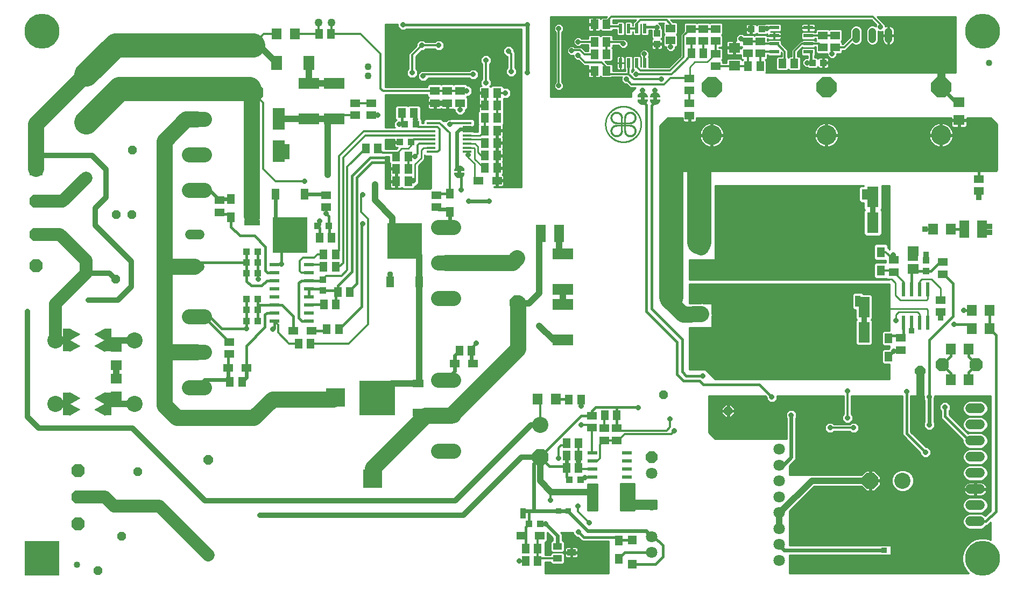
<source format=gbl>
G75*
%MOIN*%
%OFA0B0*%
%FSLAX25Y25*%
%IPPOS*%
%LPD*%
%AMOC8*
5,1,8,0,0,1.08239X$1,22.5*
%
%ADD10C,0.10000*%
%ADD11OC8,0.06000*%
%ADD12R,0.07098X0.06299*%
%ADD13OC8,0.08268*%
%ADD14OC8,0.05400*%
%ADD15C,0.00039*%
%ADD16R,0.04000X0.14300*%
%ADD17C,0.00100*%
%ADD18R,0.08268X0.08268*%
%ADD19C,0.04000*%
%ADD20R,0.03937X0.04331*%
%ADD21R,0.05906X0.05118*%
%ADD22R,0.07087X0.12598*%
%ADD23R,0.07087X0.06299*%
%ADD24C,0.12362*%
%ADD25OC8,0.12362*%
%ADD26R,0.04724X0.05906*%
%ADD27OC8,0.06496*%
%ADD28R,0.05906X0.04724*%
%ADD29R,0.05118X0.05906*%
%ADD30R,0.04331X0.03937*%
%ADD31OC8,0.10000*%
%ADD32R,0.06100X0.02400*%
%ADD33C,0.07087*%
%ADD34OC8,0.07087*%
%ADD35R,0.05512X0.05512*%
%ADD36R,0.06102X0.02362*%
%ADD37R,0.02362X0.06102*%
%ADD38R,0.06299X0.07087*%
%ADD39R,0.06299X0.07098*%
%ADD40R,0.01969X0.00984*%
%ADD41R,0.02362X0.08661*%
%ADD42C,0.06000*%
%ADD43R,0.06299X0.10630*%
%ADD44C,0.04331*%
%ADD45C,0.04800*%
%ADD46R,0.05512X0.03937*%
%ADD47R,0.05600X0.01400*%
%ADD48R,0.21654X0.22441*%
%ADD49R,0.05118X0.06693*%
%ADD50C,0.09299*%
%ADD51R,0.12598X0.07087*%
%ADD52R,0.22441X0.21654*%
%ADD53R,0.06693X0.05118*%
%ADD54R,0.07480X0.13386*%
%ADD55OC8,0.09299*%
%ADD56C,0.05000*%
%ADD57R,0.07087X0.08661*%
%ADD58R,0.01000X0.03500*%
%ADD59R,0.01000X0.02000*%
%ADD60C,0.01000*%
%ADD61C,0.01200*%
%ADD62C,0.10000*%
%ADD63C,0.15000*%
%ADD64R,0.03175X0.03175*%
%ADD65C,0.03200*%
%ADD66OC8,0.03175*%
%ADD67C,0.02400*%
%ADD68C,0.04000*%
%ADD69R,0.21654X0.21654*%
%ADD70C,0.01600*%
%ADD71C,0.08000*%
%ADD72R,0.03569X0.03569*%
%ADD73C,0.05000*%
%ADD74R,0.09449X0.09449*%
%ADD75C,0.01400*%
%ADD76C,0.21654*%
%ADD77C,0.02000*%
%ADD78R,0.03962X0.03962*%
%ADD79OC8,0.03569*%
D10*
X0051763Y0122506D03*
X0100975Y0122506D03*
X0100975Y0161876D03*
X0051763Y0161876D03*
X0352227Y0109343D03*
X0576727Y0074843D03*
D11*
X0146735Y0087694D03*
X0146735Y0028694D03*
X0070769Y0203491D03*
X0070769Y0262491D03*
D12*
X0089735Y0157742D03*
X0089735Y0146545D03*
X0089735Y0138242D03*
X0089735Y0127045D03*
D13*
X0065771Y0081183D03*
X0065771Y0064648D03*
X0065771Y0048112D03*
X0039963Y0208020D03*
X0039963Y0227520D03*
X0039963Y0248020D03*
X0601097Y0146843D03*
X0622357Y0146843D03*
D14*
X0468727Y0118093D03*
X0428727Y0128093D03*
X0102926Y0080350D03*
X0088278Y0059085D03*
X0092926Y0040350D03*
X0078278Y0019085D03*
X0089227Y0199593D03*
X0089477Y0239593D03*
X0099227Y0239593D03*
X0099477Y0279593D03*
D15*
X0082493Y0169128D02*
X0076194Y0165585D01*
X0082493Y0162041D01*
X0076194Y0158498D01*
X0082493Y0154955D01*
X0082493Y0162041D01*
X0082493Y0169128D01*
X0082493Y0169103D02*
X0082449Y0169103D01*
X0082493Y0169065D02*
X0082382Y0169065D01*
X0082314Y0169028D02*
X0082493Y0169028D01*
X0082493Y0168990D02*
X0082247Y0168990D01*
X0082180Y0168952D02*
X0082493Y0168952D01*
X0082493Y0168914D02*
X0082112Y0168914D01*
X0082045Y0168876D02*
X0082493Y0168876D01*
X0082493Y0168838D02*
X0081978Y0168838D01*
X0081910Y0168800D02*
X0082493Y0168800D01*
X0082493Y0168762D02*
X0081843Y0168762D01*
X0081775Y0168724D02*
X0082493Y0168724D01*
X0082493Y0168687D02*
X0081708Y0168687D01*
X0081641Y0168649D02*
X0082493Y0168649D01*
X0082493Y0168611D02*
X0081573Y0168611D01*
X0081506Y0168573D02*
X0082493Y0168573D01*
X0082493Y0168535D02*
X0081439Y0168535D01*
X0081371Y0168497D02*
X0082493Y0168497D01*
X0082493Y0168459D02*
X0081304Y0168459D01*
X0081237Y0168421D02*
X0082493Y0168421D01*
X0082493Y0168384D02*
X0081169Y0168384D01*
X0081102Y0168346D02*
X0082493Y0168346D01*
X0082493Y0168308D02*
X0081035Y0168308D01*
X0080967Y0168270D02*
X0082493Y0168270D01*
X0082493Y0168232D02*
X0080900Y0168232D01*
X0080833Y0168194D02*
X0082493Y0168194D01*
X0082493Y0168156D02*
X0080765Y0168156D01*
X0080698Y0168118D02*
X0082493Y0168118D01*
X0082493Y0168080D02*
X0080631Y0168080D01*
X0080563Y0168043D02*
X0082493Y0168043D01*
X0082493Y0168005D02*
X0080496Y0168005D01*
X0080429Y0167967D02*
X0082493Y0167967D01*
X0082493Y0167929D02*
X0080361Y0167929D01*
X0080294Y0167891D02*
X0082493Y0167891D01*
X0082493Y0167853D02*
X0080227Y0167853D01*
X0080159Y0167815D02*
X0082493Y0167815D01*
X0082493Y0167777D02*
X0080092Y0167777D01*
X0080025Y0167740D02*
X0082493Y0167740D01*
X0082493Y0167702D02*
X0079957Y0167702D01*
X0079890Y0167664D02*
X0082493Y0167664D01*
X0082493Y0167626D02*
X0079822Y0167626D01*
X0079755Y0167588D02*
X0082493Y0167588D01*
X0082493Y0167550D02*
X0079688Y0167550D01*
X0079620Y0167512D02*
X0082493Y0167512D01*
X0082493Y0167474D02*
X0079553Y0167474D01*
X0079486Y0167437D02*
X0082493Y0167437D01*
X0082493Y0167399D02*
X0079418Y0167399D01*
X0079351Y0167361D02*
X0082493Y0167361D01*
X0082493Y0167323D02*
X0079284Y0167323D01*
X0079216Y0167285D02*
X0082493Y0167285D01*
X0082493Y0167247D02*
X0079149Y0167247D01*
X0079082Y0167209D02*
X0082493Y0167209D01*
X0082493Y0167171D02*
X0079014Y0167171D01*
X0078947Y0167133D02*
X0082493Y0167133D01*
X0082493Y0167096D02*
X0078880Y0167096D01*
X0078812Y0167058D02*
X0082493Y0167058D01*
X0082493Y0167020D02*
X0078745Y0167020D01*
X0078678Y0166982D02*
X0082493Y0166982D01*
X0082493Y0166944D02*
X0078610Y0166944D01*
X0078543Y0166906D02*
X0082493Y0166906D01*
X0082493Y0166868D02*
X0078476Y0166868D01*
X0078408Y0166830D02*
X0082493Y0166830D01*
X0082493Y0166793D02*
X0078341Y0166793D01*
X0078274Y0166755D02*
X0082493Y0166755D01*
X0082493Y0166717D02*
X0078206Y0166717D01*
X0078139Y0166679D02*
X0082493Y0166679D01*
X0082493Y0166641D02*
X0078072Y0166641D01*
X0078004Y0166603D02*
X0082493Y0166603D01*
X0082493Y0166565D02*
X0077937Y0166565D01*
X0077869Y0166527D02*
X0082493Y0166527D01*
X0082493Y0166489D02*
X0077802Y0166489D01*
X0077735Y0166452D02*
X0082493Y0166452D01*
X0082493Y0166414D02*
X0077667Y0166414D01*
X0077600Y0166376D02*
X0082493Y0166376D01*
X0082493Y0166338D02*
X0077533Y0166338D01*
X0077465Y0166300D02*
X0082493Y0166300D01*
X0082493Y0166262D02*
X0077398Y0166262D01*
X0077331Y0166224D02*
X0082493Y0166224D01*
X0082493Y0166186D02*
X0077263Y0166186D01*
X0077196Y0166149D02*
X0082493Y0166149D01*
X0082493Y0166111D02*
X0077129Y0166111D01*
X0077061Y0166073D02*
X0082493Y0166073D01*
X0082493Y0166035D02*
X0076994Y0166035D01*
X0076927Y0165997D02*
X0082493Y0165997D01*
X0082493Y0165959D02*
X0076859Y0165959D01*
X0076792Y0165921D02*
X0082493Y0165921D01*
X0082493Y0165883D02*
X0076725Y0165883D01*
X0076657Y0165845D02*
X0082493Y0165845D01*
X0082493Y0165808D02*
X0076590Y0165808D01*
X0076523Y0165770D02*
X0082493Y0165770D01*
X0082493Y0165732D02*
X0076455Y0165732D01*
X0076388Y0165694D02*
X0082493Y0165694D01*
X0082493Y0165656D02*
X0076321Y0165656D01*
X0076253Y0165618D02*
X0082493Y0165618D01*
X0082493Y0165580D02*
X0076201Y0165580D01*
X0076269Y0165542D02*
X0082493Y0165542D01*
X0082493Y0165505D02*
X0076336Y0165505D01*
X0076403Y0165467D02*
X0082493Y0165467D01*
X0082493Y0165429D02*
X0076471Y0165429D01*
X0076538Y0165391D02*
X0082493Y0165391D01*
X0082493Y0165353D02*
X0076605Y0165353D01*
X0076673Y0165315D02*
X0082493Y0165315D01*
X0082493Y0165277D02*
X0076740Y0165277D01*
X0076807Y0165239D02*
X0082493Y0165239D01*
X0082493Y0165202D02*
X0076875Y0165202D01*
X0076942Y0165164D02*
X0082493Y0165164D01*
X0082493Y0165126D02*
X0077009Y0165126D01*
X0077077Y0165088D02*
X0082493Y0165088D01*
X0082493Y0165050D02*
X0077144Y0165050D01*
X0077211Y0165012D02*
X0082493Y0165012D01*
X0082493Y0164974D02*
X0077279Y0164974D01*
X0077346Y0164936D02*
X0082493Y0164936D01*
X0082493Y0164898D02*
X0077413Y0164898D01*
X0077481Y0164861D02*
X0082493Y0164861D01*
X0082493Y0164823D02*
X0077548Y0164823D01*
X0077616Y0164785D02*
X0082493Y0164785D01*
X0082493Y0164747D02*
X0077683Y0164747D01*
X0077750Y0164709D02*
X0082493Y0164709D01*
X0082493Y0164671D02*
X0077818Y0164671D01*
X0077885Y0164633D02*
X0082493Y0164633D01*
X0082493Y0164595D02*
X0077952Y0164595D01*
X0078020Y0164558D02*
X0082493Y0164558D01*
X0082493Y0164520D02*
X0078087Y0164520D01*
X0078154Y0164482D02*
X0082493Y0164482D01*
X0082493Y0164444D02*
X0078222Y0164444D01*
X0078289Y0164406D02*
X0082493Y0164406D01*
X0082493Y0164368D02*
X0078356Y0164368D01*
X0078424Y0164330D02*
X0082493Y0164330D01*
X0082493Y0164292D02*
X0078491Y0164292D01*
X0078558Y0164254D02*
X0082493Y0164254D01*
X0082493Y0164217D02*
X0078626Y0164217D01*
X0078693Y0164179D02*
X0082493Y0164179D01*
X0082493Y0164141D02*
X0078760Y0164141D01*
X0078828Y0164103D02*
X0082493Y0164103D01*
X0082493Y0164065D02*
X0078895Y0164065D01*
X0078962Y0164027D02*
X0082493Y0164027D01*
X0082493Y0163989D02*
X0079030Y0163989D01*
X0079097Y0163951D02*
X0082493Y0163951D01*
X0082493Y0163914D02*
X0079164Y0163914D01*
X0079232Y0163876D02*
X0082493Y0163876D01*
X0082493Y0163838D02*
X0079299Y0163838D01*
X0079366Y0163800D02*
X0082493Y0163800D01*
X0082493Y0163762D02*
X0079434Y0163762D01*
X0079501Y0163724D02*
X0082493Y0163724D01*
X0082493Y0163686D02*
X0079569Y0163686D01*
X0079636Y0163648D02*
X0082493Y0163648D01*
X0082493Y0163610D02*
X0079703Y0163610D01*
X0079771Y0163573D02*
X0082493Y0163573D01*
X0082493Y0163535D02*
X0079838Y0163535D01*
X0079905Y0163497D02*
X0082493Y0163497D01*
X0082493Y0163459D02*
X0079973Y0163459D01*
X0080040Y0163421D02*
X0082493Y0163421D01*
X0082493Y0163383D02*
X0080107Y0163383D01*
X0080175Y0163345D02*
X0082493Y0163345D01*
X0082493Y0163307D02*
X0080242Y0163307D01*
X0080309Y0163270D02*
X0082493Y0163270D01*
X0082493Y0163232D02*
X0080377Y0163232D01*
X0080444Y0163194D02*
X0082493Y0163194D01*
X0082493Y0163156D02*
X0080511Y0163156D01*
X0080579Y0163118D02*
X0082493Y0163118D01*
X0082493Y0163080D02*
X0080646Y0163080D01*
X0080713Y0163042D02*
X0082493Y0163042D01*
X0082493Y0163004D02*
X0080781Y0163004D01*
X0080848Y0162966D02*
X0082493Y0162966D01*
X0082493Y0162929D02*
X0080915Y0162929D01*
X0080983Y0162891D02*
X0082493Y0162891D01*
X0082493Y0162853D02*
X0081050Y0162853D01*
X0081117Y0162815D02*
X0082493Y0162815D01*
X0082493Y0162777D02*
X0081185Y0162777D01*
X0081252Y0162739D02*
X0082493Y0162739D01*
X0082493Y0162701D02*
X0081319Y0162701D01*
X0081387Y0162663D02*
X0082493Y0162663D01*
X0082493Y0162626D02*
X0081454Y0162626D01*
X0081522Y0162588D02*
X0082493Y0162588D01*
X0082493Y0162550D02*
X0081589Y0162550D01*
X0081656Y0162512D02*
X0082493Y0162512D01*
X0082493Y0162474D02*
X0081724Y0162474D01*
X0081791Y0162436D02*
X0082493Y0162436D01*
X0082493Y0162398D02*
X0081858Y0162398D01*
X0081926Y0162360D02*
X0082493Y0162360D01*
X0082493Y0162323D02*
X0081993Y0162323D01*
X0082060Y0162285D02*
X0082493Y0162285D01*
X0082493Y0162247D02*
X0082128Y0162247D01*
X0082195Y0162209D02*
X0082493Y0162209D01*
X0082493Y0162171D02*
X0082262Y0162171D01*
X0082330Y0162133D02*
X0082493Y0162133D01*
X0082493Y0162095D02*
X0082397Y0162095D01*
X0082464Y0162057D02*
X0082493Y0162057D01*
X0082493Y0162019D02*
X0082454Y0162019D01*
X0082493Y0161982D02*
X0082387Y0161982D01*
X0082319Y0161944D02*
X0082493Y0161944D01*
X0082493Y0161906D02*
X0082252Y0161906D01*
X0082185Y0161868D02*
X0082493Y0161868D01*
X0082493Y0161830D02*
X0082117Y0161830D01*
X0082050Y0161792D02*
X0082493Y0161792D01*
X0082493Y0161754D02*
X0081982Y0161754D01*
X0081915Y0161716D02*
X0082493Y0161716D01*
X0082493Y0161679D02*
X0081848Y0161679D01*
X0081780Y0161641D02*
X0082493Y0161641D01*
X0082493Y0161603D02*
X0081713Y0161603D01*
X0081646Y0161565D02*
X0082493Y0161565D01*
X0082493Y0161527D02*
X0081578Y0161527D01*
X0081511Y0161489D02*
X0082493Y0161489D01*
X0082493Y0161451D02*
X0081444Y0161451D01*
X0081376Y0161413D02*
X0082493Y0161413D01*
X0082493Y0161375D02*
X0081309Y0161375D01*
X0081242Y0161338D02*
X0082493Y0161338D01*
X0082493Y0161300D02*
X0081174Y0161300D01*
X0081107Y0161262D02*
X0082493Y0161262D01*
X0082493Y0161224D02*
X0081040Y0161224D01*
X0080972Y0161186D02*
X0082493Y0161186D01*
X0082493Y0161148D02*
X0080905Y0161148D01*
X0080838Y0161110D02*
X0082493Y0161110D01*
X0082493Y0161072D02*
X0080770Y0161072D01*
X0080703Y0161035D02*
X0082493Y0161035D01*
X0082493Y0160997D02*
X0080636Y0160997D01*
X0080568Y0160959D02*
X0082493Y0160959D01*
X0082493Y0160921D02*
X0080501Y0160921D01*
X0080434Y0160883D02*
X0082493Y0160883D01*
X0082493Y0160845D02*
X0080366Y0160845D01*
X0080299Y0160807D02*
X0082493Y0160807D01*
X0082493Y0160769D02*
X0080232Y0160769D01*
X0080164Y0160731D02*
X0082493Y0160731D01*
X0082493Y0160694D02*
X0080097Y0160694D01*
X0080029Y0160656D02*
X0082493Y0160656D01*
X0082493Y0160618D02*
X0079962Y0160618D01*
X0079895Y0160580D02*
X0082493Y0160580D01*
X0082493Y0160542D02*
X0079827Y0160542D01*
X0079760Y0160504D02*
X0082493Y0160504D01*
X0082493Y0160466D02*
X0079693Y0160466D01*
X0079625Y0160428D02*
X0082493Y0160428D01*
X0082493Y0160391D02*
X0079558Y0160391D01*
X0079491Y0160353D02*
X0082493Y0160353D01*
X0082493Y0160315D02*
X0079423Y0160315D01*
X0079356Y0160277D02*
X0082493Y0160277D01*
X0082493Y0160239D02*
X0079289Y0160239D01*
X0079221Y0160201D02*
X0082493Y0160201D01*
X0082493Y0160163D02*
X0079154Y0160163D01*
X0079087Y0160125D02*
X0082493Y0160125D01*
X0082493Y0160088D02*
X0079019Y0160088D01*
X0078952Y0160050D02*
X0082493Y0160050D01*
X0082493Y0160012D02*
X0078885Y0160012D01*
X0078817Y0159974D02*
X0082493Y0159974D01*
X0082493Y0159936D02*
X0078750Y0159936D01*
X0078683Y0159898D02*
X0082493Y0159898D01*
X0082493Y0159860D02*
X0078615Y0159860D01*
X0078548Y0159822D02*
X0082493Y0159822D01*
X0082493Y0159784D02*
X0078481Y0159784D01*
X0078413Y0159747D02*
X0082493Y0159747D01*
X0082493Y0159709D02*
X0078346Y0159709D01*
X0078279Y0159671D02*
X0082493Y0159671D01*
X0082493Y0159633D02*
X0078211Y0159633D01*
X0078144Y0159595D02*
X0082493Y0159595D01*
X0082493Y0159557D02*
X0078076Y0159557D01*
X0078009Y0159519D02*
X0082493Y0159519D01*
X0082493Y0159481D02*
X0077942Y0159481D01*
X0077874Y0159444D02*
X0082493Y0159444D01*
X0082493Y0159406D02*
X0077807Y0159406D01*
X0077740Y0159368D02*
X0082493Y0159368D01*
X0082493Y0159330D02*
X0077672Y0159330D01*
X0077605Y0159292D02*
X0082493Y0159292D01*
X0082493Y0159254D02*
X0077538Y0159254D01*
X0077470Y0159216D02*
X0082493Y0159216D01*
X0082493Y0159178D02*
X0077403Y0159178D01*
X0077336Y0159140D02*
X0082493Y0159140D01*
X0082493Y0159103D02*
X0077268Y0159103D01*
X0077201Y0159065D02*
X0082493Y0159065D01*
X0082493Y0159027D02*
X0077134Y0159027D01*
X0077066Y0158989D02*
X0082493Y0158989D01*
X0082493Y0158951D02*
X0076999Y0158951D01*
X0076932Y0158913D02*
X0082493Y0158913D01*
X0082493Y0158875D02*
X0076864Y0158875D01*
X0076797Y0158837D02*
X0082493Y0158837D01*
X0082493Y0158800D02*
X0076730Y0158800D01*
X0076662Y0158762D02*
X0082493Y0158762D01*
X0082493Y0158724D02*
X0076595Y0158724D01*
X0076528Y0158686D02*
X0082493Y0158686D01*
X0082493Y0158648D02*
X0076460Y0158648D01*
X0076393Y0158610D02*
X0082493Y0158610D01*
X0082493Y0158572D02*
X0076326Y0158572D01*
X0076258Y0158534D02*
X0082493Y0158534D01*
X0082493Y0158496D02*
X0076196Y0158496D01*
X0076264Y0158459D02*
X0082493Y0158459D01*
X0082493Y0158421D02*
X0076331Y0158421D01*
X0076398Y0158383D02*
X0082493Y0158383D01*
X0082493Y0158345D02*
X0076466Y0158345D01*
X0076533Y0158307D02*
X0082493Y0158307D01*
X0082493Y0158269D02*
X0076600Y0158269D01*
X0076668Y0158231D02*
X0082493Y0158231D01*
X0082493Y0158193D02*
X0076735Y0158193D01*
X0076802Y0158156D02*
X0082493Y0158156D01*
X0082493Y0158118D02*
X0076870Y0158118D01*
X0076937Y0158080D02*
X0082493Y0158080D01*
X0082493Y0158042D02*
X0077004Y0158042D01*
X0077072Y0158004D02*
X0082493Y0158004D01*
X0082493Y0157966D02*
X0077139Y0157966D01*
X0077206Y0157928D02*
X0082493Y0157928D01*
X0082493Y0157890D02*
X0077274Y0157890D01*
X0077341Y0157853D02*
X0082493Y0157853D01*
X0082493Y0157815D02*
X0077409Y0157815D01*
X0077476Y0157777D02*
X0082493Y0157777D01*
X0082493Y0157739D02*
X0077543Y0157739D01*
X0077611Y0157701D02*
X0082493Y0157701D01*
X0082493Y0157663D02*
X0077678Y0157663D01*
X0077745Y0157625D02*
X0082493Y0157625D01*
X0082493Y0157587D02*
X0077813Y0157587D01*
X0077880Y0157549D02*
X0082493Y0157549D01*
X0082493Y0157512D02*
X0077947Y0157512D01*
X0078015Y0157474D02*
X0082493Y0157474D01*
X0082493Y0157436D02*
X0078082Y0157436D01*
X0078149Y0157398D02*
X0082493Y0157398D01*
X0082493Y0157360D02*
X0078217Y0157360D01*
X0078284Y0157322D02*
X0082493Y0157322D01*
X0082493Y0157284D02*
X0078351Y0157284D01*
X0078419Y0157246D02*
X0082493Y0157246D01*
X0082493Y0157209D02*
X0078486Y0157209D01*
X0078553Y0157171D02*
X0082493Y0157171D01*
X0082493Y0157133D02*
X0078621Y0157133D01*
X0078688Y0157095D02*
X0082493Y0157095D01*
X0082493Y0157057D02*
X0078755Y0157057D01*
X0078823Y0157019D02*
X0082493Y0157019D01*
X0082493Y0156981D02*
X0078890Y0156981D01*
X0078957Y0156943D02*
X0082493Y0156943D01*
X0082493Y0156905D02*
X0079025Y0156905D01*
X0079092Y0156868D02*
X0082493Y0156868D01*
X0082493Y0156830D02*
X0079159Y0156830D01*
X0079227Y0156792D02*
X0082493Y0156792D01*
X0082493Y0156754D02*
X0079294Y0156754D01*
X0079362Y0156716D02*
X0082493Y0156716D01*
X0082493Y0156678D02*
X0079429Y0156678D01*
X0079496Y0156640D02*
X0082493Y0156640D01*
X0082493Y0156602D02*
X0079564Y0156602D01*
X0079631Y0156565D02*
X0082493Y0156565D01*
X0082493Y0156527D02*
X0079698Y0156527D01*
X0079766Y0156489D02*
X0082493Y0156489D01*
X0082493Y0156451D02*
X0079833Y0156451D01*
X0079900Y0156413D02*
X0082493Y0156413D01*
X0082493Y0156375D02*
X0079968Y0156375D01*
X0080035Y0156337D02*
X0082493Y0156337D01*
X0082493Y0156299D02*
X0080102Y0156299D01*
X0080170Y0156261D02*
X0082493Y0156261D01*
X0082493Y0156224D02*
X0080237Y0156224D01*
X0080304Y0156186D02*
X0082493Y0156186D01*
X0082493Y0156148D02*
X0080372Y0156148D01*
X0080439Y0156110D02*
X0082493Y0156110D01*
X0082493Y0156072D02*
X0080506Y0156072D01*
X0080574Y0156034D02*
X0082493Y0156034D01*
X0082493Y0155996D02*
X0080641Y0155996D01*
X0080708Y0155958D02*
X0082493Y0155958D01*
X0082493Y0155921D02*
X0080776Y0155921D01*
X0080843Y0155883D02*
X0082493Y0155883D01*
X0082493Y0155845D02*
X0080910Y0155845D01*
X0080978Y0155807D02*
X0082493Y0155807D01*
X0082493Y0155769D02*
X0081045Y0155769D01*
X0081112Y0155731D02*
X0082493Y0155731D01*
X0082493Y0155693D02*
X0081180Y0155693D01*
X0081247Y0155655D02*
X0082493Y0155655D01*
X0082493Y0155618D02*
X0081315Y0155618D01*
X0081382Y0155580D02*
X0082493Y0155580D01*
X0082493Y0155542D02*
X0081449Y0155542D01*
X0081517Y0155504D02*
X0082493Y0155504D01*
X0082493Y0155466D02*
X0081584Y0155466D01*
X0081651Y0155428D02*
X0082493Y0155428D01*
X0082493Y0155390D02*
X0081719Y0155390D01*
X0081786Y0155352D02*
X0082493Y0155352D01*
X0082493Y0155314D02*
X0081853Y0155314D01*
X0081921Y0155277D02*
X0082493Y0155277D01*
X0082493Y0155239D02*
X0081988Y0155239D01*
X0082055Y0155201D02*
X0082493Y0155201D01*
X0082493Y0155163D02*
X0082123Y0155163D01*
X0082190Y0155125D02*
X0082493Y0155125D01*
X0082493Y0155087D02*
X0082257Y0155087D01*
X0082325Y0155049D02*
X0082493Y0155049D01*
X0082493Y0155011D02*
X0082392Y0155011D01*
X0082459Y0154974D02*
X0082493Y0154974D01*
X0066745Y0158498D02*
X0060446Y0154955D01*
X0060446Y0162041D01*
X0066745Y0158498D01*
X0066742Y0158496D02*
X0060446Y0158496D01*
X0060446Y0158459D02*
X0066675Y0158459D01*
X0066680Y0158534D02*
X0060446Y0158534D01*
X0060446Y0158572D02*
X0066613Y0158572D01*
X0066545Y0158610D02*
X0060446Y0158610D01*
X0060446Y0158648D02*
X0066478Y0158648D01*
X0066411Y0158686D02*
X0060446Y0158686D01*
X0060446Y0158724D02*
X0066343Y0158724D01*
X0066276Y0158762D02*
X0060446Y0158762D01*
X0060446Y0158800D02*
X0066209Y0158800D01*
X0066141Y0158837D02*
X0060446Y0158837D01*
X0060446Y0158875D02*
X0066074Y0158875D01*
X0066007Y0158913D02*
X0060446Y0158913D01*
X0060446Y0158951D02*
X0065939Y0158951D01*
X0065872Y0158989D02*
X0060446Y0158989D01*
X0060446Y0159027D02*
X0065805Y0159027D01*
X0065737Y0159065D02*
X0060446Y0159065D01*
X0060446Y0159103D02*
X0065670Y0159103D01*
X0065603Y0159140D02*
X0060446Y0159140D01*
X0060446Y0159178D02*
X0065535Y0159178D01*
X0065468Y0159216D02*
X0060446Y0159216D01*
X0060446Y0159254D02*
X0065401Y0159254D01*
X0065333Y0159292D02*
X0060446Y0159292D01*
X0060446Y0159330D02*
X0065266Y0159330D01*
X0065199Y0159368D02*
X0060446Y0159368D01*
X0060446Y0159406D02*
X0065131Y0159406D01*
X0065064Y0159444D02*
X0060446Y0159444D01*
X0060446Y0159481D02*
X0064997Y0159481D01*
X0064929Y0159519D02*
X0060446Y0159519D01*
X0060446Y0159557D02*
X0064862Y0159557D01*
X0064794Y0159595D02*
X0060446Y0159595D01*
X0060446Y0159633D02*
X0064727Y0159633D01*
X0064660Y0159671D02*
X0060446Y0159671D01*
X0060446Y0159709D02*
X0064592Y0159709D01*
X0064525Y0159747D02*
X0060446Y0159747D01*
X0060446Y0159784D02*
X0064458Y0159784D01*
X0064390Y0159822D02*
X0060446Y0159822D01*
X0060446Y0159860D02*
X0064323Y0159860D01*
X0064256Y0159898D02*
X0060446Y0159898D01*
X0060446Y0159936D02*
X0064188Y0159936D01*
X0064121Y0159974D02*
X0060446Y0159974D01*
X0060446Y0160012D02*
X0064054Y0160012D01*
X0063986Y0160050D02*
X0060446Y0160050D01*
X0060446Y0160088D02*
X0063919Y0160088D01*
X0063852Y0160125D02*
X0060446Y0160125D01*
X0060446Y0160163D02*
X0063784Y0160163D01*
X0063717Y0160201D02*
X0060446Y0160201D01*
X0060446Y0160239D02*
X0063650Y0160239D01*
X0063582Y0160277D02*
X0060446Y0160277D01*
X0060446Y0160315D02*
X0063515Y0160315D01*
X0063448Y0160353D02*
X0060446Y0160353D01*
X0060446Y0160391D02*
X0063380Y0160391D01*
X0063313Y0160428D02*
X0060446Y0160428D01*
X0060446Y0160466D02*
X0063246Y0160466D01*
X0063178Y0160504D02*
X0060446Y0160504D01*
X0060446Y0160542D02*
X0063111Y0160542D01*
X0063044Y0160580D02*
X0060446Y0160580D01*
X0060446Y0160618D02*
X0062976Y0160618D01*
X0062909Y0160656D02*
X0060446Y0160656D01*
X0060446Y0160694D02*
X0062841Y0160694D01*
X0062774Y0160731D02*
X0060446Y0160731D01*
X0060446Y0160769D02*
X0062707Y0160769D01*
X0062639Y0160807D02*
X0060446Y0160807D01*
X0060446Y0160845D02*
X0062572Y0160845D01*
X0062505Y0160883D02*
X0060446Y0160883D01*
X0060446Y0160921D02*
X0062437Y0160921D01*
X0062370Y0160959D02*
X0060446Y0160959D01*
X0060446Y0160997D02*
X0062303Y0160997D01*
X0062235Y0161035D02*
X0060446Y0161035D01*
X0060446Y0161072D02*
X0062168Y0161072D01*
X0062101Y0161110D02*
X0060446Y0161110D01*
X0060446Y0161148D02*
X0062033Y0161148D01*
X0061966Y0161186D02*
X0060446Y0161186D01*
X0060446Y0161224D02*
X0061899Y0161224D01*
X0061831Y0161262D02*
X0060446Y0161262D01*
X0060446Y0161300D02*
X0061764Y0161300D01*
X0061697Y0161338D02*
X0060446Y0161338D01*
X0060446Y0161375D02*
X0061629Y0161375D01*
X0061562Y0161413D02*
X0060446Y0161413D01*
X0060446Y0161451D02*
X0061495Y0161451D01*
X0061427Y0161489D02*
X0060446Y0161489D01*
X0060446Y0161527D02*
X0061360Y0161527D01*
X0061293Y0161565D02*
X0060446Y0161565D01*
X0060446Y0161603D02*
X0061225Y0161603D01*
X0061158Y0161641D02*
X0060446Y0161641D01*
X0060446Y0161679D02*
X0061091Y0161679D01*
X0061023Y0161716D02*
X0060446Y0161716D01*
X0060446Y0161754D02*
X0060956Y0161754D01*
X0060888Y0161792D02*
X0060446Y0161792D01*
X0060446Y0161830D02*
X0060821Y0161830D01*
X0060754Y0161868D02*
X0060446Y0161868D01*
X0060446Y0161906D02*
X0060686Y0161906D01*
X0060619Y0161944D02*
X0060446Y0161944D01*
X0060446Y0161982D02*
X0060552Y0161982D01*
X0060484Y0162019D02*
X0060446Y0162019D01*
X0060446Y0158421D02*
X0066607Y0158421D01*
X0066540Y0158383D02*
X0060446Y0158383D01*
X0060446Y0158345D02*
X0066473Y0158345D01*
X0066405Y0158307D02*
X0060446Y0158307D01*
X0060446Y0158269D02*
X0066338Y0158269D01*
X0066271Y0158231D02*
X0060446Y0158231D01*
X0060446Y0158193D02*
X0066203Y0158193D01*
X0066136Y0158156D02*
X0060446Y0158156D01*
X0060446Y0158118D02*
X0066069Y0158118D01*
X0066001Y0158080D02*
X0060446Y0158080D01*
X0060446Y0158042D02*
X0065934Y0158042D01*
X0065867Y0158004D02*
X0060446Y0158004D01*
X0060446Y0157966D02*
X0065799Y0157966D01*
X0065732Y0157928D02*
X0060446Y0157928D01*
X0060446Y0157890D02*
X0065665Y0157890D01*
X0065597Y0157853D02*
X0060446Y0157853D01*
X0060446Y0157815D02*
X0065530Y0157815D01*
X0065462Y0157777D02*
X0060446Y0157777D01*
X0060446Y0157739D02*
X0065395Y0157739D01*
X0065328Y0157701D02*
X0060446Y0157701D01*
X0060446Y0157663D02*
X0065260Y0157663D01*
X0065193Y0157625D02*
X0060446Y0157625D01*
X0060446Y0157587D02*
X0065126Y0157587D01*
X0065058Y0157549D02*
X0060446Y0157549D01*
X0060446Y0157512D02*
X0064991Y0157512D01*
X0064924Y0157474D02*
X0060446Y0157474D01*
X0060446Y0157436D02*
X0064856Y0157436D01*
X0064789Y0157398D02*
X0060446Y0157398D01*
X0060446Y0157360D02*
X0064722Y0157360D01*
X0064654Y0157322D02*
X0060446Y0157322D01*
X0060446Y0157284D02*
X0064587Y0157284D01*
X0064520Y0157246D02*
X0060446Y0157246D01*
X0060446Y0157209D02*
X0064452Y0157209D01*
X0064385Y0157171D02*
X0060446Y0157171D01*
X0060446Y0157133D02*
X0064318Y0157133D01*
X0064250Y0157095D02*
X0060446Y0157095D01*
X0060446Y0157057D02*
X0064183Y0157057D01*
X0064116Y0157019D02*
X0060446Y0157019D01*
X0060446Y0156981D02*
X0064048Y0156981D01*
X0063981Y0156943D02*
X0060446Y0156943D01*
X0060446Y0156905D02*
X0063914Y0156905D01*
X0063846Y0156868D02*
X0060446Y0156868D01*
X0060446Y0156830D02*
X0063779Y0156830D01*
X0063712Y0156792D02*
X0060446Y0156792D01*
X0060446Y0156754D02*
X0063644Y0156754D01*
X0063577Y0156716D02*
X0060446Y0156716D01*
X0060446Y0156678D02*
X0063509Y0156678D01*
X0063442Y0156640D02*
X0060446Y0156640D01*
X0060446Y0156602D02*
X0063375Y0156602D01*
X0063307Y0156565D02*
X0060446Y0156565D01*
X0060446Y0156527D02*
X0063240Y0156527D01*
X0063173Y0156489D02*
X0060446Y0156489D01*
X0060446Y0156451D02*
X0063105Y0156451D01*
X0063038Y0156413D02*
X0060446Y0156413D01*
X0060446Y0156375D02*
X0062971Y0156375D01*
X0062903Y0156337D02*
X0060446Y0156337D01*
X0060446Y0156299D02*
X0062836Y0156299D01*
X0062769Y0156261D02*
X0060446Y0156261D01*
X0060446Y0156224D02*
X0062701Y0156224D01*
X0062634Y0156186D02*
X0060446Y0156186D01*
X0060446Y0156148D02*
X0062567Y0156148D01*
X0062499Y0156110D02*
X0060446Y0156110D01*
X0060446Y0156072D02*
X0062432Y0156072D01*
X0062365Y0156034D02*
X0060446Y0156034D01*
X0060446Y0155996D02*
X0062297Y0155996D01*
X0062230Y0155958D02*
X0060446Y0155958D01*
X0060446Y0155921D02*
X0062163Y0155921D01*
X0062095Y0155883D02*
X0060446Y0155883D01*
X0060446Y0155845D02*
X0062028Y0155845D01*
X0061961Y0155807D02*
X0060446Y0155807D01*
X0060446Y0155769D02*
X0061893Y0155769D01*
X0061826Y0155731D02*
X0060446Y0155731D01*
X0060446Y0155693D02*
X0061759Y0155693D01*
X0061691Y0155655D02*
X0060446Y0155655D01*
X0060446Y0155618D02*
X0061624Y0155618D01*
X0061556Y0155580D02*
X0060446Y0155580D01*
X0060446Y0155542D02*
X0061489Y0155542D01*
X0061422Y0155504D02*
X0060446Y0155504D01*
X0060446Y0155466D02*
X0061354Y0155466D01*
X0061287Y0155428D02*
X0060446Y0155428D01*
X0060446Y0155390D02*
X0061220Y0155390D01*
X0061152Y0155352D02*
X0060446Y0155352D01*
X0060446Y0155314D02*
X0061085Y0155314D01*
X0061018Y0155277D02*
X0060446Y0155277D01*
X0060446Y0155239D02*
X0060950Y0155239D01*
X0060883Y0155201D02*
X0060446Y0155201D01*
X0060446Y0155163D02*
X0060816Y0155163D01*
X0060748Y0155125D02*
X0060446Y0155125D01*
X0060446Y0155087D02*
X0060681Y0155087D01*
X0060614Y0155049D02*
X0060446Y0155049D01*
X0060446Y0155011D02*
X0060546Y0155011D01*
X0060479Y0154974D02*
X0060446Y0154974D01*
X0076194Y0126085D02*
X0082493Y0129628D01*
X0082493Y0122541D01*
X0076194Y0118998D01*
X0082493Y0115455D01*
X0082493Y0122541D01*
X0076194Y0126085D01*
X0076220Y0126070D02*
X0082493Y0126070D01*
X0082493Y0126032D02*
X0076287Y0126032D01*
X0076354Y0125994D02*
X0082493Y0125994D01*
X0082493Y0125956D02*
X0076422Y0125956D01*
X0076489Y0125918D02*
X0082493Y0125918D01*
X0082493Y0125881D02*
X0076556Y0125881D01*
X0076624Y0125843D02*
X0082493Y0125843D01*
X0082493Y0125805D02*
X0076691Y0125805D01*
X0076758Y0125767D02*
X0082493Y0125767D01*
X0082493Y0125729D02*
X0076826Y0125729D01*
X0076893Y0125691D02*
X0082493Y0125691D01*
X0082493Y0125653D02*
X0076960Y0125653D01*
X0077028Y0125615D02*
X0082493Y0125615D01*
X0082493Y0125578D02*
X0077095Y0125578D01*
X0077162Y0125540D02*
X0082493Y0125540D01*
X0082493Y0125502D02*
X0077230Y0125502D01*
X0077297Y0125464D02*
X0082493Y0125464D01*
X0082493Y0125426D02*
X0077364Y0125426D01*
X0077432Y0125388D02*
X0082493Y0125388D01*
X0082493Y0125350D02*
X0077499Y0125350D01*
X0077566Y0125312D02*
X0082493Y0125312D01*
X0082493Y0125275D02*
X0077634Y0125275D01*
X0077701Y0125237D02*
X0082493Y0125237D01*
X0082493Y0125199D02*
X0077769Y0125199D01*
X0077836Y0125161D02*
X0082493Y0125161D01*
X0082493Y0125123D02*
X0077903Y0125123D01*
X0077971Y0125085D02*
X0082493Y0125085D01*
X0082493Y0125047D02*
X0078038Y0125047D01*
X0078105Y0125009D02*
X0082493Y0125009D01*
X0082493Y0124971D02*
X0078173Y0124971D01*
X0078240Y0124934D02*
X0082493Y0124934D01*
X0082493Y0124896D02*
X0078307Y0124896D01*
X0078375Y0124858D02*
X0082493Y0124858D01*
X0082493Y0124820D02*
X0078442Y0124820D01*
X0078509Y0124782D02*
X0082493Y0124782D01*
X0082493Y0124744D02*
X0078577Y0124744D01*
X0078644Y0124706D02*
X0082493Y0124706D01*
X0082493Y0124668D02*
X0078711Y0124668D01*
X0078779Y0124631D02*
X0082493Y0124631D01*
X0082493Y0124593D02*
X0078846Y0124593D01*
X0078913Y0124555D02*
X0082493Y0124555D01*
X0082493Y0124517D02*
X0078981Y0124517D01*
X0079048Y0124479D02*
X0082493Y0124479D01*
X0082493Y0124441D02*
X0079115Y0124441D01*
X0079183Y0124403D02*
X0082493Y0124403D01*
X0082493Y0124365D02*
X0079250Y0124365D01*
X0079317Y0124327D02*
X0082493Y0124327D01*
X0082493Y0124290D02*
X0079385Y0124290D01*
X0079452Y0124252D02*
X0082493Y0124252D01*
X0082493Y0124214D02*
X0079519Y0124214D01*
X0079587Y0124176D02*
X0082493Y0124176D01*
X0082493Y0124138D02*
X0079654Y0124138D01*
X0079722Y0124100D02*
X0082493Y0124100D01*
X0082493Y0124062D02*
X0079789Y0124062D01*
X0079856Y0124024D02*
X0082493Y0124024D01*
X0082493Y0123987D02*
X0079924Y0123987D01*
X0079991Y0123949D02*
X0082493Y0123949D01*
X0082493Y0123911D02*
X0080058Y0123911D01*
X0080126Y0123873D02*
X0082493Y0123873D01*
X0082493Y0123835D02*
X0080193Y0123835D01*
X0080260Y0123797D02*
X0082493Y0123797D01*
X0082493Y0123759D02*
X0080328Y0123759D01*
X0080395Y0123721D02*
X0082493Y0123721D01*
X0082493Y0123683D02*
X0080462Y0123683D01*
X0080530Y0123646D02*
X0082493Y0123646D01*
X0082493Y0123608D02*
X0080597Y0123608D01*
X0080664Y0123570D02*
X0082493Y0123570D01*
X0082493Y0123532D02*
X0080732Y0123532D01*
X0080799Y0123494D02*
X0082493Y0123494D01*
X0082493Y0123456D02*
X0080866Y0123456D01*
X0080934Y0123418D02*
X0082493Y0123418D01*
X0082493Y0123380D02*
X0081001Y0123380D01*
X0081068Y0123343D02*
X0082493Y0123343D01*
X0082493Y0123305D02*
X0081136Y0123305D01*
X0081203Y0123267D02*
X0082493Y0123267D01*
X0082493Y0123229D02*
X0081270Y0123229D01*
X0081338Y0123191D02*
X0082493Y0123191D01*
X0082493Y0123153D02*
X0081405Y0123153D01*
X0081472Y0123115D02*
X0082493Y0123115D01*
X0082493Y0123077D02*
X0081540Y0123077D01*
X0081607Y0123040D02*
X0082493Y0123040D01*
X0082493Y0123002D02*
X0081674Y0123002D01*
X0081742Y0122964D02*
X0082493Y0122964D01*
X0082493Y0122926D02*
X0081809Y0122926D01*
X0081877Y0122888D02*
X0082493Y0122888D01*
X0082493Y0122850D02*
X0081944Y0122850D01*
X0082011Y0122812D02*
X0082493Y0122812D01*
X0082493Y0122774D02*
X0082079Y0122774D01*
X0082146Y0122736D02*
X0082493Y0122736D01*
X0082493Y0122699D02*
X0082213Y0122699D01*
X0082281Y0122661D02*
X0082493Y0122661D01*
X0082493Y0122623D02*
X0082348Y0122623D01*
X0082415Y0122585D02*
X0082493Y0122585D01*
X0082493Y0122547D02*
X0082483Y0122547D01*
X0082493Y0122509D02*
X0082436Y0122509D01*
X0082493Y0122471D02*
X0082368Y0122471D01*
X0082301Y0122433D02*
X0082493Y0122433D01*
X0082493Y0122396D02*
X0082234Y0122396D01*
X0082166Y0122358D02*
X0082493Y0122358D01*
X0082493Y0122320D02*
X0082099Y0122320D01*
X0082032Y0122282D02*
X0082493Y0122282D01*
X0082493Y0122244D02*
X0081964Y0122244D01*
X0081897Y0122206D02*
X0082493Y0122206D01*
X0082493Y0122168D02*
X0081829Y0122168D01*
X0081762Y0122130D02*
X0082493Y0122130D01*
X0082493Y0122092D02*
X0081695Y0122092D01*
X0081627Y0122055D02*
X0082493Y0122055D01*
X0082493Y0122017D02*
X0081560Y0122017D01*
X0081493Y0121979D02*
X0082493Y0121979D01*
X0082493Y0121941D02*
X0081425Y0121941D01*
X0081358Y0121903D02*
X0082493Y0121903D01*
X0082493Y0121865D02*
X0081291Y0121865D01*
X0081223Y0121827D02*
X0082493Y0121827D01*
X0082493Y0121789D02*
X0081156Y0121789D01*
X0081089Y0121752D02*
X0082493Y0121752D01*
X0082493Y0121714D02*
X0081021Y0121714D01*
X0080954Y0121676D02*
X0082493Y0121676D01*
X0082493Y0121638D02*
X0080887Y0121638D01*
X0080819Y0121600D02*
X0082493Y0121600D01*
X0082493Y0121562D02*
X0080752Y0121562D01*
X0080685Y0121524D02*
X0082493Y0121524D01*
X0082493Y0121486D02*
X0080617Y0121486D01*
X0080550Y0121448D02*
X0082493Y0121448D01*
X0082493Y0121411D02*
X0080483Y0121411D01*
X0080415Y0121373D02*
X0082493Y0121373D01*
X0082493Y0121335D02*
X0080348Y0121335D01*
X0080281Y0121297D02*
X0082493Y0121297D01*
X0082493Y0121259D02*
X0080213Y0121259D01*
X0080146Y0121221D02*
X0082493Y0121221D01*
X0082493Y0121183D02*
X0080079Y0121183D01*
X0080011Y0121145D02*
X0082493Y0121145D01*
X0082493Y0121108D02*
X0079944Y0121108D01*
X0079876Y0121070D02*
X0082493Y0121070D01*
X0082493Y0121032D02*
X0079809Y0121032D01*
X0079742Y0120994D02*
X0082493Y0120994D01*
X0082493Y0120956D02*
X0079674Y0120956D01*
X0079607Y0120918D02*
X0082493Y0120918D01*
X0082493Y0120880D02*
X0079540Y0120880D01*
X0079472Y0120842D02*
X0082493Y0120842D01*
X0082493Y0120805D02*
X0079405Y0120805D01*
X0079338Y0120767D02*
X0082493Y0120767D01*
X0082493Y0120729D02*
X0079270Y0120729D01*
X0079203Y0120691D02*
X0082493Y0120691D01*
X0082493Y0120653D02*
X0079136Y0120653D01*
X0079068Y0120615D02*
X0082493Y0120615D01*
X0082493Y0120577D02*
X0079001Y0120577D01*
X0078934Y0120539D02*
X0082493Y0120539D01*
X0082493Y0120501D02*
X0078866Y0120501D01*
X0078799Y0120464D02*
X0082493Y0120464D01*
X0082493Y0120426D02*
X0078732Y0120426D01*
X0078664Y0120388D02*
X0082493Y0120388D01*
X0082493Y0120350D02*
X0078597Y0120350D01*
X0078530Y0120312D02*
X0082493Y0120312D01*
X0082493Y0120274D02*
X0078462Y0120274D01*
X0078395Y0120236D02*
X0082493Y0120236D01*
X0082493Y0120198D02*
X0078328Y0120198D01*
X0078260Y0120161D02*
X0082493Y0120161D01*
X0082493Y0120123D02*
X0078193Y0120123D01*
X0078126Y0120085D02*
X0082493Y0120085D01*
X0082493Y0120047D02*
X0078058Y0120047D01*
X0077991Y0120009D02*
X0082493Y0120009D01*
X0082493Y0119971D02*
X0077923Y0119971D01*
X0077856Y0119933D02*
X0082493Y0119933D01*
X0082493Y0119895D02*
X0077789Y0119895D01*
X0077721Y0119857D02*
X0082493Y0119857D01*
X0082493Y0119820D02*
X0077654Y0119820D01*
X0077587Y0119782D02*
X0082493Y0119782D01*
X0082493Y0119744D02*
X0077519Y0119744D01*
X0077452Y0119706D02*
X0082493Y0119706D01*
X0082493Y0119668D02*
X0077385Y0119668D01*
X0077317Y0119630D02*
X0082493Y0119630D01*
X0082493Y0119592D02*
X0077250Y0119592D01*
X0077183Y0119554D02*
X0082493Y0119554D01*
X0082493Y0119517D02*
X0077115Y0119517D01*
X0077048Y0119479D02*
X0082493Y0119479D01*
X0082493Y0119441D02*
X0076981Y0119441D01*
X0076913Y0119403D02*
X0082493Y0119403D01*
X0082493Y0119365D02*
X0076846Y0119365D01*
X0076779Y0119327D02*
X0082493Y0119327D01*
X0082493Y0119289D02*
X0076711Y0119289D01*
X0076644Y0119251D02*
X0082493Y0119251D01*
X0082493Y0119213D02*
X0076577Y0119213D01*
X0076509Y0119176D02*
X0082493Y0119176D01*
X0082493Y0119138D02*
X0076442Y0119138D01*
X0076375Y0119100D02*
X0082493Y0119100D01*
X0082493Y0119062D02*
X0076307Y0119062D01*
X0076240Y0119024D02*
X0082493Y0119024D01*
X0082493Y0118986D02*
X0076215Y0118986D01*
X0076282Y0118948D02*
X0082493Y0118948D01*
X0082493Y0118910D02*
X0076349Y0118910D01*
X0076417Y0118873D02*
X0082493Y0118873D01*
X0082493Y0118835D02*
X0076484Y0118835D01*
X0076551Y0118797D02*
X0082493Y0118797D01*
X0082493Y0118759D02*
X0076619Y0118759D01*
X0076686Y0118721D02*
X0082493Y0118721D01*
X0082493Y0118683D02*
X0076753Y0118683D01*
X0076821Y0118645D02*
X0082493Y0118645D01*
X0082493Y0118607D02*
X0076888Y0118607D01*
X0076955Y0118570D02*
X0082493Y0118570D01*
X0082493Y0118532D02*
X0077023Y0118532D01*
X0077090Y0118494D02*
X0082493Y0118494D01*
X0082493Y0118456D02*
X0077157Y0118456D01*
X0077225Y0118418D02*
X0082493Y0118418D01*
X0082493Y0118380D02*
X0077292Y0118380D01*
X0077359Y0118342D02*
X0082493Y0118342D01*
X0082493Y0118304D02*
X0077427Y0118304D01*
X0077494Y0118266D02*
X0082493Y0118266D01*
X0082493Y0118229D02*
X0077562Y0118229D01*
X0077629Y0118191D02*
X0082493Y0118191D01*
X0082493Y0118153D02*
X0077696Y0118153D01*
X0077764Y0118115D02*
X0082493Y0118115D01*
X0082493Y0118077D02*
X0077831Y0118077D01*
X0077898Y0118039D02*
X0082493Y0118039D01*
X0082493Y0118001D02*
X0077966Y0118001D01*
X0078033Y0117963D02*
X0082493Y0117963D01*
X0082493Y0117926D02*
X0078100Y0117926D01*
X0078168Y0117888D02*
X0082493Y0117888D01*
X0082493Y0117850D02*
X0078235Y0117850D01*
X0078302Y0117812D02*
X0082493Y0117812D01*
X0082493Y0117774D02*
X0078370Y0117774D01*
X0078437Y0117736D02*
X0082493Y0117736D01*
X0082493Y0117698D02*
X0078504Y0117698D01*
X0078572Y0117660D02*
X0082493Y0117660D01*
X0082493Y0117622D02*
X0078639Y0117622D01*
X0078706Y0117585D02*
X0082493Y0117585D01*
X0082493Y0117547D02*
X0078774Y0117547D01*
X0078841Y0117509D02*
X0082493Y0117509D01*
X0082493Y0117471D02*
X0078908Y0117471D01*
X0078976Y0117433D02*
X0082493Y0117433D01*
X0082493Y0117395D02*
X0079043Y0117395D01*
X0079110Y0117357D02*
X0082493Y0117357D01*
X0082493Y0117319D02*
X0079178Y0117319D01*
X0079245Y0117282D02*
X0082493Y0117282D01*
X0082493Y0117244D02*
X0079312Y0117244D01*
X0079380Y0117206D02*
X0082493Y0117206D01*
X0082493Y0117168D02*
X0079447Y0117168D01*
X0079515Y0117130D02*
X0082493Y0117130D01*
X0082493Y0117092D02*
X0079582Y0117092D01*
X0079649Y0117054D02*
X0082493Y0117054D01*
X0082493Y0117016D02*
X0079717Y0117016D01*
X0079784Y0116978D02*
X0082493Y0116978D01*
X0082493Y0116941D02*
X0079851Y0116941D01*
X0079919Y0116903D02*
X0082493Y0116903D01*
X0082493Y0116865D02*
X0079986Y0116865D01*
X0080053Y0116827D02*
X0082493Y0116827D01*
X0082493Y0116789D02*
X0080121Y0116789D01*
X0080188Y0116751D02*
X0082493Y0116751D01*
X0082493Y0116713D02*
X0080255Y0116713D01*
X0080323Y0116675D02*
X0082493Y0116675D01*
X0082493Y0116638D02*
X0080390Y0116638D01*
X0080457Y0116600D02*
X0082493Y0116600D01*
X0082493Y0116562D02*
X0080525Y0116562D01*
X0080592Y0116524D02*
X0082493Y0116524D01*
X0082493Y0116486D02*
X0080659Y0116486D01*
X0080727Y0116448D02*
X0082493Y0116448D01*
X0082493Y0116410D02*
X0080794Y0116410D01*
X0080861Y0116372D02*
X0082493Y0116372D01*
X0082493Y0116334D02*
X0080929Y0116334D01*
X0080996Y0116297D02*
X0082493Y0116297D01*
X0082493Y0116259D02*
X0081063Y0116259D01*
X0081131Y0116221D02*
X0082493Y0116221D01*
X0082493Y0116183D02*
X0081198Y0116183D01*
X0081265Y0116145D02*
X0082493Y0116145D01*
X0082493Y0116107D02*
X0081333Y0116107D01*
X0081400Y0116069D02*
X0082493Y0116069D01*
X0082493Y0116031D02*
X0081467Y0116031D01*
X0081535Y0115994D02*
X0082493Y0115994D01*
X0082493Y0115956D02*
X0081602Y0115956D01*
X0081670Y0115918D02*
X0082493Y0115918D01*
X0082493Y0115880D02*
X0081737Y0115880D01*
X0081804Y0115842D02*
X0082493Y0115842D01*
X0082493Y0115804D02*
X0081872Y0115804D01*
X0081939Y0115766D02*
X0082493Y0115766D01*
X0082493Y0115728D02*
X0082006Y0115728D01*
X0082074Y0115691D02*
X0082493Y0115691D01*
X0082493Y0115653D02*
X0082141Y0115653D01*
X0082208Y0115615D02*
X0082493Y0115615D01*
X0082493Y0115577D02*
X0082276Y0115577D01*
X0082343Y0115539D02*
X0082493Y0115539D01*
X0082493Y0115501D02*
X0082410Y0115501D01*
X0082478Y0115463D02*
X0082493Y0115463D01*
X0082493Y0126108D02*
X0076235Y0126108D01*
X0076302Y0126146D02*
X0082493Y0126146D01*
X0082493Y0126184D02*
X0076370Y0126184D01*
X0076437Y0126222D02*
X0082493Y0126222D01*
X0082493Y0126259D02*
X0076504Y0126259D01*
X0076572Y0126297D02*
X0082493Y0126297D01*
X0082493Y0126335D02*
X0076639Y0126335D01*
X0076706Y0126373D02*
X0082493Y0126373D01*
X0082493Y0126411D02*
X0076774Y0126411D01*
X0076841Y0126449D02*
X0082493Y0126449D01*
X0082493Y0126487D02*
X0076908Y0126487D01*
X0076976Y0126525D02*
X0082493Y0126525D01*
X0082493Y0126562D02*
X0077043Y0126562D01*
X0077110Y0126600D02*
X0082493Y0126600D01*
X0082493Y0126638D02*
X0077178Y0126638D01*
X0077245Y0126676D02*
X0082493Y0126676D01*
X0082493Y0126714D02*
X0077312Y0126714D01*
X0077380Y0126752D02*
X0082493Y0126752D01*
X0082493Y0126790D02*
X0077447Y0126790D01*
X0077514Y0126828D02*
X0082493Y0126828D01*
X0082493Y0126866D02*
X0077582Y0126866D01*
X0077649Y0126903D02*
X0082493Y0126903D01*
X0082493Y0126941D02*
X0077716Y0126941D01*
X0077784Y0126979D02*
X0082493Y0126979D01*
X0082493Y0127017D02*
X0077851Y0127017D01*
X0077919Y0127055D02*
X0082493Y0127055D01*
X0082493Y0127093D02*
X0077986Y0127093D01*
X0078053Y0127131D02*
X0082493Y0127131D01*
X0082493Y0127169D02*
X0078121Y0127169D01*
X0078188Y0127206D02*
X0082493Y0127206D01*
X0082493Y0127244D02*
X0078255Y0127244D01*
X0078323Y0127282D02*
X0082493Y0127282D01*
X0082493Y0127320D02*
X0078390Y0127320D01*
X0078457Y0127358D02*
X0082493Y0127358D01*
X0082493Y0127396D02*
X0078525Y0127396D01*
X0078592Y0127434D02*
X0082493Y0127434D01*
X0082493Y0127472D02*
X0078659Y0127472D01*
X0078727Y0127510D02*
X0082493Y0127510D01*
X0082493Y0127547D02*
X0078794Y0127547D01*
X0078861Y0127585D02*
X0082493Y0127585D01*
X0082493Y0127623D02*
X0078929Y0127623D01*
X0078996Y0127661D02*
X0082493Y0127661D01*
X0082493Y0127699D02*
X0079063Y0127699D01*
X0079131Y0127737D02*
X0082493Y0127737D01*
X0082493Y0127775D02*
X0079198Y0127775D01*
X0079265Y0127813D02*
X0082493Y0127813D01*
X0082493Y0127850D02*
X0079333Y0127850D01*
X0079400Y0127888D02*
X0082493Y0127888D01*
X0082493Y0127926D02*
X0079467Y0127926D01*
X0079535Y0127964D02*
X0082493Y0127964D01*
X0082493Y0128002D02*
X0079602Y0128002D01*
X0079669Y0128040D02*
X0082493Y0128040D01*
X0082493Y0128078D02*
X0079737Y0128078D01*
X0079804Y0128116D02*
X0082493Y0128116D01*
X0082493Y0128153D02*
X0079872Y0128153D01*
X0079939Y0128191D02*
X0082493Y0128191D01*
X0082493Y0128229D02*
X0080006Y0128229D01*
X0080074Y0128267D02*
X0082493Y0128267D01*
X0082493Y0128305D02*
X0080141Y0128305D01*
X0080208Y0128343D02*
X0082493Y0128343D01*
X0082493Y0128381D02*
X0080276Y0128381D01*
X0080343Y0128419D02*
X0082493Y0128419D01*
X0082493Y0128457D02*
X0080410Y0128457D01*
X0080478Y0128494D02*
X0082493Y0128494D01*
X0082493Y0128532D02*
X0080545Y0128532D01*
X0080612Y0128570D02*
X0082493Y0128570D01*
X0082493Y0128608D02*
X0080680Y0128608D01*
X0080747Y0128646D02*
X0082493Y0128646D01*
X0082493Y0128684D02*
X0080814Y0128684D01*
X0080882Y0128722D02*
X0082493Y0128722D01*
X0082493Y0128760D02*
X0080949Y0128760D01*
X0081016Y0128797D02*
X0082493Y0128797D01*
X0082493Y0128835D02*
X0081084Y0128835D01*
X0081151Y0128873D02*
X0082493Y0128873D01*
X0082493Y0128911D02*
X0081218Y0128911D01*
X0081286Y0128949D02*
X0082493Y0128949D01*
X0082493Y0128987D02*
X0081353Y0128987D01*
X0081420Y0129025D02*
X0082493Y0129025D01*
X0082493Y0129063D02*
X0081488Y0129063D01*
X0081555Y0129101D02*
X0082493Y0129101D01*
X0082493Y0129138D02*
X0081622Y0129138D01*
X0081690Y0129176D02*
X0082493Y0129176D01*
X0082493Y0129214D02*
X0081757Y0129214D01*
X0081825Y0129252D02*
X0082493Y0129252D01*
X0082493Y0129290D02*
X0081892Y0129290D01*
X0081959Y0129328D02*
X0082493Y0129328D01*
X0082493Y0129366D02*
X0082027Y0129366D01*
X0082094Y0129404D02*
X0082493Y0129404D01*
X0082493Y0129441D02*
X0082161Y0129441D01*
X0082229Y0129479D02*
X0082493Y0129479D01*
X0082493Y0129517D02*
X0082296Y0129517D01*
X0082363Y0129555D02*
X0082493Y0129555D01*
X0082493Y0129593D02*
X0082431Y0129593D01*
X0066564Y0119100D02*
X0060446Y0119100D01*
X0060446Y0119138D02*
X0066496Y0119138D01*
X0066429Y0119176D02*
X0060446Y0119176D01*
X0060446Y0119213D02*
X0066362Y0119213D01*
X0066294Y0119251D02*
X0060446Y0119251D01*
X0060446Y0119289D02*
X0066227Y0119289D01*
X0066160Y0119327D02*
X0060446Y0119327D01*
X0060446Y0119365D02*
X0066092Y0119365D01*
X0066025Y0119403D02*
X0060446Y0119403D01*
X0060446Y0119441D02*
X0065958Y0119441D01*
X0065890Y0119479D02*
X0060446Y0119479D01*
X0060446Y0119517D02*
X0065823Y0119517D01*
X0065756Y0119554D02*
X0060446Y0119554D01*
X0060446Y0119592D02*
X0065688Y0119592D01*
X0065621Y0119630D02*
X0060446Y0119630D01*
X0060446Y0119668D02*
X0065554Y0119668D01*
X0065486Y0119706D02*
X0060446Y0119706D01*
X0060446Y0119744D02*
X0065419Y0119744D01*
X0065352Y0119782D02*
X0060446Y0119782D01*
X0060446Y0119820D02*
X0065284Y0119820D01*
X0065217Y0119857D02*
X0060446Y0119857D01*
X0060446Y0119895D02*
X0065150Y0119895D01*
X0065082Y0119933D02*
X0060446Y0119933D01*
X0060446Y0119971D02*
X0065015Y0119971D01*
X0064947Y0120009D02*
X0060446Y0120009D01*
X0060446Y0120047D02*
X0064880Y0120047D01*
X0064813Y0120085D02*
X0060446Y0120085D01*
X0060446Y0120123D02*
X0064745Y0120123D01*
X0064678Y0120161D02*
X0060446Y0120161D01*
X0060446Y0120198D02*
X0064611Y0120198D01*
X0064543Y0120236D02*
X0060446Y0120236D01*
X0060446Y0120274D02*
X0064476Y0120274D01*
X0064409Y0120312D02*
X0060446Y0120312D01*
X0060446Y0120350D02*
X0064341Y0120350D01*
X0064274Y0120388D02*
X0060446Y0120388D01*
X0060446Y0120426D02*
X0064207Y0120426D01*
X0064139Y0120464D02*
X0060446Y0120464D01*
X0060446Y0120501D02*
X0064072Y0120501D01*
X0064005Y0120539D02*
X0060446Y0120539D01*
X0060446Y0120577D02*
X0063937Y0120577D01*
X0063870Y0120615D02*
X0060446Y0120615D01*
X0060446Y0120653D02*
X0063803Y0120653D01*
X0063735Y0120691D02*
X0060446Y0120691D01*
X0060446Y0120729D02*
X0063668Y0120729D01*
X0063601Y0120767D02*
X0060446Y0120767D01*
X0060446Y0120805D02*
X0063533Y0120805D01*
X0063466Y0120842D02*
X0060446Y0120842D01*
X0060446Y0120880D02*
X0063399Y0120880D01*
X0063331Y0120918D02*
X0060446Y0120918D01*
X0060446Y0120956D02*
X0063264Y0120956D01*
X0063197Y0120994D02*
X0060446Y0120994D01*
X0060446Y0121032D02*
X0063129Y0121032D01*
X0063062Y0121070D02*
X0060446Y0121070D01*
X0060446Y0121108D02*
X0062994Y0121108D01*
X0062927Y0121145D02*
X0060446Y0121145D01*
X0060446Y0121183D02*
X0062860Y0121183D01*
X0062792Y0121221D02*
X0060446Y0121221D01*
X0060446Y0121259D02*
X0062725Y0121259D01*
X0062658Y0121297D02*
X0060446Y0121297D01*
X0060446Y0121335D02*
X0062590Y0121335D01*
X0062523Y0121373D02*
X0060446Y0121373D01*
X0060446Y0121411D02*
X0062456Y0121411D01*
X0062388Y0121448D02*
X0060446Y0121448D01*
X0060446Y0121486D02*
X0062321Y0121486D01*
X0062254Y0121524D02*
X0060446Y0121524D01*
X0060446Y0121562D02*
X0062186Y0121562D01*
X0062119Y0121600D02*
X0060446Y0121600D01*
X0060446Y0121638D02*
X0062052Y0121638D01*
X0061984Y0121676D02*
X0060446Y0121676D01*
X0060446Y0121714D02*
X0061917Y0121714D01*
X0061850Y0121752D02*
X0060446Y0121752D01*
X0060446Y0121789D02*
X0061782Y0121789D01*
X0061715Y0121827D02*
X0060446Y0121827D01*
X0060446Y0121865D02*
X0061648Y0121865D01*
X0061580Y0121903D02*
X0060446Y0121903D01*
X0060446Y0121941D02*
X0061513Y0121941D01*
X0061446Y0121979D02*
X0060446Y0121979D01*
X0060446Y0122017D02*
X0061378Y0122017D01*
X0061311Y0122055D02*
X0060446Y0122055D01*
X0060446Y0122092D02*
X0061244Y0122092D01*
X0061176Y0122130D02*
X0060446Y0122130D01*
X0060446Y0122168D02*
X0061109Y0122168D01*
X0061041Y0122206D02*
X0060446Y0122206D01*
X0060446Y0122244D02*
X0060974Y0122244D01*
X0060907Y0122282D02*
X0060446Y0122282D01*
X0060446Y0122320D02*
X0060839Y0122320D01*
X0060772Y0122358D02*
X0060446Y0122358D01*
X0060446Y0122396D02*
X0060705Y0122396D01*
X0060637Y0122433D02*
X0060446Y0122433D01*
X0060446Y0122471D02*
X0060570Y0122471D01*
X0060503Y0122509D02*
X0060446Y0122509D01*
X0060446Y0122541D02*
X0066745Y0118998D01*
X0060446Y0115455D01*
X0060446Y0122541D01*
X0060446Y0119062D02*
X0066631Y0119062D01*
X0066698Y0119024D02*
X0060446Y0119024D01*
X0060446Y0118986D02*
X0066724Y0118986D01*
X0066656Y0118948D02*
X0060446Y0118948D01*
X0060446Y0118910D02*
X0066589Y0118910D01*
X0066522Y0118873D02*
X0060446Y0118873D01*
X0060446Y0118835D02*
X0066454Y0118835D01*
X0066387Y0118797D02*
X0060446Y0118797D01*
X0060446Y0118759D02*
X0066320Y0118759D01*
X0066252Y0118721D02*
X0060446Y0118721D01*
X0060446Y0118683D02*
X0066185Y0118683D01*
X0066118Y0118645D02*
X0060446Y0118645D01*
X0060446Y0118607D02*
X0066050Y0118607D01*
X0065983Y0118570D02*
X0060446Y0118570D01*
X0060446Y0118532D02*
X0065916Y0118532D01*
X0065848Y0118494D02*
X0060446Y0118494D01*
X0060446Y0118456D02*
X0065781Y0118456D01*
X0065714Y0118418D02*
X0060446Y0118418D01*
X0060446Y0118380D02*
X0065646Y0118380D01*
X0065579Y0118342D02*
X0060446Y0118342D01*
X0060446Y0118304D02*
X0065512Y0118304D01*
X0065444Y0118266D02*
X0060446Y0118266D01*
X0060446Y0118229D02*
X0065377Y0118229D01*
X0065309Y0118191D02*
X0060446Y0118191D01*
X0060446Y0118153D02*
X0065242Y0118153D01*
X0065175Y0118115D02*
X0060446Y0118115D01*
X0060446Y0118077D02*
X0065107Y0118077D01*
X0065040Y0118039D02*
X0060446Y0118039D01*
X0060446Y0118001D02*
X0064973Y0118001D01*
X0064905Y0117963D02*
X0060446Y0117963D01*
X0060446Y0117926D02*
X0064838Y0117926D01*
X0064771Y0117888D02*
X0060446Y0117888D01*
X0060446Y0117850D02*
X0064703Y0117850D01*
X0064636Y0117812D02*
X0060446Y0117812D01*
X0060446Y0117774D02*
X0064569Y0117774D01*
X0064501Y0117736D02*
X0060446Y0117736D01*
X0060446Y0117698D02*
X0064434Y0117698D01*
X0064367Y0117660D02*
X0060446Y0117660D01*
X0060446Y0117622D02*
X0064299Y0117622D01*
X0064232Y0117585D02*
X0060446Y0117585D01*
X0060446Y0117547D02*
X0064165Y0117547D01*
X0064097Y0117509D02*
X0060446Y0117509D01*
X0060446Y0117471D02*
X0064030Y0117471D01*
X0063963Y0117433D02*
X0060446Y0117433D01*
X0060446Y0117395D02*
X0063895Y0117395D01*
X0063828Y0117357D02*
X0060446Y0117357D01*
X0060446Y0117319D02*
X0063761Y0117319D01*
X0063693Y0117282D02*
X0060446Y0117282D01*
X0060446Y0117244D02*
X0063626Y0117244D01*
X0063559Y0117206D02*
X0060446Y0117206D01*
X0060446Y0117168D02*
X0063491Y0117168D01*
X0063424Y0117130D02*
X0060446Y0117130D01*
X0060446Y0117092D02*
X0063356Y0117092D01*
X0063289Y0117054D02*
X0060446Y0117054D01*
X0060446Y0117016D02*
X0063222Y0117016D01*
X0063154Y0116978D02*
X0060446Y0116978D01*
X0060446Y0116941D02*
X0063087Y0116941D01*
X0063020Y0116903D02*
X0060446Y0116903D01*
X0060446Y0116865D02*
X0062952Y0116865D01*
X0062885Y0116827D02*
X0060446Y0116827D01*
X0060446Y0116789D02*
X0062818Y0116789D01*
X0062750Y0116751D02*
X0060446Y0116751D01*
X0060446Y0116713D02*
X0062683Y0116713D01*
X0062616Y0116675D02*
X0060446Y0116675D01*
X0060446Y0116638D02*
X0062548Y0116638D01*
X0062481Y0116600D02*
X0060446Y0116600D01*
X0060446Y0116562D02*
X0062414Y0116562D01*
X0062346Y0116524D02*
X0060446Y0116524D01*
X0060446Y0116486D02*
X0062279Y0116486D01*
X0062212Y0116448D02*
X0060446Y0116448D01*
X0060446Y0116410D02*
X0062144Y0116410D01*
X0062077Y0116372D02*
X0060446Y0116372D01*
X0060446Y0116334D02*
X0062010Y0116334D01*
X0061942Y0116297D02*
X0060446Y0116297D01*
X0060446Y0116259D02*
X0061875Y0116259D01*
X0061808Y0116221D02*
X0060446Y0116221D01*
X0060446Y0116183D02*
X0061740Y0116183D01*
X0061673Y0116145D02*
X0060446Y0116145D01*
X0060446Y0116107D02*
X0061606Y0116107D01*
X0061538Y0116069D02*
X0060446Y0116069D01*
X0060446Y0116031D02*
X0061471Y0116031D01*
X0061403Y0115994D02*
X0060446Y0115994D01*
X0060446Y0115956D02*
X0061336Y0115956D01*
X0061269Y0115918D02*
X0060446Y0115918D01*
X0060446Y0115880D02*
X0061201Y0115880D01*
X0061134Y0115842D02*
X0060446Y0115842D01*
X0060446Y0115804D02*
X0061067Y0115804D01*
X0060999Y0115766D02*
X0060446Y0115766D01*
X0060446Y0115728D02*
X0060932Y0115728D01*
X0060865Y0115691D02*
X0060446Y0115691D01*
X0060446Y0115653D02*
X0060797Y0115653D01*
X0060730Y0115615D02*
X0060446Y0115615D01*
X0060446Y0115577D02*
X0060663Y0115577D01*
X0060595Y0115539D02*
X0060446Y0115539D01*
X0060446Y0115501D02*
X0060528Y0115501D01*
X0060461Y0115463D02*
X0060446Y0115463D01*
D16*
X0058469Y0122541D03*
X0084469Y0122541D03*
X0084469Y0162041D03*
X0058469Y0162041D03*
D17*
X0060446Y0162041D02*
X0066745Y0165585D01*
X0060446Y0169128D01*
X0060446Y0162041D01*
X0060446Y0162087D02*
X0060527Y0162087D01*
X0060446Y0162186D02*
X0060702Y0162186D01*
X0060877Y0162284D02*
X0060446Y0162284D01*
X0060446Y0162383D02*
X0061052Y0162383D01*
X0061228Y0162481D02*
X0060446Y0162481D01*
X0060446Y0162580D02*
X0061403Y0162580D01*
X0061578Y0162678D02*
X0060446Y0162678D01*
X0060446Y0162777D02*
X0061753Y0162777D01*
X0061928Y0162875D02*
X0060446Y0162875D01*
X0060446Y0162974D02*
X0062103Y0162974D01*
X0062278Y0163072D02*
X0060446Y0163072D01*
X0060446Y0163171D02*
X0062453Y0163171D01*
X0062629Y0163269D02*
X0060446Y0163269D01*
X0060446Y0163368D02*
X0062804Y0163368D01*
X0062979Y0163466D02*
X0060446Y0163466D01*
X0060446Y0163565D02*
X0063154Y0163565D01*
X0063329Y0163663D02*
X0060446Y0163663D01*
X0060446Y0163762D02*
X0063504Y0163762D01*
X0063679Y0163860D02*
X0060446Y0163860D01*
X0060446Y0163959D02*
X0063855Y0163959D01*
X0064030Y0164057D02*
X0060446Y0164057D01*
X0060446Y0164156D02*
X0064205Y0164156D01*
X0064380Y0164254D02*
X0060446Y0164254D01*
X0060446Y0164353D02*
X0064555Y0164353D01*
X0064730Y0164451D02*
X0060446Y0164451D01*
X0060446Y0164550D02*
X0064905Y0164550D01*
X0065080Y0164648D02*
X0060446Y0164648D01*
X0060446Y0164747D02*
X0065256Y0164747D01*
X0065431Y0164845D02*
X0060446Y0164845D01*
X0060446Y0164944D02*
X0065606Y0164944D01*
X0065781Y0165043D02*
X0060446Y0165043D01*
X0060446Y0165141D02*
X0065956Y0165141D01*
X0066131Y0165240D02*
X0060446Y0165240D01*
X0060446Y0165338D02*
X0066306Y0165338D01*
X0066481Y0165437D02*
X0060446Y0165437D01*
X0060446Y0165535D02*
X0066657Y0165535D01*
X0066658Y0165634D02*
X0060446Y0165634D01*
X0060446Y0165732D02*
X0066483Y0165732D01*
X0066307Y0165831D02*
X0060446Y0165831D01*
X0060446Y0165929D02*
X0066132Y0165929D01*
X0065957Y0166028D02*
X0060446Y0166028D01*
X0060446Y0166126D02*
X0065782Y0166126D01*
X0065607Y0166225D02*
X0060446Y0166225D01*
X0060446Y0166323D02*
X0065432Y0166323D01*
X0065257Y0166422D02*
X0060446Y0166422D01*
X0060446Y0166520D02*
X0065082Y0166520D01*
X0064906Y0166619D02*
X0060446Y0166619D01*
X0060446Y0166717D02*
X0064731Y0166717D01*
X0064556Y0166816D02*
X0060446Y0166816D01*
X0060446Y0166914D02*
X0064381Y0166914D01*
X0064206Y0167013D02*
X0060446Y0167013D01*
X0060446Y0167111D02*
X0064031Y0167111D01*
X0063856Y0167210D02*
X0060446Y0167210D01*
X0060446Y0167308D02*
X0063681Y0167308D01*
X0063505Y0167407D02*
X0060446Y0167407D01*
X0060446Y0167505D02*
X0063330Y0167505D01*
X0063155Y0167604D02*
X0060446Y0167604D01*
X0060446Y0167702D02*
X0062980Y0167702D01*
X0062805Y0167801D02*
X0060446Y0167801D01*
X0060446Y0167899D02*
X0062630Y0167899D01*
X0062455Y0167998D02*
X0060446Y0167998D01*
X0060446Y0168096D02*
X0062279Y0168096D01*
X0062104Y0168195D02*
X0060446Y0168195D01*
X0060446Y0168293D02*
X0061929Y0168293D01*
X0061754Y0168392D02*
X0060446Y0168392D01*
X0060446Y0168490D02*
X0061579Y0168490D01*
X0061404Y0168589D02*
X0060446Y0168589D01*
X0060446Y0168687D02*
X0061229Y0168687D01*
X0061054Y0168786D02*
X0060446Y0168786D01*
X0060446Y0168884D02*
X0060878Y0168884D01*
X0060703Y0168983D02*
X0060446Y0168983D01*
X0060446Y0169081D02*
X0060528Y0169081D01*
X0060446Y0129628D02*
X0066745Y0126085D01*
X0060446Y0122541D01*
X0060446Y0129628D01*
X0060446Y0129578D02*
X0060534Y0129578D01*
X0060446Y0129480D02*
X0060709Y0129480D01*
X0060884Y0129381D02*
X0060446Y0129381D01*
X0060446Y0129283D02*
X0061059Y0129283D01*
X0061234Y0129184D02*
X0060446Y0129184D01*
X0060446Y0129086D02*
X0061409Y0129086D01*
X0061584Y0128987D02*
X0060446Y0128987D01*
X0060446Y0128889D02*
X0061759Y0128889D01*
X0061935Y0128790D02*
X0060446Y0128790D01*
X0060446Y0128692D02*
X0062110Y0128692D01*
X0062285Y0128593D02*
X0060446Y0128593D01*
X0060446Y0128495D02*
X0062460Y0128495D01*
X0062635Y0128396D02*
X0060446Y0128396D01*
X0060446Y0128298D02*
X0062810Y0128298D01*
X0062985Y0128199D02*
X0060446Y0128199D01*
X0060446Y0128101D02*
X0063161Y0128101D01*
X0063336Y0128002D02*
X0060446Y0128002D01*
X0060446Y0127904D02*
X0063511Y0127904D01*
X0063686Y0127805D02*
X0060446Y0127805D01*
X0060446Y0127707D02*
X0063861Y0127707D01*
X0064036Y0127608D02*
X0060446Y0127608D01*
X0060446Y0127510D02*
X0064211Y0127510D01*
X0064386Y0127411D02*
X0060446Y0127411D01*
X0060446Y0127313D02*
X0064562Y0127313D01*
X0064737Y0127214D02*
X0060446Y0127214D01*
X0060446Y0127116D02*
X0064912Y0127116D01*
X0065087Y0127017D02*
X0060446Y0127017D01*
X0060446Y0126919D02*
X0065262Y0126919D01*
X0065437Y0126820D02*
X0060446Y0126820D01*
X0060446Y0126722D02*
X0065612Y0126722D01*
X0065788Y0126623D02*
X0060446Y0126623D01*
X0060446Y0126525D02*
X0065963Y0126525D01*
X0066138Y0126426D02*
X0060446Y0126426D01*
X0060446Y0126328D02*
X0066313Y0126328D01*
X0066488Y0126229D02*
X0060446Y0126229D01*
X0060446Y0126131D02*
X0066663Y0126131D01*
X0066651Y0126032D02*
X0060446Y0126032D01*
X0060446Y0125934D02*
X0066476Y0125934D01*
X0066301Y0125835D02*
X0060446Y0125835D01*
X0060446Y0125736D02*
X0066126Y0125736D01*
X0065951Y0125638D02*
X0060446Y0125638D01*
X0060446Y0125539D02*
X0065776Y0125539D01*
X0065600Y0125441D02*
X0060446Y0125441D01*
X0060446Y0125342D02*
X0065425Y0125342D01*
X0065250Y0125244D02*
X0060446Y0125244D01*
X0060446Y0125145D02*
X0065075Y0125145D01*
X0064900Y0125047D02*
X0060446Y0125047D01*
X0060446Y0124948D02*
X0064725Y0124948D01*
X0064550Y0124850D02*
X0060446Y0124850D01*
X0060446Y0124751D02*
X0064374Y0124751D01*
X0064199Y0124653D02*
X0060446Y0124653D01*
X0060446Y0124554D02*
X0064024Y0124554D01*
X0063849Y0124456D02*
X0060446Y0124456D01*
X0060446Y0124357D02*
X0063674Y0124357D01*
X0063499Y0124259D02*
X0060446Y0124259D01*
X0060446Y0124160D02*
X0063324Y0124160D01*
X0063149Y0124062D02*
X0060446Y0124062D01*
X0060446Y0123963D02*
X0062973Y0123963D01*
X0062798Y0123865D02*
X0060446Y0123865D01*
X0060446Y0123766D02*
X0062623Y0123766D01*
X0062448Y0123668D02*
X0060446Y0123668D01*
X0060446Y0123569D02*
X0062273Y0123569D01*
X0062098Y0123471D02*
X0060446Y0123471D01*
X0060446Y0123372D02*
X0061923Y0123372D01*
X0061748Y0123274D02*
X0060446Y0123274D01*
X0060446Y0123175D02*
X0061572Y0123175D01*
X0061397Y0123077D02*
X0060446Y0123077D01*
X0060446Y0122978D02*
X0061222Y0122978D01*
X0061047Y0122880D02*
X0060446Y0122880D01*
X0060446Y0122781D02*
X0060872Y0122781D01*
X0060697Y0122683D02*
X0060446Y0122683D01*
X0060446Y0122584D02*
X0060522Y0122584D01*
X0299483Y0263926D02*
X0299856Y0263471D01*
X0300310Y0263098D01*
X0300829Y0262821D01*
X0301392Y0262650D01*
X0301977Y0262593D01*
X0302562Y0262650D01*
X0303125Y0262821D01*
X0303644Y0263098D01*
X0304098Y0263471D01*
X0304471Y0263926D01*
X0304749Y0264444D01*
X0304919Y0265007D01*
X0304977Y0265593D01*
X0298977Y0265593D01*
X0299035Y0265007D01*
X0299205Y0264444D01*
X0299483Y0263926D01*
X0299471Y0263948D02*
X0304483Y0263948D01*
X0304536Y0264046D02*
X0299418Y0264046D01*
X0299366Y0264145D02*
X0304589Y0264145D01*
X0304641Y0264243D02*
X0299313Y0264243D01*
X0299260Y0264342D02*
X0304694Y0264342D01*
X0304747Y0264440D02*
X0299208Y0264440D01*
X0299177Y0264539D02*
X0304777Y0264539D01*
X0304807Y0264637D02*
X0299147Y0264637D01*
X0299117Y0264736D02*
X0304837Y0264736D01*
X0304867Y0264834D02*
X0299087Y0264834D01*
X0299057Y0264933D02*
X0304897Y0264933D01*
X0304922Y0265031D02*
X0299032Y0265031D01*
X0299023Y0265130D02*
X0304931Y0265130D01*
X0304941Y0265229D02*
X0299013Y0265229D01*
X0299003Y0265327D02*
X0304951Y0265327D01*
X0304961Y0265426D02*
X0298993Y0265426D01*
X0298984Y0265524D02*
X0304970Y0265524D01*
X0304977Y0267093D02*
X0304919Y0267678D01*
X0304749Y0268241D01*
X0304471Y0268759D01*
X0304098Y0269214D01*
X0303644Y0269587D01*
X0303125Y0269864D01*
X0302562Y0270035D01*
X0301977Y0270093D01*
X0301392Y0270035D01*
X0300829Y0269864D01*
X0300310Y0269587D01*
X0299856Y0269214D01*
X0299483Y0268759D01*
X0299205Y0268241D01*
X0299035Y0267678D01*
X0298977Y0267093D01*
X0300977Y0267093D01*
X0300977Y0265093D01*
X0302977Y0265093D01*
X0302977Y0267093D01*
X0304977Y0267093D01*
X0304976Y0267100D02*
X0298978Y0267100D01*
X0298988Y0267199D02*
X0304967Y0267199D01*
X0304957Y0267297D02*
X0298997Y0267297D01*
X0299007Y0267396D02*
X0304947Y0267396D01*
X0304937Y0267494D02*
X0299017Y0267494D01*
X0299026Y0267593D02*
X0304928Y0267593D01*
X0304915Y0267691D02*
X0299039Y0267691D01*
X0299069Y0267790D02*
X0304885Y0267790D01*
X0304856Y0267888D02*
X0299099Y0267888D01*
X0299128Y0267987D02*
X0304826Y0267987D01*
X0304796Y0268085D02*
X0299158Y0268085D01*
X0299188Y0268184D02*
X0304766Y0268184D01*
X0304726Y0268282D02*
X0299228Y0268282D01*
X0299280Y0268381D02*
X0304674Y0268381D01*
X0304621Y0268479D02*
X0299333Y0268479D01*
X0299386Y0268578D02*
X0304568Y0268578D01*
X0304516Y0268676D02*
X0299438Y0268676D01*
X0299496Y0268775D02*
X0304459Y0268775D01*
X0304378Y0268873D02*
X0299576Y0268873D01*
X0299657Y0268972D02*
X0304297Y0268972D01*
X0304216Y0269070D02*
X0299738Y0269070D01*
X0299819Y0269169D02*
X0304135Y0269169D01*
X0304033Y0269267D02*
X0299921Y0269267D01*
X0300041Y0269366D02*
X0303913Y0269366D01*
X0303793Y0269465D02*
X0300161Y0269465D01*
X0300281Y0269563D02*
X0303673Y0269563D01*
X0303504Y0269662D02*
X0300450Y0269662D01*
X0300634Y0269760D02*
X0303320Y0269760D01*
X0303136Y0269859D02*
X0300818Y0269859D01*
X0301135Y0269957D02*
X0302819Y0269957D01*
X0302352Y0270056D02*
X0301602Y0270056D01*
X0300977Y0267002D02*
X0302977Y0267002D01*
X0302977Y0266903D02*
X0300977Y0266903D01*
X0300977Y0266805D02*
X0302977Y0266805D01*
X0302977Y0266706D02*
X0300977Y0266706D01*
X0300977Y0266608D02*
X0302977Y0266608D01*
X0302977Y0266509D02*
X0300977Y0266509D01*
X0300977Y0266411D02*
X0302977Y0266411D01*
X0302977Y0266312D02*
X0300977Y0266312D01*
X0300977Y0266214D02*
X0302977Y0266214D01*
X0302977Y0266115D02*
X0300977Y0266115D01*
X0300977Y0266017D02*
X0302977Y0266017D01*
X0302977Y0265918D02*
X0300977Y0265918D01*
X0300977Y0265820D02*
X0302977Y0265820D01*
X0302977Y0265721D02*
X0300977Y0265721D01*
X0300977Y0265623D02*
X0302977Y0265623D01*
X0302977Y0265524D02*
X0300977Y0265524D01*
X0300977Y0265426D02*
X0302977Y0265426D01*
X0302977Y0265327D02*
X0300977Y0265327D01*
X0300977Y0265229D02*
X0302977Y0265229D01*
X0302977Y0265130D02*
X0300977Y0265130D01*
X0299545Y0263849D02*
X0304409Y0263849D01*
X0304328Y0263751D02*
X0299626Y0263751D01*
X0299707Y0263652D02*
X0304247Y0263652D01*
X0304166Y0263554D02*
X0299788Y0263554D01*
X0299875Y0263455D02*
X0304079Y0263455D01*
X0303959Y0263357D02*
X0299995Y0263357D01*
X0300115Y0263258D02*
X0303839Y0263258D01*
X0303719Y0263160D02*
X0300235Y0263160D01*
X0300379Y0263061D02*
X0303575Y0263061D01*
X0303391Y0262963D02*
X0300564Y0262963D01*
X0300748Y0262864D02*
X0303206Y0262864D01*
X0302943Y0262766D02*
X0301011Y0262766D01*
X0301335Y0262667D02*
X0302619Y0262667D01*
X0399490Y0295418D02*
X0399462Y0294518D01*
X0399463Y0294519D02*
X0399358Y0294518D01*
X0399252Y0294513D01*
X0399147Y0294505D01*
X0399043Y0294492D01*
X0398939Y0294476D01*
X0398836Y0294456D01*
X0398733Y0294431D01*
X0398632Y0294403D01*
X0398531Y0294372D01*
X0398432Y0294336D01*
X0398335Y0294297D01*
X0398239Y0294254D01*
X0398144Y0294207D01*
X0398052Y0294157D01*
X0397961Y0294104D01*
X0397872Y0294047D01*
X0397786Y0293987D01*
X0397702Y0293924D01*
X0397620Y0293857D01*
X0397541Y0293788D01*
X0397465Y0293715D01*
X0397391Y0293640D01*
X0397320Y0293562D01*
X0397252Y0293482D01*
X0397188Y0293399D01*
X0397126Y0293313D01*
X0397068Y0293225D01*
X0397013Y0293136D01*
X0396961Y0293044D01*
X0396913Y0292950D01*
X0396869Y0292855D01*
X0396828Y0292758D01*
X0396791Y0292659D01*
X0396757Y0292560D01*
X0396727Y0292459D01*
X0396702Y0292357D01*
X0396680Y0292254D01*
X0396661Y0292150D01*
X0396647Y0292046D01*
X0396637Y0291941D01*
X0396630Y0291836D01*
X0396628Y0291731D01*
X0396630Y0291625D01*
X0396635Y0291520D01*
X0396645Y0291415D01*
X0396658Y0291311D01*
X0396675Y0291207D01*
X0396696Y0291104D01*
X0396721Y0291002D01*
X0396750Y0290901D01*
X0396783Y0290800D01*
X0396819Y0290702D01*
X0396859Y0290604D01*
X0396903Y0290509D01*
X0396950Y0290415D01*
X0397001Y0290322D01*
X0397055Y0290232D01*
X0397113Y0290144D01*
X0397174Y0290058D01*
X0397238Y0289975D01*
X0397305Y0289893D01*
X0397375Y0289815D01*
X0397448Y0289739D01*
X0397524Y0289666D01*
X0397602Y0289596D01*
X0397684Y0289529D01*
X0397767Y0289465D01*
X0397853Y0289404D01*
X0397941Y0289346D01*
X0398031Y0289292D01*
X0398124Y0289241D01*
X0398218Y0289194D01*
X0398313Y0289150D01*
X0398411Y0289110D01*
X0398509Y0289074D01*
X0398610Y0289041D01*
X0398711Y0289012D01*
X0398813Y0288987D01*
X0398916Y0288966D01*
X0399020Y0288949D01*
X0399124Y0288936D01*
X0399229Y0288926D01*
X0399334Y0288921D01*
X0399440Y0288919D01*
X0399545Y0288921D01*
X0399650Y0288928D01*
X0399755Y0288938D01*
X0399859Y0288952D01*
X0399963Y0288971D01*
X0400066Y0288993D01*
X0400168Y0289018D01*
X0400269Y0289048D01*
X0400368Y0289082D01*
X0400467Y0289119D01*
X0400564Y0289160D01*
X0400659Y0289204D01*
X0400753Y0289252D01*
X0400845Y0289304D01*
X0400934Y0289359D01*
X0401022Y0289417D01*
X0401108Y0289479D01*
X0401191Y0289543D01*
X0401271Y0289611D01*
X0401349Y0289682D01*
X0401424Y0289756D01*
X0401497Y0289832D01*
X0401566Y0289911D01*
X0401633Y0289993D01*
X0401696Y0290077D01*
X0401756Y0290163D01*
X0401813Y0290252D01*
X0401866Y0290343D01*
X0401916Y0290435D01*
X0401963Y0290530D01*
X0402006Y0290626D01*
X0402045Y0290723D01*
X0402081Y0290822D01*
X0402112Y0290923D01*
X0402140Y0291024D01*
X0402165Y0291127D01*
X0402185Y0291230D01*
X0402201Y0291334D01*
X0402214Y0291438D01*
X0402222Y0291543D01*
X0402227Y0291649D01*
X0402228Y0291754D01*
X0403127Y0291781D01*
X0403128Y0291661D01*
X0403124Y0291541D01*
X0403116Y0291421D01*
X0403104Y0291301D01*
X0403089Y0291182D01*
X0403069Y0291063D01*
X0403046Y0290945D01*
X0403019Y0290828D01*
X0402988Y0290711D01*
X0402954Y0290596D01*
X0402915Y0290482D01*
X0402873Y0290370D01*
X0402828Y0290258D01*
X0402778Y0290149D01*
X0402725Y0290041D01*
X0402669Y0289934D01*
X0402609Y0289830D01*
X0402546Y0289728D01*
X0402480Y0289627D01*
X0402410Y0289529D01*
X0402338Y0289433D01*
X0402262Y0289340D01*
X0402183Y0289249D01*
X0402101Y0289161D01*
X0402017Y0289075D01*
X0401929Y0288993D01*
X0401840Y0288913D01*
X0401747Y0288836D01*
X0401652Y0288762D01*
X0401555Y0288691D01*
X0401455Y0288624D01*
X0401354Y0288560D01*
X0401250Y0288499D01*
X0401144Y0288441D01*
X0401037Y0288387D01*
X0400928Y0288337D01*
X0400817Y0288290D01*
X0400705Y0288246D01*
X0400591Y0288207D01*
X0400476Y0288171D01*
X0400361Y0288138D01*
X0400244Y0288110D01*
X0400126Y0288085D01*
X0400008Y0288065D01*
X0399888Y0288048D01*
X0399769Y0288035D01*
X0399649Y0288026D01*
X0399529Y0288020D01*
X0399409Y0288019D01*
X0399288Y0288022D01*
X0399168Y0288028D01*
X0399048Y0288039D01*
X0398929Y0288053D01*
X0398810Y0288071D01*
X0398692Y0288093D01*
X0398574Y0288119D01*
X0398458Y0288148D01*
X0398342Y0288182D01*
X0398228Y0288219D01*
X0398115Y0288260D01*
X0398003Y0288304D01*
X0397893Y0288352D01*
X0397784Y0288404D01*
X0397677Y0288459D01*
X0397572Y0288518D01*
X0397469Y0288580D01*
X0397368Y0288645D01*
X0397270Y0288714D01*
X0397173Y0288786D01*
X0397079Y0288860D01*
X0396987Y0288938D01*
X0396898Y0289019D01*
X0396812Y0289103D01*
X0396728Y0289189D01*
X0396647Y0289278D01*
X0396569Y0289370D01*
X0396495Y0289464D01*
X0396423Y0289561D01*
X0396354Y0289659D01*
X0396289Y0289760D01*
X0396227Y0289863D01*
X0396168Y0289968D01*
X0396113Y0290075D01*
X0396061Y0290184D01*
X0396013Y0290294D01*
X0395969Y0290406D01*
X0395928Y0290519D01*
X0395891Y0290633D01*
X0395857Y0290749D01*
X0395828Y0290865D01*
X0395802Y0290983D01*
X0395780Y0291101D01*
X0395762Y0291220D01*
X0395748Y0291339D01*
X0395737Y0291459D01*
X0395731Y0291579D01*
X0395728Y0291700D01*
X0395729Y0291820D01*
X0395735Y0291940D01*
X0395744Y0292060D01*
X0395757Y0292179D01*
X0395774Y0292299D01*
X0395794Y0292417D01*
X0395819Y0292535D01*
X0395847Y0292652D01*
X0395880Y0292767D01*
X0395916Y0292882D01*
X0395955Y0292996D01*
X0395999Y0293108D01*
X0396046Y0293219D01*
X0396096Y0293328D01*
X0396150Y0293435D01*
X0396208Y0293541D01*
X0396269Y0293645D01*
X0396333Y0293746D01*
X0396400Y0293846D01*
X0396471Y0293943D01*
X0396545Y0294038D01*
X0396622Y0294131D01*
X0396702Y0294220D01*
X0396784Y0294308D01*
X0396870Y0294392D01*
X0396958Y0294474D01*
X0397049Y0294553D01*
X0397142Y0294629D01*
X0397238Y0294701D01*
X0397336Y0294771D01*
X0397437Y0294837D01*
X0397539Y0294900D01*
X0397643Y0294960D01*
X0397750Y0295016D01*
X0397858Y0295069D01*
X0397967Y0295119D01*
X0398079Y0295164D01*
X0398191Y0295206D01*
X0398305Y0295245D01*
X0398420Y0295279D01*
X0398537Y0295310D01*
X0398654Y0295337D01*
X0398772Y0295360D01*
X0398891Y0295380D01*
X0399010Y0295395D01*
X0399130Y0295407D01*
X0399250Y0295415D01*
X0399370Y0295419D01*
X0399490Y0295418D01*
X0399487Y0295325D01*
X0399368Y0295324D01*
X0399248Y0295321D01*
X0399129Y0295313D01*
X0399010Y0295301D01*
X0398891Y0295285D01*
X0398773Y0295265D01*
X0398656Y0295241D01*
X0398539Y0295214D01*
X0398424Y0295182D01*
X0398309Y0295147D01*
X0398196Y0295108D01*
X0398085Y0295065D01*
X0397974Y0295019D01*
X0397866Y0294969D01*
X0397759Y0294915D01*
X0397653Y0294858D01*
X0397550Y0294798D01*
X0397449Y0294734D01*
X0397350Y0294666D01*
X0397254Y0294596D01*
X0397159Y0294522D01*
X0397068Y0294445D01*
X0396978Y0294365D01*
X0396892Y0294283D01*
X0396808Y0294197D01*
X0396728Y0294109D01*
X0396650Y0294018D01*
X0396575Y0293924D01*
X0396503Y0293829D01*
X0396435Y0293730D01*
X0396370Y0293630D01*
X0396308Y0293527D01*
X0396250Y0293423D01*
X0396195Y0293317D01*
X0396144Y0293208D01*
X0396096Y0293099D01*
X0396052Y0292987D01*
X0396012Y0292875D01*
X0395976Y0292761D01*
X0395943Y0292646D01*
X0395914Y0292529D01*
X0395889Y0292412D01*
X0395868Y0292295D01*
X0395851Y0292176D01*
X0395838Y0292057D01*
X0395829Y0291938D01*
X0395823Y0291819D01*
X0395822Y0291699D01*
X0395825Y0291579D01*
X0395831Y0291460D01*
X0395842Y0291341D01*
X0395856Y0291222D01*
X0395875Y0291104D01*
X0395897Y0290986D01*
X0395924Y0290869D01*
X0395954Y0290754D01*
X0395988Y0290639D01*
X0396025Y0290525D01*
X0396067Y0290413D01*
X0396112Y0290302D01*
X0396161Y0290193D01*
X0396213Y0290085D01*
X0396269Y0289980D01*
X0396329Y0289876D01*
X0396392Y0289774D01*
X0396458Y0289674D01*
X0396527Y0289577D01*
X0396600Y0289482D01*
X0396676Y0289389D01*
X0396754Y0289299D01*
X0396836Y0289212D01*
X0396921Y0289127D01*
X0397008Y0289045D01*
X0397098Y0288967D01*
X0397191Y0288891D01*
X0397286Y0288818D01*
X0397383Y0288749D01*
X0397483Y0288683D01*
X0397585Y0288620D01*
X0397689Y0288560D01*
X0397794Y0288504D01*
X0397902Y0288452D01*
X0398011Y0288403D01*
X0398122Y0288358D01*
X0398234Y0288316D01*
X0398348Y0288279D01*
X0398463Y0288245D01*
X0398578Y0288215D01*
X0398695Y0288188D01*
X0398813Y0288166D01*
X0398931Y0288147D01*
X0399050Y0288133D01*
X0399169Y0288122D01*
X0399288Y0288116D01*
X0399408Y0288113D01*
X0399528Y0288114D01*
X0399647Y0288120D01*
X0399766Y0288129D01*
X0399885Y0288142D01*
X0400004Y0288159D01*
X0400121Y0288180D01*
X0400238Y0288205D01*
X0400355Y0288234D01*
X0400470Y0288267D01*
X0400584Y0288303D01*
X0400696Y0288343D01*
X0400808Y0288387D01*
X0400917Y0288435D01*
X0401026Y0288486D01*
X0401132Y0288541D01*
X0401236Y0288599D01*
X0401339Y0288661D01*
X0401439Y0288726D01*
X0401538Y0288794D01*
X0401633Y0288866D01*
X0401727Y0288941D01*
X0401818Y0289019D01*
X0401906Y0289099D01*
X0401992Y0289183D01*
X0402074Y0289269D01*
X0402154Y0289359D01*
X0402231Y0289450D01*
X0402305Y0289545D01*
X0402375Y0289641D01*
X0402443Y0289740D01*
X0402507Y0289841D01*
X0402567Y0289944D01*
X0402624Y0290050D01*
X0402678Y0290157D01*
X0402728Y0290265D01*
X0402774Y0290376D01*
X0402817Y0290487D01*
X0402856Y0290600D01*
X0402891Y0290715D01*
X0402923Y0290830D01*
X0402950Y0290947D01*
X0402974Y0291064D01*
X0402994Y0291182D01*
X0403010Y0291301D01*
X0403022Y0291420D01*
X0403030Y0291539D01*
X0403033Y0291659D01*
X0403034Y0291778D01*
X0402940Y0291775D01*
X0402939Y0291658D01*
X0402935Y0291541D01*
X0402928Y0291424D01*
X0402916Y0291307D01*
X0402900Y0291191D01*
X0402880Y0291075D01*
X0402857Y0290960D01*
X0402830Y0290846D01*
X0402799Y0290733D01*
X0402764Y0290621D01*
X0402725Y0290510D01*
X0402683Y0290400D01*
X0402637Y0290292D01*
X0402588Y0290186D01*
X0402535Y0290081D01*
X0402478Y0289978D01*
X0402418Y0289877D01*
X0402355Y0289779D01*
X0402289Y0289682D01*
X0402219Y0289587D01*
X0402146Y0289495D01*
X0402071Y0289406D01*
X0401992Y0289319D01*
X0401910Y0289235D01*
X0401826Y0289153D01*
X0401739Y0289074D01*
X0401649Y0288999D01*
X0401557Y0288926D01*
X0401463Y0288856D01*
X0401366Y0288790D01*
X0401267Y0288727D01*
X0401166Y0288667D01*
X0401063Y0288611D01*
X0400958Y0288558D01*
X0400852Y0288509D01*
X0400744Y0288463D01*
X0400634Y0288421D01*
X0400523Y0288382D01*
X0400411Y0288347D01*
X0400298Y0288317D01*
X0400184Y0288289D01*
X0400069Y0288266D01*
X0399953Y0288247D01*
X0399837Y0288231D01*
X0399720Y0288219D01*
X0399603Y0288211D01*
X0399486Y0288207D01*
X0399369Y0288208D01*
X0399251Y0288211D01*
X0399134Y0288219D01*
X0399017Y0288231D01*
X0398901Y0288247D01*
X0398785Y0288266D01*
X0398671Y0288290D01*
X0398556Y0288317D01*
X0398443Y0288348D01*
X0398331Y0288383D01*
X0398220Y0288421D01*
X0398111Y0288463D01*
X0398003Y0288509D01*
X0397896Y0288559D01*
X0397792Y0288612D01*
X0397689Y0288668D01*
X0397588Y0288728D01*
X0397489Y0288791D01*
X0397392Y0288857D01*
X0397298Y0288927D01*
X0397206Y0289000D01*
X0397116Y0289075D01*
X0397029Y0289154D01*
X0396945Y0289236D01*
X0396863Y0289320D01*
X0396784Y0289407D01*
X0396709Y0289497D01*
X0396636Y0289589D01*
X0396566Y0289683D01*
X0396500Y0289780D01*
X0396437Y0289879D01*
X0396377Y0289980D01*
X0396321Y0290083D01*
X0396268Y0290187D01*
X0396218Y0290294D01*
X0396172Y0290402D01*
X0396130Y0290511D01*
X0396092Y0290622D01*
X0396057Y0290734D01*
X0396026Y0290847D01*
X0395999Y0290962D01*
X0395975Y0291076D01*
X0395956Y0291192D01*
X0395940Y0291308D01*
X0395928Y0291425D01*
X0395920Y0291542D01*
X0395917Y0291660D01*
X0395916Y0291777D01*
X0395920Y0291894D01*
X0395928Y0292011D01*
X0395940Y0292128D01*
X0395956Y0292244D01*
X0395975Y0292360D01*
X0395998Y0292475D01*
X0396026Y0292589D01*
X0396056Y0292702D01*
X0396091Y0292814D01*
X0396130Y0292925D01*
X0396172Y0293035D01*
X0396218Y0293143D01*
X0396267Y0293249D01*
X0396320Y0293354D01*
X0396376Y0293457D01*
X0396436Y0293558D01*
X0396499Y0293657D01*
X0396565Y0293754D01*
X0396635Y0293848D01*
X0396708Y0293940D01*
X0396783Y0294030D01*
X0396862Y0294117D01*
X0396944Y0294201D01*
X0397028Y0294283D01*
X0397115Y0294362D01*
X0397204Y0294437D01*
X0397296Y0294510D01*
X0397391Y0294580D01*
X0397488Y0294646D01*
X0397586Y0294709D01*
X0397687Y0294769D01*
X0397790Y0294826D01*
X0397895Y0294879D01*
X0398001Y0294928D01*
X0398109Y0294974D01*
X0398219Y0295016D01*
X0398330Y0295055D01*
X0398442Y0295090D01*
X0398555Y0295121D01*
X0398669Y0295148D01*
X0398784Y0295171D01*
X0398900Y0295191D01*
X0399016Y0295207D01*
X0399133Y0295219D01*
X0399250Y0295226D01*
X0399367Y0295230D01*
X0399484Y0295231D01*
X0399482Y0295137D01*
X0399365Y0295136D01*
X0399248Y0295132D01*
X0399132Y0295124D01*
X0399016Y0295112D01*
X0398900Y0295096D01*
X0398785Y0295076D01*
X0398671Y0295052D01*
X0398558Y0295024D01*
X0398446Y0294993D01*
X0398335Y0294957D01*
X0398225Y0294918D01*
X0398116Y0294875D01*
X0398009Y0294829D01*
X0397904Y0294778D01*
X0397801Y0294725D01*
X0397699Y0294667D01*
X0397599Y0294607D01*
X0397502Y0294543D01*
X0397407Y0294475D01*
X0397314Y0294405D01*
X0397223Y0294331D01*
X0397136Y0294254D01*
X0397050Y0294175D01*
X0396968Y0294092D01*
X0396888Y0294007D01*
X0396812Y0293919D01*
X0396738Y0293828D01*
X0396668Y0293735D01*
X0396601Y0293640D01*
X0396537Y0293542D01*
X0396476Y0293443D01*
X0396419Y0293341D01*
X0396366Y0293237D01*
X0396316Y0293132D01*
X0396269Y0293025D01*
X0396227Y0292916D01*
X0396188Y0292806D01*
X0396152Y0292695D01*
X0396121Y0292583D01*
X0396093Y0292469D01*
X0396070Y0292355D01*
X0396050Y0292240D01*
X0396034Y0292125D01*
X0396022Y0292009D01*
X0396014Y0291892D01*
X0396010Y0291776D01*
X0396011Y0291659D01*
X0396015Y0291543D01*
X0396023Y0291426D01*
X0396035Y0291310D01*
X0396050Y0291195D01*
X0396070Y0291080D01*
X0396094Y0290965D01*
X0396122Y0290852D01*
X0396153Y0290740D01*
X0396189Y0290629D01*
X0396228Y0290519D01*
X0396270Y0290410D01*
X0396317Y0290303D01*
X0396367Y0290198D01*
X0396421Y0290094D01*
X0396478Y0289993D01*
X0396539Y0289893D01*
X0396603Y0289796D01*
X0396670Y0289700D01*
X0396740Y0289607D01*
X0396814Y0289517D01*
X0396891Y0289429D01*
X0396970Y0289344D01*
X0397053Y0289261D01*
X0397138Y0289182D01*
X0397226Y0289105D01*
X0397316Y0289031D01*
X0397409Y0288961D01*
X0397505Y0288894D01*
X0397602Y0288830D01*
X0397702Y0288769D01*
X0397803Y0288712D01*
X0397907Y0288658D01*
X0398012Y0288608D01*
X0398119Y0288561D01*
X0398228Y0288519D01*
X0398338Y0288480D01*
X0398449Y0288444D01*
X0398561Y0288413D01*
X0398674Y0288385D01*
X0398789Y0288361D01*
X0398904Y0288341D01*
X0399019Y0288326D01*
X0399135Y0288314D01*
X0399252Y0288306D01*
X0399368Y0288302D01*
X0399485Y0288301D01*
X0399601Y0288305D01*
X0399718Y0288313D01*
X0399834Y0288325D01*
X0399949Y0288341D01*
X0400064Y0288361D01*
X0400178Y0288384D01*
X0400292Y0288412D01*
X0400404Y0288443D01*
X0400515Y0288479D01*
X0400625Y0288518D01*
X0400734Y0288560D01*
X0400841Y0288607D01*
X0400946Y0288657D01*
X0401050Y0288710D01*
X0401152Y0288767D01*
X0401251Y0288828D01*
X0401349Y0288892D01*
X0401444Y0288959D01*
X0401537Y0289029D01*
X0401628Y0289103D01*
X0401716Y0289179D01*
X0401801Y0289259D01*
X0401884Y0289341D01*
X0401963Y0289427D01*
X0402040Y0289514D01*
X0402114Y0289605D01*
X0402184Y0289698D01*
X0402252Y0289793D01*
X0402316Y0289890D01*
X0402376Y0289990D01*
X0402434Y0290092D01*
X0402487Y0290195D01*
X0402538Y0290300D01*
X0402584Y0290407D01*
X0402627Y0290516D01*
X0402666Y0290626D01*
X0402702Y0290737D01*
X0402733Y0290849D01*
X0402761Y0290962D01*
X0402785Y0291076D01*
X0402805Y0291191D01*
X0402821Y0291307D01*
X0402833Y0291423D01*
X0402841Y0291539D01*
X0402845Y0291656D01*
X0402846Y0291773D01*
X0402752Y0291770D01*
X0402751Y0291655D01*
X0402747Y0291541D01*
X0402739Y0291427D01*
X0402727Y0291314D01*
X0402711Y0291201D01*
X0402692Y0291088D01*
X0402668Y0290976D01*
X0402641Y0290865D01*
X0402609Y0290756D01*
X0402574Y0290647D01*
X0402536Y0290539D01*
X0402493Y0290433D01*
X0402447Y0290329D01*
X0402398Y0290226D01*
X0402345Y0290125D01*
X0402288Y0290025D01*
X0402228Y0289928D01*
X0402165Y0289833D01*
X0402099Y0289740D01*
X0402029Y0289649D01*
X0401956Y0289561D01*
X0401881Y0289476D01*
X0401802Y0289393D01*
X0401721Y0289312D01*
X0401637Y0289235D01*
X0401550Y0289161D01*
X0401461Y0289089D01*
X0401369Y0289021D01*
X0401276Y0288956D01*
X0401180Y0288894D01*
X0401081Y0288835D01*
X0400981Y0288780D01*
X0400879Y0288729D01*
X0400776Y0288681D01*
X0400671Y0288636D01*
X0400564Y0288595D01*
X0400456Y0288558D01*
X0400347Y0288524D01*
X0400236Y0288495D01*
X0400125Y0288469D01*
X0400013Y0288447D01*
X0399900Y0288429D01*
X0399787Y0288414D01*
X0399673Y0288404D01*
X0399559Y0288398D01*
X0399445Y0288395D01*
X0399331Y0288396D01*
X0399217Y0288402D01*
X0399103Y0288411D01*
X0398989Y0288424D01*
X0398876Y0288441D01*
X0398764Y0288462D01*
X0398652Y0288487D01*
X0398542Y0288515D01*
X0398432Y0288548D01*
X0398324Y0288584D01*
X0398217Y0288624D01*
X0398111Y0288667D01*
X0398007Y0288714D01*
X0397905Y0288765D01*
X0397804Y0288819D01*
X0397705Y0288876D01*
X0397609Y0288937D01*
X0397514Y0289001D01*
X0397422Y0289069D01*
X0397332Y0289139D01*
X0397245Y0289213D01*
X0397160Y0289289D01*
X0397078Y0289369D01*
X0396998Y0289451D01*
X0396922Y0289536D01*
X0396848Y0289623D01*
X0396778Y0289713D01*
X0396710Y0289805D01*
X0396646Y0289900D01*
X0396585Y0289996D01*
X0396528Y0290095D01*
X0396474Y0290196D01*
X0396423Y0290298D01*
X0396376Y0290402D01*
X0396333Y0290508D01*
X0396293Y0290615D01*
X0396257Y0290723D01*
X0396224Y0290833D01*
X0396196Y0290943D01*
X0396171Y0291055D01*
X0396150Y0291167D01*
X0396133Y0291280D01*
X0396120Y0291394D01*
X0396111Y0291508D01*
X0396105Y0291622D01*
X0396104Y0291736D01*
X0396107Y0291850D01*
X0396113Y0291964D01*
X0396123Y0292078D01*
X0396138Y0292191D01*
X0396156Y0292304D01*
X0396178Y0292416D01*
X0396204Y0292527D01*
X0396233Y0292638D01*
X0396267Y0292747D01*
X0396304Y0292855D01*
X0396345Y0292962D01*
X0396390Y0293067D01*
X0396438Y0293170D01*
X0396489Y0293272D01*
X0396544Y0293372D01*
X0396603Y0293471D01*
X0396665Y0293567D01*
X0396730Y0293660D01*
X0396798Y0293752D01*
X0396870Y0293841D01*
X0396944Y0293928D01*
X0397021Y0294012D01*
X0397102Y0294093D01*
X0397185Y0294172D01*
X0397270Y0294247D01*
X0397358Y0294320D01*
X0397449Y0294390D01*
X0397542Y0294456D01*
X0397637Y0294519D01*
X0397734Y0294579D01*
X0397834Y0294636D01*
X0397935Y0294689D01*
X0398038Y0294738D01*
X0398142Y0294784D01*
X0398248Y0294827D01*
X0398356Y0294865D01*
X0398465Y0294900D01*
X0398574Y0294932D01*
X0398685Y0294959D01*
X0398797Y0294983D01*
X0398910Y0295002D01*
X0399023Y0295018D01*
X0399136Y0295030D01*
X0399250Y0295038D01*
X0399364Y0295042D01*
X0399479Y0295043D01*
X0399476Y0294949D01*
X0399363Y0294948D01*
X0399251Y0294944D01*
X0399138Y0294936D01*
X0399026Y0294924D01*
X0398915Y0294908D01*
X0398804Y0294888D01*
X0398694Y0294864D01*
X0398585Y0294837D01*
X0398477Y0294806D01*
X0398370Y0294771D01*
X0398264Y0294732D01*
X0398159Y0294689D01*
X0398057Y0294643D01*
X0397956Y0294594D01*
X0397856Y0294541D01*
X0397759Y0294484D01*
X0397663Y0294424D01*
X0397570Y0294361D01*
X0397479Y0294295D01*
X0397391Y0294225D01*
X0397304Y0294153D01*
X0397221Y0294077D01*
X0397140Y0293999D01*
X0397062Y0293918D01*
X0396987Y0293834D01*
X0396915Y0293748D01*
X0396845Y0293659D01*
X0396779Y0293568D01*
X0396716Y0293474D01*
X0396657Y0293378D01*
X0396601Y0293281D01*
X0396548Y0293181D01*
X0396499Y0293080D01*
X0396453Y0292977D01*
X0396411Y0292873D01*
X0396373Y0292767D01*
X0396338Y0292660D01*
X0396307Y0292551D01*
X0396280Y0292442D01*
X0396257Y0292332D01*
X0396237Y0292221D01*
X0396222Y0292109D01*
X0396210Y0291997D01*
X0396202Y0291885D01*
X0396198Y0291772D01*
X0396199Y0291660D01*
X0396203Y0291547D01*
X0396211Y0291435D01*
X0396222Y0291323D01*
X0396238Y0291211D01*
X0396258Y0291101D01*
X0396281Y0290990D01*
X0396309Y0290881D01*
X0396340Y0290773D01*
X0396375Y0290666D01*
X0396413Y0290560D01*
X0396455Y0290456D01*
X0396501Y0290353D01*
X0396551Y0290252D01*
X0396603Y0290152D01*
X0396660Y0290055D01*
X0396720Y0289959D01*
X0396782Y0289866D01*
X0396849Y0289775D01*
X0396918Y0289686D01*
X0396990Y0289600D01*
X0397066Y0289516D01*
X0397144Y0289435D01*
X0397225Y0289357D01*
X0397309Y0289281D01*
X0397395Y0289209D01*
X0397484Y0289140D01*
X0397575Y0289073D01*
X0397668Y0289011D01*
X0397764Y0288951D01*
X0397861Y0288894D01*
X0397961Y0288842D01*
X0398062Y0288792D01*
X0398165Y0288746D01*
X0398269Y0288704D01*
X0398375Y0288666D01*
X0398482Y0288631D01*
X0398590Y0288600D01*
X0398699Y0288572D01*
X0398810Y0288549D01*
X0398920Y0288529D01*
X0399032Y0288513D01*
X0399144Y0288502D01*
X0399256Y0288494D01*
X0399369Y0288490D01*
X0399481Y0288489D01*
X0399594Y0288493D01*
X0399706Y0288501D01*
X0399818Y0288513D01*
X0399930Y0288528D01*
X0400041Y0288548D01*
X0400151Y0288571D01*
X0400260Y0288598D01*
X0400369Y0288629D01*
X0400476Y0288664D01*
X0400582Y0288702D01*
X0400686Y0288744D01*
X0400789Y0288790D01*
X0400890Y0288839D01*
X0400990Y0288892D01*
X0401087Y0288948D01*
X0401183Y0289007D01*
X0401277Y0289070D01*
X0401368Y0289136D01*
X0401457Y0289206D01*
X0401543Y0289278D01*
X0401627Y0289353D01*
X0401708Y0289431D01*
X0401786Y0289512D01*
X0401862Y0289595D01*
X0401934Y0289682D01*
X0402004Y0289770D01*
X0402070Y0289861D01*
X0402133Y0289954D01*
X0402193Y0290050D01*
X0402250Y0290147D01*
X0402303Y0290247D01*
X0402352Y0290348D01*
X0402398Y0290450D01*
X0402441Y0290555D01*
X0402480Y0290661D01*
X0402515Y0290768D01*
X0402546Y0290876D01*
X0402573Y0290985D01*
X0402597Y0291095D01*
X0402617Y0291206D01*
X0402633Y0291317D01*
X0402645Y0291429D01*
X0402653Y0291542D01*
X0402657Y0291654D01*
X0402658Y0291767D01*
X0402564Y0291764D01*
X0402563Y0291652D01*
X0402559Y0291541D01*
X0402551Y0291429D01*
X0402538Y0291318D01*
X0402522Y0291207D01*
X0402502Y0291097D01*
X0402478Y0290988D01*
X0402450Y0290880D01*
X0402418Y0290773D01*
X0402382Y0290667D01*
X0402343Y0290562D01*
X0402300Y0290459D01*
X0402253Y0290358D01*
X0402203Y0290258D01*
X0402149Y0290160D01*
X0402092Y0290064D01*
X0402031Y0289970D01*
X0401967Y0289878D01*
X0401900Y0289789D01*
X0401829Y0289702D01*
X0401756Y0289618D01*
X0401680Y0289536D01*
X0401600Y0289457D01*
X0401518Y0289381D01*
X0401434Y0289308D01*
X0401347Y0289238D01*
X0401257Y0289172D01*
X0401165Y0289108D01*
X0401071Y0289048D01*
X0400975Y0288991D01*
X0400876Y0288937D01*
X0400776Y0288888D01*
X0400675Y0288841D01*
X0400571Y0288799D01*
X0400466Y0288760D01*
X0400360Y0288725D01*
X0400253Y0288693D01*
X0400145Y0288666D01*
X0400035Y0288642D01*
X0399925Y0288623D01*
X0399815Y0288607D01*
X0399703Y0288595D01*
X0399592Y0288587D01*
X0399480Y0288583D01*
X0399368Y0288584D01*
X0399257Y0288588D01*
X0399145Y0288596D01*
X0399034Y0288608D01*
X0398924Y0288624D01*
X0398814Y0288644D01*
X0398704Y0288668D01*
X0398596Y0288695D01*
X0398489Y0288727D01*
X0398383Y0288762D01*
X0398278Y0288801D01*
X0398175Y0288844D01*
X0398073Y0288891D01*
X0397973Y0288941D01*
X0397875Y0288994D01*
X0397779Y0289052D01*
X0397685Y0289112D01*
X0397593Y0289176D01*
X0397504Y0289243D01*
X0397417Y0289313D01*
X0397332Y0289386D01*
X0397250Y0289462D01*
X0397171Y0289541D01*
X0397095Y0289623D01*
X0397022Y0289708D01*
X0396952Y0289795D01*
X0396885Y0289884D01*
X0396821Y0289976D01*
X0396761Y0290070D01*
X0396703Y0290166D01*
X0396650Y0290264D01*
X0396600Y0290364D01*
X0396553Y0290466D01*
X0396510Y0290569D01*
X0396471Y0290674D01*
X0396436Y0290780D01*
X0396404Y0290887D01*
X0396377Y0290995D01*
X0396353Y0291105D01*
X0396333Y0291215D01*
X0396317Y0291325D01*
X0396305Y0291436D01*
X0396297Y0291548D01*
X0396293Y0291659D01*
X0396292Y0291771D01*
X0396296Y0291883D01*
X0396304Y0291994D01*
X0396316Y0292106D01*
X0396332Y0292216D01*
X0396351Y0292326D01*
X0396375Y0292436D01*
X0396402Y0292544D01*
X0396434Y0292651D01*
X0396469Y0292757D01*
X0396508Y0292862D01*
X0396550Y0292966D01*
X0396597Y0293067D01*
X0396646Y0293167D01*
X0396700Y0293266D01*
X0396757Y0293362D01*
X0396817Y0293456D01*
X0396881Y0293548D01*
X0396947Y0293638D01*
X0397017Y0293725D01*
X0397090Y0293809D01*
X0397166Y0293891D01*
X0397245Y0293971D01*
X0397327Y0294047D01*
X0397411Y0294120D01*
X0397498Y0294191D01*
X0397587Y0294258D01*
X0397679Y0294322D01*
X0397773Y0294383D01*
X0397869Y0294440D01*
X0397967Y0294494D01*
X0398067Y0294544D01*
X0398168Y0294591D01*
X0398271Y0294634D01*
X0398376Y0294673D01*
X0398482Y0294709D01*
X0398589Y0294741D01*
X0398697Y0294769D01*
X0398806Y0294793D01*
X0398916Y0294813D01*
X0399027Y0294829D01*
X0399138Y0294842D01*
X0399250Y0294850D01*
X0399361Y0294854D01*
X0399473Y0294855D01*
X0399470Y0294761D01*
X0399361Y0294760D01*
X0399252Y0294756D01*
X0399143Y0294748D01*
X0399034Y0294735D01*
X0398926Y0294719D01*
X0398819Y0294699D01*
X0398712Y0294676D01*
X0398607Y0294648D01*
X0398502Y0294617D01*
X0398399Y0294581D01*
X0398296Y0294543D01*
X0398196Y0294500D01*
X0398097Y0294454D01*
X0397999Y0294405D01*
X0397904Y0294352D01*
X0397810Y0294295D01*
X0397719Y0294235D01*
X0397630Y0294172D01*
X0397543Y0294106D01*
X0397458Y0294037D01*
X0397376Y0293965D01*
X0397297Y0293890D01*
X0397220Y0293812D01*
X0397147Y0293731D01*
X0397076Y0293648D01*
X0397008Y0293562D01*
X0396944Y0293474D01*
X0396882Y0293384D01*
X0396824Y0293292D01*
X0396769Y0293197D01*
X0396718Y0293101D01*
X0396670Y0293002D01*
X0396626Y0292903D01*
X0396585Y0292801D01*
X0396548Y0292698D01*
X0396515Y0292594D01*
X0396485Y0292489D01*
X0396459Y0292383D01*
X0396437Y0292276D01*
X0396419Y0292168D01*
X0396405Y0292060D01*
X0396395Y0291951D01*
X0396388Y0291842D01*
X0396386Y0291733D01*
X0396387Y0291624D01*
X0396393Y0291515D01*
X0396402Y0291406D01*
X0396415Y0291297D01*
X0396432Y0291190D01*
X0396453Y0291082D01*
X0396478Y0290976D01*
X0396507Y0290871D01*
X0396539Y0290766D01*
X0396575Y0290663D01*
X0396615Y0290561D01*
X0396658Y0290461D01*
X0396705Y0290362D01*
X0396756Y0290266D01*
X0396810Y0290171D01*
X0396867Y0290078D01*
X0396927Y0289987D01*
X0396991Y0289898D01*
X0397058Y0289812D01*
X0397128Y0289728D01*
X0397201Y0289647D01*
X0397277Y0289568D01*
X0397356Y0289492D01*
X0397437Y0289419D01*
X0397521Y0289349D01*
X0397607Y0289282D01*
X0397696Y0289218D01*
X0397787Y0289158D01*
X0397880Y0289101D01*
X0397975Y0289047D01*
X0398071Y0288996D01*
X0398170Y0288949D01*
X0398270Y0288906D01*
X0398372Y0288866D01*
X0398475Y0288830D01*
X0398580Y0288798D01*
X0398685Y0288769D01*
X0398791Y0288744D01*
X0398899Y0288723D01*
X0399006Y0288706D01*
X0399115Y0288693D01*
X0399224Y0288684D01*
X0399333Y0288678D01*
X0399442Y0288677D01*
X0399551Y0288679D01*
X0399660Y0288686D01*
X0399769Y0288696D01*
X0399877Y0288710D01*
X0399985Y0288728D01*
X0400092Y0288750D01*
X0400198Y0288776D01*
X0400303Y0288806D01*
X0400407Y0288839D01*
X0400510Y0288876D01*
X0400612Y0288917D01*
X0400711Y0288961D01*
X0400810Y0289009D01*
X0400906Y0289060D01*
X0401001Y0289115D01*
X0401093Y0289173D01*
X0401183Y0289235D01*
X0401271Y0289299D01*
X0401357Y0289367D01*
X0401440Y0289438D01*
X0401521Y0289511D01*
X0401599Y0289588D01*
X0401674Y0289667D01*
X0401746Y0289749D01*
X0401815Y0289834D01*
X0401881Y0289921D01*
X0401944Y0290010D01*
X0402004Y0290101D01*
X0402061Y0290195D01*
X0402114Y0290290D01*
X0402163Y0290388D01*
X0402209Y0290487D01*
X0402252Y0290587D01*
X0402290Y0290690D01*
X0402326Y0290793D01*
X0402357Y0290898D01*
X0402385Y0291003D01*
X0402408Y0291110D01*
X0402428Y0291217D01*
X0402444Y0291325D01*
X0402457Y0291434D01*
X0402465Y0291543D01*
X0402469Y0291652D01*
X0402470Y0291761D01*
X0402376Y0291758D01*
X0402375Y0291650D01*
X0402371Y0291542D01*
X0402362Y0291434D01*
X0402350Y0291326D01*
X0402333Y0291219D01*
X0402313Y0291113D01*
X0402289Y0291007D01*
X0402261Y0290903D01*
X0402229Y0290799D01*
X0402193Y0290697D01*
X0402154Y0290596D01*
X0402111Y0290497D01*
X0402064Y0290399D01*
X0402014Y0290303D01*
X0401960Y0290209D01*
X0401903Y0290117D01*
X0401842Y0290027D01*
X0401779Y0289940D01*
X0401712Y0289855D01*
X0401642Y0289772D01*
X0401569Y0289692D01*
X0401493Y0289615D01*
X0401414Y0289540D01*
X0401333Y0289469D01*
X0401249Y0289400D01*
X0401162Y0289335D01*
X0401074Y0289273D01*
X0400983Y0289214D01*
X0400890Y0289159D01*
X0400795Y0289107D01*
X0400698Y0289058D01*
X0400599Y0289014D01*
X0400499Y0288972D01*
X0400397Y0288935D01*
X0400295Y0288901D01*
X0400190Y0288871D01*
X0400085Y0288845D01*
X0399979Y0288823D01*
X0399873Y0288805D01*
X0399765Y0288790D01*
X0399657Y0288780D01*
X0399549Y0288773D01*
X0399441Y0288771D01*
X0399333Y0288773D01*
X0399225Y0288778D01*
X0399117Y0288787D01*
X0399009Y0288801D01*
X0398902Y0288818D01*
X0398796Y0288839D01*
X0398691Y0288865D01*
X0398587Y0288894D01*
X0398483Y0288926D01*
X0398381Y0288963D01*
X0398281Y0289003D01*
X0398182Y0289047D01*
X0398085Y0289095D01*
X0397989Y0289146D01*
X0397896Y0289201D01*
X0397804Y0289259D01*
X0397715Y0289320D01*
X0397628Y0289384D01*
X0397543Y0289452D01*
X0397461Y0289523D01*
X0397382Y0289597D01*
X0397306Y0289673D01*
X0397232Y0289752D01*
X0397161Y0289834D01*
X0397093Y0289919D01*
X0397029Y0290006D01*
X0396968Y0290095D01*
X0396910Y0290187D01*
X0396855Y0290280D01*
X0396804Y0290376D01*
X0396756Y0290473D01*
X0396712Y0290572D01*
X0396672Y0290672D01*
X0396635Y0290774D01*
X0396603Y0290878D01*
X0396574Y0290982D01*
X0396548Y0291087D01*
X0396527Y0291193D01*
X0396510Y0291300D01*
X0396496Y0291408D01*
X0396487Y0291516D01*
X0396482Y0291624D01*
X0396480Y0291732D01*
X0396482Y0291840D01*
X0396489Y0291948D01*
X0396499Y0292056D01*
X0396514Y0292164D01*
X0396532Y0292270D01*
X0396554Y0292376D01*
X0396580Y0292481D01*
X0396610Y0292586D01*
X0396644Y0292688D01*
X0396681Y0292790D01*
X0396723Y0292890D01*
X0396767Y0292989D01*
X0396816Y0293086D01*
X0396868Y0293181D01*
X0396923Y0293274D01*
X0396982Y0293365D01*
X0397044Y0293453D01*
X0397109Y0293540D01*
X0397178Y0293624D01*
X0397249Y0293705D01*
X0397324Y0293784D01*
X0397401Y0293860D01*
X0397481Y0293933D01*
X0397564Y0294003D01*
X0397649Y0294070D01*
X0397736Y0294133D01*
X0397826Y0294194D01*
X0397918Y0294251D01*
X0398012Y0294305D01*
X0398108Y0294355D01*
X0398206Y0294402D01*
X0398305Y0294445D01*
X0398406Y0294484D01*
X0398508Y0294520D01*
X0398612Y0294552D01*
X0398716Y0294580D01*
X0398822Y0294604D01*
X0398928Y0294624D01*
X0399035Y0294641D01*
X0399143Y0294653D01*
X0399251Y0294662D01*
X0399359Y0294666D01*
X0399467Y0294667D01*
X0399464Y0294573D01*
X0399358Y0294572D01*
X0399252Y0294568D01*
X0399145Y0294559D01*
X0399040Y0294546D01*
X0398935Y0294530D01*
X0398830Y0294510D01*
X0398726Y0294485D01*
X0398624Y0294457D01*
X0398522Y0294425D01*
X0398422Y0294390D01*
X0398323Y0294350D01*
X0398226Y0294307D01*
X0398130Y0294261D01*
X0398036Y0294210D01*
X0397944Y0294157D01*
X0397854Y0294100D01*
X0397766Y0294039D01*
X0397681Y0293976D01*
X0397598Y0293909D01*
X0397518Y0293839D01*
X0397440Y0293767D01*
X0397365Y0293691D01*
X0397293Y0293613D01*
X0397224Y0293532D01*
X0397158Y0293448D01*
X0397095Y0293362D01*
X0397035Y0293274D01*
X0396979Y0293184D01*
X0396926Y0293091D01*
X0396876Y0292997D01*
X0396830Y0292901D01*
X0396788Y0292803D01*
X0396749Y0292704D01*
X0396715Y0292604D01*
X0396683Y0292502D01*
X0396656Y0292399D01*
X0396633Y0292295D01*
X0396613Y0292190D01*
X0396598Y0292085D01*
X0396586Y0291979D01*
X0396578Y0291873D01*
X0396574Y0291767D01*
X0396575Y0291660D01*
X0396579Y0291554D01*
X0396587Y0291448D01*
X0396599Y0291342D01*
X0396615Y0291237D01*
X0396635Y0291132D01*
X0396659Y0291028D01*
X0396687Y0290925D01*
X0396718Y0290824D01*
X0396753Y0290723D01*
X0396792Y0290624D01*
X0396835Y0290527D01*
X0396881Y0290431D01*
X0396931Y0290337D01*
X0396984Y0290245D01*
X0397041Y0290154D01*
X0397101Y0290066D01*
X0397164Y0289981D01*
X0397231Y0289898D01*
X0397300Y0289817D01*
X0397373Y0289739D01*
X0397448Y0289664D01*
X0397526Y0289591D01*
X0397607Y0289522D01*
X0397690Y0289455D01*
X0397775Y0289392D01*
X0397863Y0289332D01*
X0397954Y0289275D01*
X0398046Y0289222D01*
X0398140Y0289172D01*
X0398236Y0289126D01*
X0398333Y0289083D01*
X0398432Y0289044D01*
X0398533Y0289009D01*
X0398634Y0288978D01*
X0398737Y0288950D01*
X0398841Y0288926D01*
X0398946Y0288906D01*
X0399051Y0288890D01*
X0399157Y0288878D01*
X0399263Y0288870D01*
X0399369Y0288866D01*
X0399476Y0288865D01*
X0399582Y0288869D01*
X0399688Y0288877D01*
X0399794Y0288889D01*
X0399899Y0288904D01*
X0400004Y0288924D01*
X0400108Y0288947D01*
X0400211Y0288974D01*
X0400313Y0289006D01*
X0400413Y0289040D01*
X0400512Y0289079D01*
X0400610Y0289121D01*
X0400706Y0289167D01*
X0400800Y0289217D01*
X0400893Y0289270D01*
X0400983Y0289326D01*
X0401071Y0289386D01*
X0401157Y0289449D01*
X0401241Y0289515D01*
X0401322Y0289584D01*
X0401400Y0289656D01*
X0401476Y0289731D01*
X0401548Y0289809D01*
X0401618Y0289889D01*
X0401685Y0289972D01*
X0401748Y0290057D01*
X0401809Y0290145D01*
X0401866Y0290235D01*
X0401919Y0290327D01*
X0401970Y0290421D01*
X0402016Y0290517D01*
X0402059Y0290614D01*
X0402099Y0290713D01*
X0402134Y0290813D01*
X0402166Y0290915D01*
X0402194Y0291017D01*
X0402219Y0291121D01*
X0402239Y0291226D01*
X0402255Y0291331D01*
X0402268Y0291436D01*
X0402277Y0291543D01*
X0402281Y0291649D01*
X0402282Y0291755D01*
X0404193Y0291781D02*
X0405093Y0291753D01*
X0405092Y0291754D02*
X0405093Y0291649D01*
X0405098Y0291543D01*
X0405106Y0291438D01*
X0405119Y0291334D01*
X0405135Y0291230D01*
X0405155Y0291127D01*
X0405180Y0291024D01*
X0405208Y0290923D01*
X0405239Y0290822D01*
X0405275Y0290723D01*
X0405314Y0290626D01*
X0405357Y0290530D01*
X0405404Y0290435D01*
X0405454Y0290343D01*
X0405507Y0290252D01*
X0405564Y0290163D01*
X0405624Y0290077D01*
X0405687Y0289993D01*
X0405754Y0289911D01*
X0405823Y0289832D01*
X0405896Y0289756D01*
X0405971Y0289682D01*
X0406049Y0289611D01*
X0406129Y0289543D01*
X0406212Y0289479D01*
X0406298Y0289417D01*
X0406386Y0289359D01*
X0406475Y0289304D01*
X0406567Y0289252D01*
X0406661Y0289204D01*
X0406756Y0289160D01*
X0406853Y0289119D01*
X0406952Y0289082D01*
X0407051Y0289048D01*
X0407152Y0289018D01*
X0407254Y0288993D01*
X0407357Y0288971D01*
X0407461Y0288952D01*
X0407565Y0288938D01*
X0407670Y0288928D01*
X0407775Y0288921D01*
X0407880Y0288919D01*
X0407986Y0288921D01*
X0408091Y0288926D01*
X0408196Y0288936D01*
X0408300Y0288949D01*
X0408404Y0288966D01*
X0408507Y0288987D01*
X0408609Y0289012D01*
X0408710Y0289041D01*
X0408811Y0289074D01*
X0408909Y0289110D01*
X0409007Y0289150D01*
X0409102Y0289194D01*
X0409196Y0289241D01*
X0409289Y0289292D01*
X0409379Y0289346D01*
X0409467Y0289404D01*
X0409553Y0289465D01*
X0409636Y0289529D01*
X0409718Y0289596D01*
X0409796Y0289666D01*
X0409872Y0289739D01*
X0409945Y0289815D01*
X0410015Y0289893D01*
X0410082Y0289975D01*
X0410146Y0290058D01*
X0410207Y0290144D01*
X0410265Y0290232D01*
X0410319Y0290322D01*
X0410370Y0290415D01*
X0410417Y0290509D01*
X0410461Y0290604D01*
X0410501Y0290702D01*
X0410537Y0290800D01*
X0410570Y0290901D01*
X0410599Y0291002D01*
X0410624Y0291104D01*
X0410645Y0291207D01*
X0410662Y0291311D01*
X0410675Y0291415D01*
X0410685Y0291520D01*
X0410690Y0291625D01*
X0410692Y0291731D01*
X0410690Y0291836D01*
X0410683Y0291941D01*
X0410673Y0292046D01*
X0410659Y0292150D01*
X0410640Y0292254D01*
X0410618Y0292357D01*
X0410593Y0292459D01*
X0410563Y0292560D01*
X0410529Y0292659D01*
X0410492Y0292758D01*
X0410451Y0292855D01*
X0410407Y0292950D01*
X0410359Y0293044D01*
X0410307Y0293136D01*
X0410252Y0293225D01*
X0410194Y0293313D01*
X0410132Y0293399D01*
X0410068Y0293482D01*
X0410000Y0293562D01*
X0409929Y0293640D01*
X0409855Y0293715D01*
X0409779Y0293788D01*
X0409700Y0293857D01*
X0409618Y0293924D01*
X0409534Y0293987D01*
X0409448Y0294047D01*
X0409359Y0294104D01*
X0409268Y0294157D01*
X0409176Y0294207D01*
X0409081Y0294254D01*
X0408985Y0294297D01*
X0408888Y0294336D01*
X0408789Y0294372D01*
X0408688Y0294403D01*
X0408587Y0294431D01*
X0408484Y0294456D01*
X0408381Y0294476D01*
X0408277Y0294492D01*
X0408173Y0294505D01*
X0408068Y0294513D01*
X0407962Y0294518D01*
X0407857Y0294519D01*
X0407830Y0295418D01*
X0407950Y0295419D01*
X0408070Y0295415D01*
X0408190Y0295407D01*
X0408310Y0295395D01*
X0408429Y0295380D01*
X0408548Y0295360D01*
X0408666Y0295337D01*
X0408783Y0295310D01*
X0408900Y0295279D01*
X0409015Y0295245D01*
X0409129Y0295206D01*
X0409241Y0295164D01*
X0409353Y0295119D01*
X0409462Y0295069D01*
X0409570Y0295016D01*
X0409677Y0294960D01*
X0409781Y0294900D01*
X0409883Y0294837D01*
X0409984Y0294771D01*
X0410082Y0294701D01*
X0410178Y0294629D01*
X0410271Y0294553D01*
X0410362Y0294474D01*
X0410450Y0294392D01*
X0410536Y0294308D01*
X0410618Y0294220D01*
X0410698Y0294131D01*
X0410775Y0294038D01*
X0410849Y0293943D01*
X0410920Y0293846D01*
X0410987Y0293746D01*
X0411051Y0293645D01*
X0411112Y0293541D01*
X0411170Y0293435D01*
X0411224Y0293328D01*
X0411274Y0293219D01*
X0411321Y0293108D01*
X0411365Y0292996D01*
X0411404Y0292882D01*
X0411440Y0292767D01*
X0411473Y0292652D01*
X0411501Y0292535D01*
X0411526Y0292417D01*
X0411546Y0292299D01*
X0411563Y0292179D01*
X0411576Y0292060D01*
X0411585Y0291940D01*
X0411591Y0291820D01*
X0411592Y0291700D01*
X0411589Y0291579D01*
X0411583Y0291459D01*
X0411572Y0291339D01*
X0411558Y0291220D01*
X0411540Y0291101D01*
X0411518Y0290983D01*
X0411492Y0290865D01*
X0411463Y0290749D01*
X0411429Y0290633D01*
X0411392Y0290519D01*
X0411351Y0290406D01*
X0411307Y0290294D01*
X0411259Y0290184D01*
X0411207Y0290075D01*
X0411152Y0289968D01*
X0411093Y0289863D01*
X0411031Y0289760D01*
X0410966Y0289659D01*
X0410897Y0289561D01*
X0410825Y0289464D01*
X0410751Y0289370D01*
X0410673Y0289278D01*
X0410592Y0289189D01*
X0410508Y0289103D01*
X0410422Y0289019D01*
X0410333Y0288938D01*
X0410241Y0288860D01*
X0410147Y0288786D01*
X0410050Y0288714D01*
X0409952Y0288645D01*
X0409851Y0288580D01*
X0409748Y0288518D01*
X0409643Y0288459D01*
X0409536Y0288404D01*
X0409427Y0288352D01*
X0409317Y0288304D01*
X0409205Y0288260D01*
X0409092Y0288219D01*
X0408978Y0288182D01*
X0408862Y0288148D01*
X0408746Y0288119D01*
X0408628Y0288093D01*
X0408510Y0288071D01*
X0408391Y0288053D01*
X0408272Y0288039D01*
X0408152Y0288028D01*
X0408032Y0288022D01*
X0407911Y0288019D01*
X0407791Y0288020D01*
X0407671Y0288026D01*
X0407551Y0288035D01*
X0407432Y0288048D01*
X0407312Y0288065D01*
X0407194Y0288085D01*
X0407076Y0288110D01*
X0406959Y0288138D01*
X0406844Y0288171D01*
X0406729Y0288207D01*
X0406615Y0288246D01*
X0406503Y0288290D01*
X0406392Y0288337D01*
X0406283Y0288387D01*
X0406176Y0288441D01*
X0406070Y0288499D01*
X0405966Y0288560D01*
X0405865Y0288624D01*
X0405765Y0288691D01*
X0405668Y0288762D01*
X0405573Y0288836D01*
X0405480Y0288913D01*
X0405391Y0288993D01*
X0405303Y0289075D01*
X0405219Y0289161D01*
X0405137Y0289249D01*
X0405058Y0289340D01*
X0404982Y0289433D01*
X0404910Y0289529D01*
X0404840Y0289627D01*
X0404774Y0289728D01*
X0404711Y0289830D01*
X0404651Y0289934D01*
X0404595Y0290041D01*
X0404542Y0290149D01*
X0404492Y0290258D01*
X0404447Y0290370D01*
X0404405Y0290482D01*
X0404366Y0290596D01*
X0404332Y0290711D01*
X0404301Y0290828D01*
X0404274Y0290945D01*
X0404251Y0291063D01*
X0404231Y0291182D01*
X0404216Y0291301D01*
X0404204Y0291421D01*
X0404196Y0291541D01*
X0404192Y0291661D01*
X0404193Y0291781D01*
X0404286Y0291778D01*
X0404287Y0291659D01*
X0404290Y0291539D01*
X0404298Y0291420D01*
X0404310Y0291301D01*
X0404326Y0291182D01*
X0404346Y0291064D01*
X0404370Y0290947D01*
X0404397Y0290830D01*
X0404429Y0290715D01*
X0404464Y0290600D01*
X0404503Y0290487D01*
X0404546Y0290376D01*
X0404592Y0290265D01*
X0404642Y0290157D01*
X0404696Y0290050D01*
X0404753Y0289944D01*
X0404813Y0289841D01*
X0404877Y0289740D01*
X0404945Y0289641D01*
X0405015Y0289545D01*
X0405089Y0289450D01*
X0405166Y0289359D01*
X0405246Y0289269D01*
X0405328Y0289183D01*
X0405414Y0289099D01*
X0405502Y0289019D01*
X0405593Y0288941D01*
X0405687Y0288866D01*
X0405782Y0288794D01*
X0405881Y0288726D01*
X0405981Y0288661D01*
X0406084Y0288599D01*
X0406188Y0288541D01*
X0406294Y0288486D01*
X0406403Y0288435D01*
X0406512Y0288387D01*
X0406624Y0288343D01*
X0406736Y0288303D01*
X0406850Y0288267D01*
X0406965Y0288234D01*
X0407082Y0288205D01*
X0407199Y0288180D01*
X0407316Y0288159D01*
X0407435Y0288142D01*
X0407554Y0288129D01*
X0407673Y0288120D01*
X0407792Y0288114D01*
X0407912Y0288113D01*
X0408032Y0288116D01*
X0408151Y0288122D01*
X0408270Y0288133D01*
X0408389Y0288147D01*
X0408507Y0288166D01*
X0408625Y0288188D01*
X0408742Y0288215D01*
X0408857Y0288245D01*
X0408972Y0288279D01*
X0409086Y0288316D01*
X0409198Y0288358D01*
X0409309Y0288403D01*
X0409418Y0288452D01*
X0409526Y0288504D01*
X0409631Y0288560D01*
X0409735Y0288620D01*
X0409837Y0288683D01*
X0409937Y0288749D01*
X0410034Y0288818D01*
X0410129Y0288891D01*
X0410222Y0288967D01*
X0410312Y0289045D01*
X0410399Y0289127D01*
X0410484Y0289212D01*
X0410566Y0289299D01*
X0410644Y0289389D01*
X0410720Y0289482D01*
X0410793Y0289577D01*
X0410862Y0289674D01*
X0410928Y0289774D01*
X0410991Y0289876D01*
X0411051Y0289980D01*
X0411107Y0290085D01*
X0411159Y0290193D01*
X0411208Y0290302D01*
X0411253Y0290413D01*
X0411295Y0290525D01*
X0411332Y0290639D01*
X0411366Y0290754D01*
X0411396Y0290869D01*
X0411423Y0290986D01*
X0411445Y0291104D01*
X0411464Y0291222D01*
X0411478Y0291341D01*
X0411489Y0291460D01*
X0411495Y0291579D01*
X0411498Y0291699D01*
X0411497Y0291819D01*
X0411491Y0291938D01*
X0411482Y0292057D01*
X0411469Y0292176D01*
X0411452Y0292295D01*
X0411431Y0292412D01*
X0411406Y0292529D01*
X0411377Y0292646D01*
X0411344Y0292761D01*
X0411308Y0292875D01*
X0411268Y0292987D01*
X0411224Y0293099D01*
X0411176Y0293208D01*
X0411125Y0293317D01*
X0411070Y0293423D01*
X0411012Y0293527D01*
X0410950Y0293630D01*
X0410885Y0293730D01*
X0410817Y0293829D01*
X0410745Y0293924D01*
X0410670Y0294018D01*
X0410592Y0294109D01*
X0410512Y0294197D01*
X0410428Y0294283D01*
X0410342Y0294365D01*
X0410252Y0294445D01*
X0410161Y0294522D01*
X0410066Y0294596D01*
X0409970Y0294666D01*
X0409871Y0294734D01*
X0409770Y0294798D01*
X0409667Y0294858D01*
X0409561Y0294915D01*
X0409454Y0294969D01*
X0409346Y0295019D01*
X0409235Y0295065D01*
X0409124Y0295108D01*
X0409011Y0295147D01*
X0408896Y0295182D01*
X0408781Y0295214D01*
X0408664Y0295241D01*
X0408547Y0295265D01*
X0408429Y0295285D01*
X0408310Y0295301D01*
X0408191Y0295313D01*
X0408072Y0295321D01*
X0407952Y0295324D01*
X0407833Y0295325D01*
X0407836Y0295231D01*
X0407953Y0295230D01*
X0408070Y0295226D01*
X0408187Y0295219D01*
X0408304Y0295207D01*
X0408420Y0295191D01*
X0408536Y0295171D01*
X0408651Y0295148D01*
X0408765Y0295121D01*
X0408878Y0295090D01*
X0408990Y0295055D01*
X0409101Y0295016D01*
X0409211Y0294974D01*
X0409319Y0294928D01*
X0409425Y0294879D01*
X0409530Y0294826D01*
X0409633Y0294769D01*
X0409734Y0294709D01*
X0409832Y0294646D01*
X0409929Y0294580D01*
X0410024Y0294510D01*
X0410116Y0294437D01*
X0410205Y0294362D01*
X0410292Y0294283D01*
X0410376Y0294201D01*
X0410458Y0294117D01*
X0410537Y0294030D01*
X0410612Y0293940D01*
X0410685Y0293848D01*
X0410755Y0293754D01*
X0410821Y0293657D01*
X0410884Y0293558D01*
X0410944Y0293457D01*
X0411000Y0293354D01*
X0411053Y0293249D01*
X0411102Y0293143D01*
X0411148Y0293035D01*
X0411190Y0292925D01*
X0411229Y0292814D01*
X0411264Y0292702D01*
X0411294Y0292589D01*
X0411322Y0292475D01*
X0411345Y0292360D01*
X0411364Y0292244D01*
X0411380Y0292128D01*
X0411392Y0292011D01*
X0411400Y0291894D01*
X0411404Y0291777D01*
X0411403Y0291660D01*
X0411400Y0291542D01*
X0411392Y0291425D01*
X0411380Y0291308D01*
X0411364Y0291192D01*
X0411345Y0291076D01*
X0411321Y0290962D01*
X0411294Y0290847D01*
X0411263Y0290734D01*
X0411228Y0290622D01*
X0411190Y0290511D01*
X0411148Y0290402D01*
X0411102Y0290294D01*
X0411052Y0290187D01*
X0410999Y0290083D01*
X0410943Y0289980D01*
X0410883Y0289879D01*
X0410820Y0289780D01*
X0410754Y0289683D01*
X0410684Y0289589D01*
X0410611Y0289497D01*
X0410536Y0289407D01*
X0410457Y0289320D01*
X0410375Y0289236D01*
X0410291Y0289154D01*
X0410204Y0289075D01*
X0410114Y0289000D01*
X0410022Y0288927D01*
X0409928Y0288857D01*
X0409831Y0288791D01*
X0409732Y0288728D01*
X0409631Y0288668D01*
X0409528Y0288612D01*
X0409424Y0288559D01*
X0409317Y0288509D01*
X0409209Y0288463D01*
X0409100Y0288421D01*
X0408989Y0288383D01*
X0408877Y0288348D01*
X0408764Y0288317D01*
X0408649Y0288290D01*
X0408535Y0288266D01*
X0408419Y0288247D01*
X0408303Y0288231D01*
X0408186Y0288219D01*
X0408069Y0288211D01*
X0407951Y0288208D01*
X0407834Y0288207D01*
X0407717Y0288211D01*
X0407600Y0288219D01*
X0407483Y0288231D01*
X0407367Y0288247D01*
X0407251Y0288266D01*
X0407136Y0288289D01*
X0407022Y0288317D01*
X0406909Y0288347D01*
X0406797Y0288382D01*
X0406686Y0288421D01*
X0406576Y0288463D01*
X0406468Y0288509D01*
X0406362Y0288558D01*
X0406257Y0288611D01*
X0406154Y0288667D01*
X0406053Y0288727D01*
X0405954Y0288790D01*
X0405857Y0288856D01*
X0405763Y0288926D01*
X0405671Y0288999D01*
X0405581Y0289074D01*
X0405494Y0289153D01*
X0405410Y0289235D01*
X0405328Y0289319D01*
X0405249Y0289406D01*
X0405174Y0289495D01*
X0405101Y0289587D01*
X0405031Y0289682D01*
X0404965Y0289779D01*
X0404902Y0289877D01*
X0404842Y0289978D01*
X0404785Y0290081D01*
X0404732Y0290186D01*
X0404683Y0290292D01*
X0404637Y0290400D01*
X0404595Y0290510D01*
X0404556Y0290621D01*
X0404521Y0290733D01*
X0404490Y0290846D01*
X0404463Y0290960D01*
X0404440Y0291075D01*
X0404420Y0291191D01*
X0404404Y0291307D01*
X0404392Y0291424D01*
X0404385Y0291541D01*
X0404381Y0291658D01*
X0404380Y0291775D01*
X0404474Y0291773D01*
X0404475Y0291656D01*
X0404479Y0291539D01*
X0404487Y0291423D01*
X0404499Y0291307D01*
X0404515Y0291191D01*
X0404535Y0291076D01*
X0404559Y0290962D01*
X0404587Y0290849D01*
X0404618Y0290737D01*
X0404654Y0290626D01*
X0404693Y0290516D01*
X0404736Y0290407D01*
X0404782Y0290300D01*
X0404833Y0290195D01*
X0404886Y0290092D01*
X0404944Y0289990D01*
X0405004Y0289890D01*
X0405068Y0289793D01*
X0405136Y0289698D01*
X0405206Y0289605D01*
X0405280Y0289514D01*
X0405357Y0289427D01*
X0405436Y0289341D01*
X0405519Y0289259D01*
X0405604Y0289179D01*
X0405692Y0289103D01*
X0405783Y0289029D01*
X0405876Y0288959D01*
X0405971Y0288892D01*
X0406069Y0288828D01*
X0406168Y0288767D01*
X0406270Y0288710D01*
X0406374Y0288657D01*
X0406479Y0288607D01*
X0406586Y0288560D01*
X0406695Y0288518D01*
X0406805Y0288479D01*
X0406916Y0288443D01*
X0407028Y0288412D01*
X0407142Y0288384D01*
X0407256Y0288361D01*
X0407371Y0288341D01*
X0407486Y0288325D01*
X0407602Y0288313D01*
X0407719Y0288305D01*
X0407835Y0288301D01*
X0407952Y0288302D01*
X0408068Y0288306D01*
X0408185Y0288314D01*
X0408301Y0288326D01*
X0408416Y0288341D01*
X0408531Y0288361D01*
X0408646Y0288385D01*
X0408759Y0288413D01*
X0408871Y0288444D01*
X0408982Y0288480D01*
X0409092Y0288519D01*
X0409201Y0288561D01*
X0409308Y0288608D01*
X0409413Y0288658D01*
X0409517Y0288712D01*
X0409618Y0288769D01*
X0409718Y0288830D01*
X0409815Y0288894D01*
X0409911Y0288961D01*
X0410004Y0289031D01*
X0410094Y0289105D01*
X0410182Y0289182D01*
X0410267Y0289261D01*
X0410350Y0289344D01*
X0410429Y0289429D01*
X0410506Y0289517D01*
X0410580Y0289607D01*
X0410650Y0289700D01*
X0410717Y0289796D01*
X0410781Y0289893D01*
X0410842Y0289993D01*
X0410899Y0290094D01*
X0410953Y0290198D01*
X0411003Y0290303D01*
X0411050Y0290410D01*
X0411092Y0290519D01*
X0411131Y0290629D01*
X0411167Y0290740D01*
X0411198Y0290852D01*
X0411226Y0290965D01*
X0411250Y0291080D01*
X0411270Y0291195D01*
X0411285Y0291310D01*
X0411297Y0291426D01*
X0411305Y0291543D01*
X0411309Y0291659D01*
X0411310Y0291776D01*
X0411306Y0291892D01*
X0411298Y0292009D01*
X0411286Y0292125D01*
X0411270Y0292240D01*
X0411250Y0292355D01*
X0411227Y0292469D01*
X0411199Y0292583D01*
X0411168Y0292695D01*
X0411132Y0292806D01*
X0411093Y0292916D01*
X0411051Y0293025D01*
X0411004Y0293132D01*
X0410954Y0293237D01*
X0410901Y0293341D01*
X0410844Y0293443D01*
X0410783Y0293542D01*
X0410719Y0293640D01*
X0410652Y0293735D01*
X0410582Y0293828D01*
X0410508Y0293919D01*
X0410432Y0294007D01*
X0410352Y0294092D01*
X0410270Y0294175D01*
X0410184Y0294254D01*
X0410097Y0294331D01*
X0410006Y0294405D01*
X0409913Y0294475D01*
X0409818Y0294543D01*
X0409721Y0294607D01*
X0409621Y0294667D01*
X0409519Y0294725D01*
X0409416Y0294778D01*
X0409311Y0294829D01*
X0409204Y0294875D01*
X0409095Y0294918D01*
X0408985Y0294957D01*
X0408874Y0294993D01*
X0408762Y0295024D01*
X0408649Y0295052D01*
X0408535Y0295076D01*
X0408420Y0295096D01*
X0408304Y0295112D01*
X0408188Y0295124D01*
X0408072Y0295132D01*
X0407955Y0295136D01*
X0407838Y0295137D01*
X0407841Y0295043D01*
X0407956Y0295042D01*
X0408070Y0295038D01*
X0408184Y0295030D01*
X0408297Y0295018D01*
X0408410Y0295002D01*
X0408523Y0294983D01*
X0408635Y0294959D01*
X0408746Y0294932D01*
X0408855Y0294900D01*
X0408964Y0294865D01*
X0409072Y0294827D01*
X0409178Y0294784D01*
X0409282Y0294738D01*
X0409385Y0294689D01*
X0409486Y0294636D01*
X0409586Y0294579D01*
X0409683Y0294519D01*
X0409778Y0294456D01*
X0409871Y0294390D01*
X0409962Y0294320D01*
X0410050Y0294247D01*
X0410135Y0294172D01*
X0410218Y0294093D01*
X0410299Y0294012D01*
X0410376Y0293928D01*
X0410450Y0293841D01*
X0410522Y0293752D01*
X0410590Y0293660D01*
X0410655Y0293567D01*
X0410717Y0293471D01*
X0410776Y0293372D01*
X0410831Y0293272D01*
X0410882Y0293170D01*
X0410930Y0293067D01*
X0410975Y0292962D01*
X0411016Y0292855D01*
X0411053Y0292747D01*
X0411087Y0292638D01*
X0411116Y0292527D01*
X0411142Y0292416D01*
X0411164Y0292304D01*
X0411182Y0292191D01*
X0411197Y0292078D01*
X0411207Y0291964D01*
X0411213Y0291850D01*
X0411216Y0291736D01*
X0411215Y0291622D01*
X0411209Y0291508D01*
X0411200Y0291394D01*
X0411187Y0291280D01*
X0411170Y0291167D01*
X0411149Y0291055D01*
X0411124Y0290943D01*
X0411096Y0290833D01*
X0411063Y0290723D01*
X0411027Y0290615D01*
X0410987Y0290508D01*
X0410944Y0290402D01*
X0410897Y0290298D01*
X0410846Y0290196D01*
X0410792Y0290095D01*
X0410735Y0289996D01*
X0410674Y0289900D01*
X0410610Y0289805D01*
X0410542Y0289713D01*
X0410472Y0289623D01*
X0410398Y0289536D01*
X0410322Y0289451D01*
X0410242Y0289369D01*
X0410160Y0289289D01*
X0410075Y0289213D01*
X0409988Y0289139D01*
X0409898Y0289069D01*
X0409806Y0289001D01*
X0409711Y0288937D01*
X0409615Y0288876D01*
X0409516Y0288819D01*
X0409415Y0288765D01*
X0409313Y0288714D01*
X0409209Y0288667D01*
X0409103Y0288624D01*
X0408996Y0288584D01*
X0408888Y0288548D01*
X0408778Y0288515D01*
X0408668Y0288487D01*
X0408556Y0288462D01*
X0408444Y0288441D01*
X0408331Y0288424D01*
X0408217Y0288411D01*
X0408103Y0288402D01*
X0407989Y0288396D01*
X0407875Y0288395D01*
X0407761Y0288398D01*
X0407647Y0288404D01*
X0407533Y0288414D01*
X0407420Y0288429D01*
X0407307Y0288447D01*
X0407195Y0288469D01*
X0407084Y0288495D01*
X0406973Y0288524D01*
X0406864Y0288558D01*
X0406756Y0288595D01*
X0406649Y0288636D01*
X0406544Y0288681D01*
X0406441Y0288729D01*
X0406339Y0288780D01*
X0406239Y0288835D01*
X0406140Y0288894D01*
X0406044Y0288956D01*
X0405951Y0289021D01*
X0405859Y0289089D01*
X0405770Y0289161D01*
X0405683Y0289235D01*
X0405599Y0289312D01*
X0405518Y0289393D01*
X0405439Y0289476D01*
X0405364Y0289561D01*
X0405291Y0289649D01*
X0405221Y0289740D01*
X0405155Y0289833D01*
X0405092Y0289928D01*
X0405032Y0290025D01*
X0404975Y0290125D01*
X0404922Y0290226D01*
X0404873Y0290329D01*
X0404827Y0290433D01*
X0404784Y0290539D01*
X0404746Y0290647D01*
X0404711Y0290756D01*
X0404679Y0290865D01*
X0404652Y0290976D01*
X0404628Y0291088D01*
X0404609Y0291201D01*
X0404593Y0291314D01*
X0404581Y0291427D01*
X0404573Y0291541D01*
X0404569Y0291655D01*
X0404568Y0291770D01*
X0404662Y0291767D01*
X0404663Y0291654D01*
X0404667Y0291542D01*
X0404675Y0291429D01*
X0404687Y0291317D01*
X0404703Y0291206D01*
X0404723Y0291095D01*
X0404747Y0290985D01*
X0404774Y0290876D01*
X0404805Y0290768D01*
X0404840Y0290661D01*
X0404879Y0290555D01*
X0404922Y0290450D01*
X0404968Y0290348D01*
X0405017Y0290247D01*
X0405070Y0290147D01*
X0405127Y0290050D01*
X0405187Y0289954D01*
X0405250Y0289861D01*
X0405316Y0289770D01*
X0405386Y0289682D01*
X0405458Y0289595D01*
X0405534Y0289512D01*
X0405612Y0289431D01*
X0405693Y0289353D01*
X0405777Y0289278D01*
X0405863Y0289206D01*
X0405952Y0289136D01*
X0406043Y0289070D01*
X0406137Y0289007D01*
X0406233Y0288948D01*
X0406330Y0288892D01*
X0406430Y0288839D01*
X0406531Y0288790D01*
X0406634Y0288744D01*
X0406738Y0288702D01*
X0406844Y0288664D01*
X0406951Y0288629D01*
X0407060Y0288598D01*
X0407169Y0288571D01*
X0407279Y0288548D01*
X0407390Y0288528D01*
X0407502Y0288513D01*
X0407614Y0288501D01*
X0407726Y0288493D01*
X0407839Y0288489D01*
X0407951Y0288490D01*
X0408064Y0288494D01*
X0408176Y0288502D01*
X0408288Y0288513D01*
X0408400Y0288529D01*
X0408510Y0288549D01*
X0408621Y0288572D01*
X0408730Y0288600D01*
X0408838Y0288631D01*
X0408945Y0288666D01*
X0409051Y0288704D01*
X0409155Y0288746D01*
X0409258Y0288792D01*
X0409359Y0288842D01*
X0409459Y0288894D01*
X0409556Y0288951D01*
X0409652Y0289011D01*
X0409745Y0289073D01*
X0409836Y0289140D01*
X0409925Y0289209D01*
X0410011Y0289281D01*
X0410095Y0289357D01*
X0410176Y0289435D01*
X0410254Y0289516D01*
X0410330Y0289600D01*
X0410402Y0289686D01*
X0410471Y0289775D01*
X0410538Y0289866D01*
X0410600Y0289959D01*
X0410660Y0290055D01*
X0410717Y0290152D01*
X0410769Y0290252D01*
X0410819Y0290353D01*
X0410865Y0290456D01*
X0410907Y0290560D01*
X0410945Y0290666D01*
X0410980Y0290773D01*
X0411011Y0290881D01*
X0411039Y0290990D01*
X0411062Y0291101D01*
X0411082Y0291211D01*
X0411098Y0291323D01*
X0411109Y0291435D01*
X0411117Y0291547D01*
X0411121Y0291660D01*
X0411122Y0291772D01*
X0411118Y0291885D01*
X0411110Y0291997D01*
X0411098Y0292109D01*
X0411083Y0292221D01*
X0411063Y0292332D01*
X0411040Y0292442D01*
X0411013Y0292551D01*
X0410982Y0292660D01*
X0410947Y0292767D01*
X0410909Y0292873D01*
X0410867Y0292977D01*
X0410821Y0293080D01*
X0410772Y0293181D01*
X0410719Y0293281D01*
X0410663Y0293378D01*
X0410604Y0293474D01*
X0410541Y0293568D01*
X0410475Y0293659D01*
X0410405Y0293748D01*
X0410333Y0293834D01*
X0410258Y0293918D01*
X0410180Y0293999D01*
X0410099Y0294077D01*
X0410016Y0294153D01*
X0409929Y0294225D01*
X0409841Y0294295D01*
X0409750Y0294361D01*
X0409657Y0294424D01*
X0409561Y0294484D01*
X0409464Y0294541D01*
X0409364Y0294594D01*
X0409263Y0294643D01*
X0409161Y0294689D01*
X0409056Y0294732D01*
X0408950Y0294771D01*
X0408843Y0294806D01*
X0408735Y0294837D01*
X0408626Y0294864D01*
X0408516Y0294888D01*
X0408405Y0294908D01*
X0408294Y0294924D01*
X0408182Y0294936D01*
X0408069Y0294944D01*
X0407957Y0294948D01*
X0407844Y0294949D01*
X0407847Y0294855D01*
X0407959Y0294854D01*
X0408070Y0294850D01*
X0408182Y0294842D01*
X0408293Y0294829D01*
X0408404Y0294813D01*
X0408514Y0294793D01*
X0408623Y0294769D01*
X0408731Y0294741D01*
X0408838Y0294709D01*
X0408944Y0294673D01*
X0409049Y0294634D01*
X0409152Y0294591D01*
X0409253Y0294544D01*
X0409353Y0294494D01*
X0409451Y0294440D01*
X0409547Y0294383D01*
X0409641Y0294322D01*
X0409733Y0294258D01*
X0409822Y0294191D01*
X0409909Y0294120D01*
X0409993Y0294047D01*
X0410075Y0293971D01*
X0410154Y0293891D01*
X0410230Y0293809D01*
X0410303Y0293725D01*
X0410373Y0293638D01*
X0410439Y0293548D01*
X0410503Y0293456D01*
X0410563Y0293362D01*
X0410620Y0293266D01*
X0410674Y0293167D01*
X0410723Y0293067D01*
X0410770Y0292966D01*
X0410812Y0292862D01*
X0410851Y0292757D01*
X0410886Y0292651D01*
X0410918Y0292544D01*
X0410945Y0292436D01*
X0410969Y0292326D01*
X0410988Y0292216D01*
X0411004Y0292106D01*
X0411016Y0291994D01*
X0411024Y0291883D01*
X0411028Y0291771D01*
X0411027Y0291659D01*
X0411023Y0291548D01*
X0411015Y0291436D01*
X0411003Y0291325D01*
X0410987Y0291215D01*
X0410967Y0291105D01*
X0410943Y0290995D01*
X0410916Y0290887D01*
X0410884Y0290780D01*
X0410849Y0290674D01*
X0410810Y0290569D01*
X0410767Y0290466D01*
X0410720Y0290364D01*
X0410670Y0290264D01*
X0410617Y0290166D01*
X0410559Y0290070D01*
X0410499Y0289976D01*
X0410435Y0289884D01*
X0410368Y0289795D01*
X0410298Y0289708D01*
X0410225Y0289623D01*
X0410149Y0289541D01*
X0410070Y0289462D01*
X0409988Y0289386D01*
X0409903Y0289313D01*
X0409816Y0289243D01*
X0409727Y0289176D01*
X0409635Y0289112D01*
X0409541Y0289052D01*
X0409445Y0288994D01*
X0409347Y0288941D01*
X0409247Y0288891D01*
X0409145Y0288844D01*
X0409042Y0288801D01*
X0408937Y0288762D01*
X0408831Y0288727D01*
X0408724Y0288695D01*
X0408616Y0288668D01*
X0408506Y0288644D01*
X0408396Y0288624D01*
X0408286Y0288608D01*
X0408175Y0288596D01*
X0408063Y0288588D01*
X0407952Y0288584D01*
X0407840Y0288583D01*
X0407728Y0288587D01*
X0407617Y0288595D01*
X0407505Y0288607D01*
X0407395Y0288623D01*
X0407285Y0288642D01*
X0407175Y0288666D01*
X0407067Y0288693D01*
X0406960Y0288725D01*
X0406854Y0288760D01*
X0406749Y0288799D01*
X0406645Y0288841D01*
X0406544Y0288888D01*
X0406444Y0288937D01*
X0406345Y0288991D01*
X0406249Y0289048D01*
X0406155Y0289108D01*
X0406063Y0289172D01*
X0405973Y0289238D01*
X0405886Y0289308D01*
X0405802Y0289381D01*
X0405720Y0289457D01*
X0405640Y0289536D01*
X0405564Y0289618D01*
X0405491Y0289702D01*
X0405420Y0289789D01*
X0405353Y0289878D01*
X0405289Y0289970D01*
X0405228Y0290064D01*
X0405171Y0290160D01*
X0405117Y0290258D01*
X0405067Y0290358D01*
X0405020Y0290459D01*
X0404977Y0290562D01*
X0404938Y0290667D01*
X0404902Y0290773D01*
X0404870Y0290880D01*
X0404842Y0290988D01*
X0404818Y0291097D01*
X0404798Y0291207D01*
X0404782Y0291318D01*
X0404769Y0291429D01*
X0404761Y0291541D01*
X0404757Y0291652D01*
X0404756Y0291764D01*
X0404850Y0291761D01*
X0404851Y0291652D01*
X0404855Y0291543D01*
X0404863Y0291434D01*
X0404876Y0291325D01*
X0404892Y0291217D01*
X0404912Y0291110D01*
X0404935Y0291003D01*
X0404963Y0290898D01*
X0404994Y0290793D01*
X0405030Y0290690D01*
X0405068Y0290587D01*
X0405111Y0290487D01*
X0405157Y0290388D01*
X0405206Y0290290D01*
X0405259Y0290195D01*
X0405316Y0290101D01*
X0405376Y0290010D01*
X0405439Y0289921D01*
X0405505Y0289834D01*
X0405574Y0289749D01*
X0405646Y0289667D01*
X0405721Y0289588D01*
X0405799Y0289511D01*
X0405880Y0289438D01*
X0405963Y0289367D01*
X0406049Y0289299D01*
X0406137Y0289235D01*
X0406227Y0289173D01*
X0406319Y0289115D01*
X0406414Y0289060D01*
X0406510Y0289009D01*
X0406609Y0288961D01*
X0406708Y0288917D01*
X0406810Y0288876D01*
X0406913Y0288839D01*
X0407017Y0288806D01*
X0407122Y0288776D01*
X0407228Y0288750D01*
X0407335Y0288728D01*
X0407443Y0288710D01*
X0407551Y0288696D01*
X0407660Y0288686D01*
X0407769Y0288679D01*
X0407878Y0288677D01*
X0407987Y0288678D01*
X0408096Y0288684D01*
X0408205Y0288693D01*
X0408314Y0288706D01*
X0408421Y0288723D01*
X0408529Y0288744D01*
X0408635Y0288769D01*
X0408740Y0288798D01*
X0408845Y0288830D01*
X0408948Y0288866D01*
X0409050Y0288906D01*
X0409150Y0288949D01*
X0409249Y0288996D01*
X0409345Y0289047D01*
X0409440Y0289101D01*
X0409533Y0289158D01*
X0409624Y0289218D01*
X0409713Y0289282D01*
X0409799Y0289349D01*
X0409883Y0289419D01*
X0409964Y0289492D01*
X0410043Y0289568D01*
X0410119Y0289647D01*
X0410192Y0289728D01*
X0410262Y0289812D01*
X0410329Y0289898D01*
X0410393Y0289987D01*
X0410453Y0290078D01*
X0410510Y0290171D01*
X0410564Y0290266D01*
X0410615Y0290362D01*
X0410662Y0290461D01*
X0410705Y0290561D01*
X0410745Y0290663D01*
X0410781Y0290766D01*
X0410813Y0290871D01*
X0410842Y0290976D01*
X0410867Y0291082D01*
X0410888Y0291190D01*
X0410905Y0291297D01*
X0410918Y0291406D01*
X0410927Y0291515D01*
X0410933Y0291624D01*
X0410934Y0291733D01*
X0410932Y0291842D01*
X0410925Y0291951D01*
X0410915Y0292060D01*
X0410901Y0292168D01*
X0410883Y0292276D01*
X0410861Y0292383D01*
X0410835Y0292489D01*
X0410805Y0292594D01*
X0410772Y0292698D01*
X0410735Y0292801D01*
X0410694Y0292903D01*
X0410650Y0293002D01*
X0410602Y0293101D01*
X0410551Y0293197D01*
X0410496Y0293292D01*
X0410438Y0293384D01*
X0410376Y0293474D01*
X0410312Y0293562D01*
X0410244Y0293648D01*
X0410173Y0293731D01*
X0410100Y0293812D01*
X0410023Y0293890D01*
X0409944Y0293965D01*
X0409862Y0294037D01*
X0409777Y0294106D01*
X0409690Y0294172D01*
X0409601Y0294235D01*
X0409510Y0294295D01*
X0409416Y0294352D01*
X0409321Y0294405D01*
X0409223Y0294454D01*
X0409124Y0294500D01*
X0409024Y0294543D01*
X0408921Y0294581D01*
X0408818Y0294617D01*
X0408713Y0294648D01*
X0408608Y0294676D01*
X0408501Y0294699D01*
X0408394Y0294719D01*
X0408286Y0294735D01*
X0408177Y0294748D01*
X0408068Y0294756D01*
X0407959Y0294760D01*
X0407850Y0294761D01*
X0407853Y0294667D01*
X0407961Y0294666D01*
X0408069Y0294662D01*
X0408177Y0294653D01*
X0408285Y0294641D01*
X0408392Y0294624D01*
X0408498Y0294604D01*
X0408604Y0294580D01*
X0408708Y0294552D01*
X0408812Y0294520D01*
X0408914Y0294484D01*
X0409015Y0294445D01*
X0409114Y0294402D01*
X0409212Y0294355D01*
X0409308Y0294305D01*
X0409402Y0294251D01*
X0409494Y0294194D01*
X0409584Y0294133D01*
X0409671Y0294070D01*
X0409756Y0294003D01*
X0409839Y0293933D01*
X0409919Y0293860D01*
X0409996Y0293784D01*
X0410071Y0293705D01*
X0410142Y0293624D01*
X0410211Y0293540D01*
X0410276Y0293453D01*
X0410338Y0293365D01*
X0410397Y0293274D01*
X0410452Y0293181D01*
X0410504Y0293086D01*
X0410553Y0292989D01*
X0410597Y0292890D01*
X0410639Y0292790D01*
X0410676Y0292688D01*
X0410710Y0292586D01*
X0410740Y0292481D01*
X0410766Y0292376D01*
X0410788Y0292270D01*
X0410806Y0292164D01*
X0410821Y0292056D01*
X0410831Y0291948D01*
X0410838Y0291840D01*
X0410840Y0291732D01*
X0410838Y0291624D01*
X0410833Y0291516D01*
X0410824Y0291408D01*
X0410810Y0291300D01*
X0410793Y0291193D01*
X0410772Y0291087D01*
X0410746Y0290982D01*
X0410717Y0290878D01*
X0410685Y0290774D01*
X0410648Y0290672D01*
X0410608Y0290572D01*
X0410564Y0290473D01*
X0410516Y0290376D01*
X0410465Y0290280D01*
X0410410Y0290187D01*
X0410352Y0290095D01*
X0410291Y0290006D01*
X0410227Y0289919D01*
X0410159Y0289834D01*
X0410088Y0289752D01*
X0410014Y0289673D01*
X0409938Y0289597D01*
X0409859Y0289523D01*
X0409777Y0289452D01*
X0409692Y0289384D01*
X0409605Y0289320D01*
X0409516Y0289259D01*
X0409424Y0289201D01*
X0409331Y0289146D01*
X0409235Y0289095D01*
X0409138Y0289047D01*
X0409039Y0289003D01*
X0408939Y0288963D01*
X0408837Y0288926D01*
X0408733Y0288894D01*
X0408629Y0288865D01*
X0408524Y0288839D01*
X0408418Y0288818D01*
X0408311Y0288801D01*
X0408203Y0288787D01*
X0408095Y0288778D01*
X0407987Y0288773D01*
X0407879Y0288771D01*
X0407771Y0288773D01*
X0407663Y0288780D01*
X0407555Y0288790D01*
X0407447Y0288805D01*
X0407341Y0288823D01*
X0407235Y0288845D01*
X0407130Y0288871D01*
X0407025Y0288901D01*
X0406923Y0288935D01*
X0406821Y0288972D01*
X0406721Y0289014D01*
X0406622Y0289058D01*
X0406525Y0289107D01*
X0406430Y0289159D01*
X0406337Y0289214D01*
X0406246Y0289273D01*
X0406158Y0289335D01*
X0406071Y0289400D01*
X0405987Y0289469D01*
X0405906Y0289540D01*
X0405827Y0289615D01*
X0405751Y0289692D01*
X0405678Y0289772D01*
X0405608Y0289855D01*
X0405541Y0289940D01*
X0405478Y0290027D01*
X0405417Y0290117D01*
X0405360Y0290209D01*
X0405306Y0290303D01*
X0405256Y0290399D01*
X0405209Y0290497D01*
X0405166Y0290596D01*
X0405127Y0290697D01*
X0405091Y0290799D01*
X0405059Y0290903D01*
X0405031Y0291007D01*
X0405007Y0291113D01*
X0404987Y0291219D01*
X0404970Y0291326D01*
X0404958Y0291434D01*
X0404949Y0291542D01*
X0404945Y0291650D01*
X0404944Y0291758D01*
X0405038Y0291755D01*
X0405039Y0291649D01*
X0405043Y0291543D01*
X0405052Y0291436D01*
X0405065Y0291331D01*
X0405081Y0291226D01*
X0405101Y0291121D01*
X0405126Y0291017D01*
X0405154Y0290915D01*
X0405186Y0290813D01*
X0405221Y0290713D01*
X0405261Y0290614D01*
X0405304Y0290517D01*
X0405350Y0290421D01*
X0405401Y0290327D01*
X0405454Y0290235D01*
X0405511Y0290145D01*
X0405572Y0290057D01*
X0405635Y0289972D01*
X0405702Y0289889D01*
X0405772Y0289809D01*
X0405844Y0289731D01*
X0405920Y0289656D01*
X0405998Y0289584D01*
X0406079Y0289515D01*
X0406163Y0289449D01*
X0406249Y0289386D01*
X0406337Y0289326D01*
X0406427Y0289270D01*
X0406520Y0289217D01*
X0406614Y0289167D01*
X0406710Y0289121D01*
X0406808Y0289079D01*
X0406907Y0289040D01*
X0407007Y0289006D01*
X0407109Y0288974D01*
X0407212Y0288947D01*
X0407316Y0288924D01*
X0407421Y0288904D01*
X0407526Y0288889D01*
X0407632Y0288877D01*
X0407738Y0288869D01*
X0407844Y0288865D01*
X0407951Y0288866D01*
X0408057Y0288870D01*
X0408163Y0288878D01*
X0408269Y0288890D01*
X0408374Y0288906D01*
X0408479Y0288926D01*
X0408583Y0288950D01*
X0408686Y0288978D01*
X0408787Y0289009D01*
X0408888Y0289044D01*
X0408987Y0289083D01*
X0409084Y0289126D01*
X0409180Y0289172D01*
X0409274Y0289222D01*
X0409366Y0289275D01*
X0409457Y0289332D01*
X0409545Y0289392D01*
X0409630Y0289455D01*
X0409713Y0289522D01*
X0409794Y0289591D01*
X0409872Y0289664D01*
X0409947Y0289739D01*
X0410020Y0289817D01*
X0410089Y0289898D01*
X0410156Y0289981D01*
X0410219Y0290066D01*
X0410279Y0290154D01*
X0410336Y0290245D01*
X0410389Y0290337D01*
X0410439Y0290431D01*
X0410485Y0290527D01*
X0410528Y0290624D01*
X0410567Y0290723D01*
X0410602Y0290824D01*
X0410633Y0290925D01*
X0410661Y0291028D01*
X0410685Y0291132D01*
X0410705Y0291237D01*
X0410721Y0291342D01*
X0410733Y0291448D01*
X0410741Y0291554D01*
X0410745Y0291660D01*
X0410746Y0291767D01*
X0410742Y0291873D01*
X0410734Y0291979D01*
X0410722Y0292085D01*
X0410707Y0292190D01*
X0410687Y0292295D01*
X0410664Y0292399D01*
X0410637Y0292502D01*
X0410605Y0292604D01*
X0410571Y0292704D01*
X0410532Y0292803D01*
X0410490Y0292901D01*
X0410444Y0292997D01*
X0410394Y0293091D01*
X0410341Y0293184D01*
X0410285Y0293274D01*
X0410225Y0293362D01*
X0410162Y0293448D01*
X0410096Y0293532D01*
X0410027Y0293613D01*
X0409955Y0293691D01*
X0409880Y0293767D01*
X0409802Y0293839D01*
X0409722Y0293909D01*
X0409639Y0293976D01*
X0409554Y0294039D01*
X0409466Y0294100D01*
X0409376Y0294157D01*
X0409284Y0294210D01*
X0409190Y0294261D01*
X0409094Y0294307D01*
X0408997Y0294350D01*
X0408898Y0294390D01*
X0408798Y0294425D01*
X0408696Y0294457D01*
X0408594Y0294485D01*
X0408490Y0294510D01*
X0408385Y0294530D01*
X0408280Y0294546D01*
X0408175Y0294559D01*
X0408068Y0294568D01*
X0407962Y0294572D01*
X0407856Y0294573D01*
X0407830Y0296090D02*
X0407858Y0296990D01*
X0407857Y0296989D02*
X0407962Y0296990D01*
X0408068Y0296995D01*
X0408173Y0297003D01*
X0408277Y0297016D01*
X0408381Y0297032D01*
X0408484Y0297052D01*
X0408587Y0297077D01*
X0408688Y0297105D01*
X0408789Y0297136D01*
X0408888Y0297172D01*
X0408985Y0297211D01*
X0409081Y0297254D01*
X0409176Y0297301D01*
X0409268Y0297351D01*
X0409359Y0297404D01*
X0409448Y0297461D01*
X0409534Y0297521D01*
X0409618Y0297584D01*
X0409700Y0297651D01*
X0409779Y0297720D01*
X0409855Y0297793D01*
X0409929Y0297868D01*
X0410000Y0297946D01*
X0410068Y0298026D01*
X0410132Y0298109D01*
X0410194Y0298195D01*
X0410252Y0298283D01*
X0410307Y0298372D01*
X0410359Y0298464D01*
X0410407Y0298558D01*
X0410451Y0298653D01*
X0410492Y0298750D01*
X0410529Y0298849D01*
X0410563Y0298948D01*
X0410593Y0299049D01*
X0410618Y0299151D01*
X0410640Y0299254D01*
X0410659Y0299358D01*
X0410673Y0299462D01*
X0410683Y0299567D01*
X0410690Y0299672D01*
X0410692Y0299777D01*
X0410690Y0299883D01*
X0410685Y0299988D01*
X0410675Y0300093D01*
X0410662Y0300197D01*
X0410645Y0300301D01*
X0410624Y0300404D01*
X0410599Y0300506D01*
X0410570Y0300607D01*
X0410537Y0300708D01*
X0410501Y0300806D01*
X0410461Y0300904D01*
X0410417Y0300999D01*
X0410370Y0301093D01*
X0410319Y0301186D01*
X0410265Y0301276D01*
X0410207Y0301364D01*
X0410146Y0301450D01*
X0410082Y0301533D01*
X0410015Y0301615D01*
X0409945Y0301693D01*
X0409872Y0301769D01*
X0409796Y0301842D01*
X0409718Y0301912D01*
X0409636Y0301979D01*
X0409553Y0302043D01*
X0409467Y0302104D01*
X0409379Y0302162D01*
X0409289Y0302216D01*
X0409196Y0302267D01*
X0409102Y0302314D01*
X0409007Y0302358D01*
X0408909Y0302398D01*
X0408811Y0302434D01*
X0408710Y0302467D01*
X0408609Y0302496D01*
X0408507Y0302521D01*
X0408404Y0302542D01*
X0408300Y0302559D01*
X0408196Y0302572D01*
X0408091Y0302582D01*
X0407986Y0302587D01*
X0407880Y0302589D01*
X0407775Y0302587D01*
X0407670Y0302580D01*
X0407565Y0302570D01*
X0407461Y0302556D01*
X0407357Y0302537D01*
X0407254Y0302515D01*
X0407152Y0302490D01*
X0407051Y0302460D01*
X0406952Y0302426D01*
X0406853Y0302389D01*
X0406756Y0302348D01*
X0406661Y0302304D01*
X0406567Y0302256D01*
X0406475Y0302204D01*
X0406386Y0302149D01*
X0406298Y0302091D01*
X0406212Y0302029D01*
X0406129Y0301965D01*
X0406049Y0301897D01*
X0405971Y0301826D01*
X0405896Y0301752D01*
X0405823Y0301676D01*
X0405754Y0301597D01*
X0405687Y0301515D01*
X0405624Y0301431D01*
X0405564Y0301345D01*
X0405507Y0301256D01*
X0405454Y0301165D01*
X0405404Y0301073D01*
X0405357Y0300978D01*
X0405314Y0300882D01*
X0405275Y0300785D01*
X0405239Y0300686D01*
X0405208Y0300585D01*
X0405180Y0300484D01*
X0405155Y0300381D01*
X0405135Y0300278D01*
X0405119Y0300174D01*
X0405106Y0300070D01*
X0405098Y0299965D01*
X0405093Y0299859D01*
X0405092Y0299754D01*
X0404193Y0299727D01*
X0404192Y0299847D01*
X0404196Y0299967D01*
X0404204Y0300087D01*
X0404216Y0300207D01*
X0404231Y0300326D01*
X0404251Y0300445D01*
X0404274Y0300563D01*
X0404301Y0300680D01*
X0404332Y0300797D01*
X0404366Y0300912D01*
X0404405Y0301026D01*
X0404447Y0301138D01*
X0404492Y0301250D01*
X0404542Y0301359D01*
X0404595Y0301467D01*
X0404651Y0301574D01*
X0404711Y0301678D01*
X0404774Y0301780D01*
X0404840Y0301881D01*
X0404910Y0301979D01*
X0404982Y0302075D01*
X0405058Y0302168D01*
X0405137Y0302259D01*
X0405219Y0302347D01*
X0405303Y0302433D01*
X0405391Y0302515D01*
X0405480Y0302595D01*
X0405573Y0302672D01*
X0405668Y0302746D01*
X0405765Y0302817D01*
X0405865Y0302884D01*
X0405966Y0302948D01*
X0406070Y0303009D01*
X0406176Y0303067D01*
X0406283Y0303121D01*
X0406392Y0303171D01*
X0406503Y0303218D01*
X0406615Y0303262D01*
X0406729Y0303301D01*
X0406844Y0303337D01*
X0406959Y0303370D01*
X0407076Y0303398D01*
X0407194Y0303423D01*
X0407312Y0303443D01*
X0407432Y0303460D01*
X0407551Y0303473D01*
X0407671Y0303482D01*
X0407791Y0303488D01*
X0407911Y0303489D01*
X0408032Y0303486D01*
X0408152Y0303480D01*
X0408272Y0303469D01*
X0408391Y0303455D01*
X0408510Y0303437D01*
X0408628Y0303415D01*
X0408746Y0303389D01*
X0408862Y0303360D01*
X0408978Y0303326D01*
X0409092Y0303289D01*
X0409205Y0303248D01*
X0409317Y0303204D01*
X0409427Y0303156D01*
X0409536Y0303104D01*
X0409643Y0303049D01*
X0409748Y0302990D01*
X0409851Y0302928D01*
X0409952Y0302863D01*
X0410050Y0302794D01*
X0410147Y0302722D01*
X0410241Y0302648D01*
X0410333Y0302570D01*
X0410422Y0302489D01*
X0410508Y0302405D01*
X0410592Y0302319D01*
X0410673Y0302230D01*
X0410751Y0302138D01*
X0410825Y0302044D01*
X0410897Y0301947D01*
X0410966Y0301849D01*
X0411031Y0301748D01*
X0411093Y0301645D01*
X0411152Y0301540D01*
X0411207Y0301433D01*
X0411259Y0301324D01*
X0411307Y0301214D01*
X0411351Y0301102D01*
X0411392Y0300989D01*
X0411429Y0300875D01*
X0411463Y0300759D01*
X0411492Y0300643D01*
X0411518Y0300525D01*
X0411540Y0300407D01*
X0411558Y0300288D01*
X0411572Y0300169D01*
X0411583Y0300049D01*
X0411589Y0299929D01*
X0411592Y0299808D01*
X0411591Y0299688D01*
X0411585Y0299568D01*
X0411576Y0299448D01*
X0411563Y0299329D01*
X0411546Y0299209D01*
X0411526Y0299091D01*
X0411501Y0298973D01*
X0411473Y0298856D01*
X0411440Y0298741D01*
X0411404Y0298626D01*
X0411365Y0298512D01*
X0411321Y0298400D01*
X0411274Y0298289D01*
X0411224Y0298180D01*
X0411170Y0298073D01*
X0411112Y0297967D01*
X0411051Y0297863D01*
X0410987Y0297762D01*
X0410920Y0297662D01*
X0410849Y0297565D01*
X0410775Y0297470D01*
X0410698Y0297377D01*
X0410618Y0297288D01*
X0410536Y0297200D01*
X0410450Y0297116D01*
X0410362Y0297034D01*
X0410271Y0296955D01*
X0410178Y0296879D01*
X0410082Y0296807D01*
X0409984Y0296737D01*
X0409883Y0296671D01*
X0409781Y0296608D01*
X0409677Y0296548D01*
X0409570Y0296492D01*
X0409462Y0296439D01*
X0409353Y0296389D01*
X0409241Y0296344D01*
X0409129Y0296302D01*
X0409015Y0296263D01*
X0408900Y0296229D01*
X0408783Y0296198D01*
X0408666Y0296171D01*
X0408548Y0296148D01*
X0408429Y0296128D01*
X0408310Y0296113D01*
X0408190Y0296101D01*
X0408070Y0296093D01*
X0407950Y0296089D01*
X0407830Y0296090D01*
X0407833Y0296183D01*
X0407952Y0296184D01*
X0408072Y0296187D01*
X0408191Y0296195D01*
X0408310Y0296207D01*
X0408429Y0296223D01*
X0408547Y0296243D01*
X0408664Y0296267D01*
X0408781Y0296294D01*
X0408896Y0296326D01*
X0409011Y0296361D01*
X0409124Y0296400D01*
X0409235Y0296443D01*
X0409346Y0296489D01*
X0409454Y0296539D01*
X0409561Y0296593D01*
X0409667Y0296650D01*
X0409770Y0296710D01*
X0409871Y0296774D01*
X0409970Y0296842D01*
X0410066Y0296912D01*
X0410161Y0296986D01*
X0410252Y0297063D01*
X0410342Y0297143D01*
X0410428Y0297225D01*
X0410512Y0297311D01*
X0410592Y0297399D01*
X0410670Y0297490D01*
X0410745Y0297584D01*
X0410817Y0297679D01*
X0410885Y0297778D01*
X0410950Y0297878D01*
X0411012Y0297981D01*
X0411070Y0298085D01*
X0411125Y0298191D01*
X0411176Y0298300D01*
X0411224Y0298409D01*
X0411268Y0298521D01*
X0411308Y0298633D01*
X0411344Y0298747D01*
X0411377Y0298862D01*
X0411406Y0298979D01*
X0411431Y0299096D01*
X0411452Y0299213D01*
X0411469Y0299332D01*
X0411482Y0299451D01*
X0411491Y0299570D01*
X0411497Y0299689D01*
X0411498Y0299809D01*
X0411495Y0299929D01*
X0411489Y0300048D01*
X0411478Y0300167D01*
X0411464Y0300286D01*
X0411445Y0300404D01*
X0411423Y0300522D01*
X0411396Y0300639D01*
X0411366Y0300754D01*
X0411332Y0300869D01*
X0411295Y0300983D01*
X0411253Y0301095D01*
X0411208Y0301206D01*
X0411159Y0301315D01*
X0411107Y0301423D01*
X0411051Y0301528D01*
X0410991Y0301632D01*
X0410928Y0301734D01*
X0410862Y0301834D01*
X0410793Y0301931D01*
X0410720Y0302026D01*
X0410644Y0302119D01*
X0410566Y0302209D01*
X0410484Y0302296D01*
X0410399Y0302381D01*
X0410312Y0302463D01*
X0410222Y0302541D01*
X0410129Y0302617D01*
X0410034Y0302690D01*
X0409937Y0302759D01*
X0409837Y0302825D01*
X0409735Y0302888D01*
X0409631Y0302948D01*
X0409526Y0303004D01*
X0409418Y0303056D01*
X0409309Y0303105D01*
X0409198Y0303150D01*
X0409086Y0303192D01*
X0408972Y0303229D01*
X0408857Y0303263D01*
X0408742Y0303293D01*
X0408625Y0303320D01*
X0408507Y0303342D01*
X0408389Y0303361D01*
X0408270Y0303375D01*
X0408151Y0303386D01*
X0408032Y0303392D01*
X0407912Y0303395D01*
X0407792Y0303394D01*
X0407673Y0303388D01*
X0407554Y0303379D01*
X0407435Y0303366D01*
X0407316Y0303349D01*
X0407199Y0303328D01*
X0407082Y0303303D01*
X0406965Y0303274D01*
X0406850Y0303241D01*
X0406736Y0303205D01*
X0406624Y0303165D01*
X0406512Y0303121D01*
X0406403Y0303073D01*
X0406294Y0303022D01*
X0406188Y0302967D01*
X0406084Y0302909D01*
X0405981Y0302847D01*
X0405881Y0302782D01*
X0405782Y0302714D01*
X0405687Y0302642D01*
X0405593Y0302567D01*
X0405502Y0302489D01*
X0405414Y0302409D01*
X0405328Y0302325D01*
X0405246Y0302239D01*
X0405166Y0302149D01*
X0405089Y0302058D01*
X0405015Y0301963D01*
X0404945Y0301867D01*
X0404877Y0301768D01*
X0404813Y0301667D01*
X0404753Y0301564D01*
X0404696Y0301458D01*
X0404642Y0301351D01*
X0404592Y0301243D01*
X0404546Y0301132D01*
X0404503Y0301021D01*
X0404464Y0300908D01*
X0404429Y0300793D01*
X0404397Y0300678D01*
X0404370Y0300561D01*
X0404346Y0300444D01*
X0404326Y0300326D01*
X0404310Y0300207D01*
X0404298Y0300088D01*
X0404290Y0299969D01*
X0404287Y0299849D01*
X0404286Y0299730D01*
X0404380Y0299733D01*
X0404381Y0299850D01*
X0404385Y0299967D01*
X0404392Y0300084D01*
X0404404Y0300201D01*
X0404420Y0300317D01*
X0404440Y0300433D01*
X0404463Y0300548D01*
X0404490Y0300662D01*
X0404521Y0300775D01*
X0404556Y0300887D01*
X0404595Y0300998D01*
X0404637Y0301108D01*
X0404683Y0301216D01*
X0404732Y0301322D01*
X0404785Y0301427D01*
X0404842Y0301530D01*
X0404902Y0301631D01*
X0404965Y0301729D01*
X0405031Y0301826D01*
X0405101Y0301921D01*
X0405174Y0302013D01*
X0405249Y0302102D01*
X0405328Y0302189D01*
X0405410Y0302273D01*
X0405494Y0302355D01*
X0405581Y0302434D01*
X0405671Y0302509D01*
X0405763Y0302582D01*
X0405857Y0302652D01*
X0405954Y0302718D01*
X0406053Y0302781D01*
X0406154Y0302841D01*
X0406257Y0302897D01*
X0406362Y0302950D01*
X0406468Y0302999D01*
X0406576Y0303045D01*
X0406686Y0303087D01*
X0406797Y0303126D01*
X0406909Y0303161D01*
X0407022Y0303191D01*
X0407136Y0303219D01*
X0407251Y0303242D01*
X0407367Y0303261D01*
X0407483Y0303277D01*
X0407600Y0303289D01*
X0407717Y0303297D01*
X0407834Y0303301D01*
X0407951Y0303300D01*
X0408069Y0303297D01*
X0408186Y0303289D01*
X0408303Y0303277D01*
X0408419Y0303261D01*
X0408535Y0303242D01*
X0408649Y0303218D01*
X0408764Y0303191D01*
X0408877Y0303160D01*
X0408989Y0303125D01*
X0409100Y0303087D01*
X0409209Y0303045D01*
X0409317Y0302999D01*
X0409424Y0302949D01*
X0409528Y0302896D01*
X0409631Y0302840D01*
X0409732Y0302780D01*
X0409831Y0302717D01*
X0409928Y0302651D01*
X0410022Y0302581D01*
X0410114Y0302508D01*
X0410204Y0302433D01*
X0410291Y0302354D01*
X0410375Y0302272D01*
X0410457Y0302188D01*
X0410536Y0302101D01*
X0410611Y0302011D01*
X0410684Y0301919D01*
X0410754Y0301825D01*
X0410820Y0301728D01*
X0410883Y0301629D01*
X0410943Y0301528D01*
X0410999Y0301425D01*
X0411052Y0301321D01*
X0411102Y0301214D01*
X0411148Y0301106D01*
X0411190Y0300997D01*
X0411228Y0300886D01*
X0411263Y0300774D01*
X0411294Y0300661D01*
X0411321Y0300546D01*
X0411345Y0300432D01*
X0411364Y0300316D01*
X0411380Y0300200D01*
X0411392Y0300083D01*
X0411400Y0299966D01*
X0411403Y0299848D01*
X0411404Y0299731D01*
X0411400Y0299614D01*
X0411392Y0299497D01*
X0411380Y0299380D01*
X0411364Y0299264D01*
X0411345Y0299148D01*
X0411322Y0299033D01*
X0411294Y0298919D01*
X0411264Y0298806D01*
X0411229Y0298694D01*
X0411190Y0298583D01*
X0411148Y0298473D01*
X0411102Y0298365D01*
X0411053Y0298259D01*
X0411000Y0298154D01*
X0410944Y0298051D01*
X0410884Y0297950D01*
X0410821Y0297851D01*
X0410755Y0297754D01*
X0410685Y0297660D01*
X0410612Y0297568D01*
X0410537Y0297478D01*
X0410458Y0297391D01*
X0410376Y0297307D01*
X0410292Y0297225D01*
X0410205Y0297146D01*
X0410116Y0297071D01*
X0410024Y0296998D01*
X0409929Y0296928D01*
X0409832Y0296862D01*
X0409734Y0296799D01*
X0409633Y0296739D01*
X0409530Y0296682D01*
X0409425Y0296629D01*
X0409319Y0296580D01*
X0409211Y0296534D01*
X0409101Y0296492D01*
X0408990Y0296453D01*
X0408878Y0296418D01*
X0408765Y0296387D01*
X0408651Y0296360D01*
X0408536Y0296337D01*
X0408420Y0296317D01*
X0408304Y0296301D01*
X0408187Y0296289D01*
X0408070Y0296282D01*
X0407953Y0296278D01*
X0407836Y0296277D01*
X0407838Y0296371D01*
X0407955Y0296372D01*
X0408072Y0296376D01*
X0408188Y0296384D01*
X0408304Y0296396D01*
X0408420Y0296412D01*
X0408535Y0296432D01*
X0408649Y0296456D01*
X0408762Y0296484D01*
X0408874Y0296515D01*
X0408985Y0296551D01*
X0409095Y0296590D01*
X0409204Y0296633D01*
X0409311Y0296679D01*
X0409416Y0296730D01*
X0409519Y0296783D01*
X0409621Y0296841D01*
X0409721Y0296901D01*
X0409818Y0296965D01*
X0409913Y0297033D01*
X0410006Y0297103D01*
X0410097Y0297177D01*
X0410184Y0297254D01*
X0410270Y0297333D01*
X0410352Y0297416D01*
X0410432Y0297501D01*
X0410508Y0297589D01*
X0410582Y0297680D01*
X0410652Y0297773D01*
X0410719Y0297868D01*
X0410783Y0297966D01*
X0410844Y0298065D01*
X0410901Y0298167D01*
X0410954Y0298271D01*
X0411004Y0298376D01*
X0411051Y0298483D01*
X0411093Y0298592D01*
X0411132Y0298702D01*
X0411168Y0298813D01*
X0411199Y0298925D01*
X0411227Y0299039D01*
X0411250Y0299153D01*
X0411270Y0299268D01*
X0411286Y0299383D01*
X0411298Y0299499D01*
X0411306Y0299616D01*
X0411310Y0299732D01*
X0411309Y0299849D01*
X0411305Y0299965D01*
X0411297Y0300082D01*
X0411285Y0300198D01*
X0411270Y0300313D01*
X0411250Y0300428D01*
X0411226Y0300543D01*
X0411198Y0300656D01*
X0411167Y0300768D01*
X0411131Y0300879D01*
X0411092Y0300989D01*
X0411050Y0301098D01*
X0411003Y0301205D01*
X0410953Y0301310D01*
X0410899Y0301414D01*
X0410842Y0301515D01*
X0410781Y0301615D01*
X0410717Y0301712D01*
X0410650Y0301808D01*
X0410580Y0301901D01*
X0410506Y0301991D01*
X0410429Y0302079D01*
X0410350Y0302164D01*
X0410267Y0302247D01*
X0410182Y0302326D01*
X0410094Y0302403D01*
X0410004Y0302477D01*
X0409911Y0302547D01*
X0409815Y0302614D01*
X0409718Y0302678D01*
X0409618Y0302739D01*
X0409517Y0302796D01*
X0409413Y0302850D01*
X0409308Y0302900D01*
X0409201Y0302947D01*
X0409092Y0302989D01*
X0408982Y0303028D01*
X0408871Y0303064D01*
X0408759Y0303095D01*
X0408646Y0303123D01*
X0408531Y0303147D01*
X0408416Y0303167D01*
X0408301Y0303182D01*
X0408185Y0303194D01*
X0408068Y0303202D01*
X0407952Y0303206D01*
X0407835Y0303207D01*
X0407719Y0303203D01*
X0407602Y0303195D01*
X0407486Y0303183D01*
X0407371Y0303167D01*
X0407256Y0303147D01*
X0407142Y0303124D01*
X0407028Y0303096D01*
X0406916Y0303065D01*
X0406805Y0303029D01*
X0406695Y0302990D01*
X0406586Y0302948D01*
X0406479Y0302901D01*
X0406374Y0302851D01*
X0406270Y0302798D01*
X0406168Y0302741D01*
X0406069Y0302680D01*
X0405971Y0302616D01*
X0405876Y0302549D01*
X0405783Y0302479D01*
X0405692Y0302405D01*
X0405604Y0302329D01*
X0405519Y0302249D01*
X0405436Y0302167D01*
X0405357Y0302081D01*
X0405280Y0301994D01*
X0405206Y0301903D01*
X0405136Y0301810D01*
X0405068Y0301715D01*
X0405004Y0301618D01*
X0404944Y0301518D01*
X0404886Y0301416D01*
X0404833Y0301313D01*
X0404782Y0301208D01*
X0404736Y0301101D01*
X0404693Y0300992D01*
X0404654Y0300882D01*
X0404618Y0300771D01*
X0404587Y0300659D01*
X0404559Y0300546D01*
X0404535Y0300432D01*
X0404515Y0300317D01*
X0404499Y0300201D01*
X0404487Y0300085D01*
X0404479Y0299969D01*
X0404475Y0299852D01*
X0404474Y0299735D01*
X0404568Y0299738D01*
X0404569Y0299853D01*
X0404573Y0299967D01*
X0404581Y0300081D01*
X0404593Y0300194D01*
X0404609Y0300307D01*
X0404628Y0300420D01*
X0404652Y0300532D01*
X0404679Y0300643D01*
X0404711Y0300752D01*
X0404746Y0300861D01*
X0404784Y0300969D01*
X0404827Y0301075D01*
X0404873Y0301179D01*
X0404922Y0301282D01*
X0404975Y0301383D01*
X0405032Y0301483D01*
X0405092Y0301580D01*
X0405155Y0301675D01*
X0405221Y0301768D01*
X0405291Y0301859D01*
X0405364Y0301947D01*
X0405439Y0302032D01*
X0405518Y0302115D01*
X0405599Y0302196D01*
X0405683Y0302273D01*
X0405770Y0302347D01*
X0405859Y0302419D01*
X0405951Y0302487D01*
X0406044Y0302552D01*
X0406140Y0302614D01*
X0406239Y0302673D01*
X0406339Y0302728D01*
X0406441Y0302779D01*
X0406544Y0302827D01*
X0406649Y0302872D01*
X0406756Y0302913D01*
X0406864Y0302950D01*
X0406973Y0302984D01*
X0407084Y0303013D01*
X0407195Y0303039D01*
X0407307Y0303061D01*
X0407420Y0303079D01*
X0407533Y0303094D01*
X0407647Y0303104D01*
X0407761Y0303110D01*
X0407875Y0303113D01*
X0407989Y0303112D01*
X0408103Y0303106D01*
X0408217Y0303097D01*
X0408331Y0303084D01*
X0408444Y0303067D01*
X0408556Y0303046D01*
X0408668Y0303021D01*
X0408778Y0302993D01*
X0408888Y0302960D01*
X0408996Y0302924D01*
X0409103Y0302884D01*
X0409209Y0302841D01*
X0409313Y0302794D01*
X0409415Y0302743D01*
X0409516Y0302689D01*
X0409615Y0302632D01*
X0409711Y0302571D01*
X0409806Y0302507D01*
X0409898Y0302439D01*
X0409988Y0302369D01*
X0410075Y0302295D01*
X0410160Y0302219D01*
X0410242Y0302139D01*
X0410322Y0302057D01*
X0410398Y0301972D01*
X0410472Y0301885D01*
X0410542Y0301795D01*
X0410610Y0301703D01*
X0410674Y0301608D01*
X0410735Y0301512D01*
X0410792Y0301413D01*
X0410846Y0301312D01*
X0410897Y0301210D01*
X0410944Y0301106D01*
X0410987Y0301000D01*
X0411027Y0300893D01*
X0411063Y0300785D01*
X0411096Y0300675D01*
X0411124Y0300565D01*
X0411149Y0300453D01*
X0411170Y0300341D01*
X0411187Y0300228D01*
X0411200Y0300114D01*
X0411209Y0300000D01*
X0411215Y0299886D01*
X0411216Y0299772D01*
X0411213Y0299658D01*
X0411207Y0299544D01*
X0411197Y0299430D01*
X0411182Y0299317D01*
X0411164Y0299204D01*
X0411142Y0299092D01*
X0411116Y0298981D01*
X0411087Y0298870D01*
X0411053Y0298761D01*
X0411016Y0298653D01*
X0410975Y0298546D01*
X0410930Y0298441D01*
X0410882Y0298338D01*
X0410831Y0298236D01*
X0410776Y0298136D01*
X0410717Y0298037D01*
X0410655Y0297941D01*
X0410590Y0297848D01*
X0410522Y0297756D01*
X0410450Y0297667D01*
X0410376Y0297580D01*
X0410299Y0297496D01*
X0410218Y0297415D01*
X0410135Y0297336D01*
X0410050Y0297261D01*
X0409962Y0297188D01*
X0409871Y0297118D01*
X0409778Y0297052D01*
X0409683Y0296989D01*
X0409586Y0296929D01*
X0409486Y0296872D01*
X0409385Y0296819D01*
X0409282Y0296770D01*
X0409178Y0296724D01*
X0409072Y0296681D01*
X0408964Y0296643D01*
X0408855Y0296608D01*
X0408746Y0296576D01*
X0408635Y0296549D01*
X0408523Y0296525D01*
X0408410Y0296506D01*
X0408297Y0296490D01*
X0408184Y0296478D01*
X0408070Y0296470D01*
X0407956Y0296466D01*
X0407841Y0296465D01*
X0407844Y0296559D01*
X0407957Y0296560D01*
X0408069Y0296564D01*
X0408182Y0296572D01*
X0408294Y0296584D01*
X0408405Y0296600D01*
X0408516Y0296620D01*
X0408626Y0296644D01*
X0408735Y0296671D01*
X0408843Y0296702D01*
X0408950Y0296737D01*
X0409056Y0296776D01*
X0409161Y0296819D01*
X0409263Y0296865D01*
X0409364Y0296914D01*
X0409464Y0296967D01*
X0409561Y0297024D01*
X0409657Y0297084D01*
X0409750Y0297147D01*
X0409841Y0297213D01*
X0409929Y0297283D01*
X0410016Y0297355D01*
X0410099Y0297431D01*
X0410180Y0297509D01*
X0410258Y0297590D01*
X0410333Y0297674D01*
X0410405Y0297760D01*
X0410475Y0297849D01*
X0410541Y0297940D01*
X0410604Y0298034D01*
X0410663Y0298130D01*
X0410719Y0298227D01*
X0410772Y0298327D01*
X0410821Y0298428D01*
X0410867Y0298531D01*
X0410909Y0298635D01*
X0410947Y0298741D01*
X0410982Y0298848D01*
X0411013Y0298957D01*
X0411040Y0299066D01*
X0411063Y0299176D01*
X0411083Y0299287D01*
X0411098Y0299399D01*
X0411110Y0299511D01*
X0411118Y0299623D01*
X0411122Y0299736D01*
X0411121Y0299848D01*
X0411117Y0299961D01*
X0411109Y0300073D01*
X0411098Y0300185D01*
X0411082Y0300297D01*
X0411062Y0300407D01*
X0411039Y0300518D01*
X0411011Y0300627D01*
X0410980Y0300735D01*
X0410945Y0300842D01*
X0410907Y0300948D01*
X0410865Y0301052D01*
X0410819Y0301155D01*
X0410769Y0301256D01*
X0410717Y0301356D01*
X0410660Y0301453D01*
X0410600Y0301549D01*
X0410538Y0301642D01*
X0410471Y0301733D01*
X0410402Y0301822D01*
X0410330Y0301908D01*
X0410254Y0301992D01*
X0410176Y0302073D01*
X0410095Y0302151D01*
X0410011Y0302227D01*
X0409925Y0302299D01*
X0409836Y0302368D01*
X0409745Y0302435D01*
X0409652Y0302497D01*
X0409556Y0302557D01*
X0409459Y0302614D01*
X0409359Y0302666D01*
X0409258Y0302716D01*
X0409155Y0302762D01*
X0409051Y0302804D01*
X0408945Y0302842D01*
X0408838Y0302877D01*
X0408730Y0302908D01*
X0408621Y0302936D01*
X0408510Y0302959D01*
X0408400Y0302979D01*
X0408288Y0302995D01*
X0408176Y0303006D01*
X0408064Y0303014D01*
X0407951Y0303018D01*
X0407839Y0303019D01*
X0407726Y0303015D01*
X0407614Y0303007D01*
X0407502Y0302995D01*
X0407390Y0302980D01*
X0407279Y0302960D01*
X0407169Y0302937D01*
X0407060Y0302910D01*
X0406951Y0302879D01*
X0406844Y0302844D01*
X0406738Y0302806D01*
X0406634Y0302764D01*
X0406531Y0302718D01*
X0406430Y0302669D01*
X0406330Y0302616D01*
X0406233Y0302560D01*
X0406137Y0302501D01*
X0406043Y0302438D01*
X0405952Y0302372D01*
X0405863Y0302302D01*
X0405777Y0302230D01*
X0405693Y0302155D01*
X0405612Y0302077D01*
X0405534Y0301996D01*
X0405458Y0301913D01*
X0405386Y0301826D01*
X0405316Y0301738D01*
X0405250Y0301647D01*
X0405187Y0301554D01*
X0405127Y0301458D01*
X0405070Y0301361D01*
X0405017Y0301261D01*
X0404968Y0301160D01*
X0404922Y0301058D01*
X0404879Y0300953D01*
X0404840Y0300847D01*
X0404805Y0300740D01*
X0404774Y0300632D01*
X0404747Y0300523D01*
X0404723Y0300413D01*
X0404703Y0300302D01*
X0404687Y0300191D01*
X0404675Y0300079D01*
X0404667Y0299966D01*
X0404663Y0299854D01*
X0404662Y0299741D01*
X0404756Y0299744D01*
X0404757Y0299856D01*
X0404761Y0299967D01*
X0404769Y0300079D01*
X0404782Y0300190D01*
X0404798Y0300301D01*
X0404818Y0300411D01*
X0404842Y0300520D01*
X0404870Y0300628D01*
X0404902Y0300735D01*
X0404938Y0300841D01*
X0404977Y0300946D01*
X0405020Y0301049D01*
X0405067Y0301150D01*
X0405117Y0301250D01*
X0405171Y0301348D01*
X0405228Y0301444D01*
X0405289Y0301538D01*
X0405353Y0301630D01*
X0405420Y0301719D01*
X0405491Y0301806D01*
X0405564Y0301890D01*
X0405640Y0301972D01*
X0405720Y0302051D01*
X0405802Y0302127D01*
X0405886Y0302200D01*
X0405973Y0302270D01*
X0406063Y0302336D01*
X0406155Y0302400D01*
X0406249Y0302460D01*
X0406345Y0302517D01*
X0406444Y0302571D01*
X0406544Y0302620D01*
X0406645Y0302667D01*
X0406749Y0302709D01*
X0406854Y0302748D01*
X0406960Y0302783D01*
X0407067Y0302815D01*
X0407175Y0302842D01*
X0407285Y0302866D01*
X0407395Y0302885D01*
X0407505Y0302901D01*
X0407617Y0302913D01*
X0407728Y0302921D01*
X0407840Y0302925D01*
X0407952Y0302924D01*
X0408063Y0302920D01*
X0408175Y0302912D01*
X0408286Y0302900D01*
X0408396Y0302884D01*
X0408506Y0302864D01*
X0408616Y0302840D01*
X0408724Y0302813D01*
X0408831Y0302781D01*
X0408937Y0302746D01*
X0409042Y0302707D01*
X0409145Y0302664D01*
X0409247Y0302617D01*
X0409347Y0302567D01*
X0409445Y0302514D01*
X0409541Y0302456D01*
X0409635Y0302396D01*
X0409727Y0302332D01*
X0409816Y0302265D01*
X0409903Y0302195D01*
X0409988Y0302122D01*
X0410070Y0302046D01*
X0410149Y0301967D01*
X0410225Y0301885D01*
X0410298Y0301800D01*
X0410368Y0301713D01*
X0410435Y0301624D01*
X0410499Y0301532D01*
X0410559Y0301438D01*
X0410617Y0301342D01*
X0410670Y0301244D01*
X0410720Y0301144D01*
X0410767Y0301042D01*
X0410810Y0300939D01*
X0410849Y0300834D01*
X0410884Y0300728D01*
X0410916Y0300621D01*
X0410943Y0300513D01*
X0410967Y0300403D01*
X0410987Y0300293D01*
X0411003Y0300183D01*
X0411015Y0300072D01*
X0411023Y0299960D01*
X0411027Y0299849D01*
X0411028Y0299737D01*
X0411024Y0299625D01*
X0411016Y0299514D01*
X0411004Y0299402D01*
X0410988Y0299292D01*
X0410969Y0299182D01*
X0410945Y0299072D01*
X0410918Y0298964D01*
X0410886Y0298857D01*
X0410851Y0298751D01*
X0410812Y0298646D01*
X0410770Y0298542D01*
X0410723Y0298441D01*
X0410674Y0298341D01*
X0410620Y0298242D01*
X0410563Y0298146D01*
X0410503Y0298052D01*
X0410439Y0297960D01*
X0410373Y0297870D01*
X0410303Y0297783D01*
X0410230Y0297699D01*
X0410154Y0297617D01*
X0410075Y0297537D01*
X0409993Y0297461D01*
X0409909Y0297388D01*
X0409822Y0297317D01*
X0409733Y0297250D01*
X0409641Y0297186D01*
X0409547Y0297125D01*
X0409451Y0297068D01*
X0409353Y0297014D01*
X0409253Y0296964D01*
X0409152Y0296917D01*
X0409049Y0296874D01*
X0408944Y0296835D01*
X0408838Y0296799D01*
X0408731Y0296767D01*
X0408623Y0296739D01*
X0408514Y0296715D01*
X0408404Y0296695D01*
X0408293Y0296679D01*
X0408182Y0296666D01*
X0408070Y0296658D01*
X0407959Y0296654D01*
X0407847Y0296653D01*
X0407850Y0296747D01*
X0407959Y0296748D01*
X0408068Y0296752D01*
X0408177Y0296760D01*
X0408286Y0296773D01*
X0408394Y0296789D01*
X0408501Y0296809D01*
X0408608Y0296832D01*
X0408713Y0296860D01*
X0408818Y0296891D01*
X0408921Y0296927D01*
X0409024Y0296965D01*
X0409124Y0297008D01*
X0409223Y0297054D01*
X0409321Y0297103D01*
X0409416Y0297156D01*
X0409510Y0297213D01*
X0409601Y0297273D01*
X0409690Y0297336D01*
X0409777Y0297402D01*
X0409862Y0297471D01*
X0409944Y0297543D01*
X0410023Y0297618D01*
X0410100Y0297696D01*
X0410173Y0297777D01*
X0410244Y0297860D01*
X0410312Y0297946D01*
X0410376Y0298034D01*
X0410438Y0298124D01*
X0410496Y0298216D01*
X0410551Y0298311D01*
X0410602Y0298407D01*
X0410650Y0298506D01*
X0410694Y0298605D01*
X0410735Y0298707D01*
X0410772Y0298810D01*
X0410805Y0298914D01*
X0410835Y0299019D01*
X0410861Y0299125D01*
X0410883Y0299232D01*
X0410901Y0299340D01*
X0410915Y0299448D01*
X0410925Y0299557D01*
X0410932Y0299666D01*
X0410934Y0299775D01*
X0410933Y0299884D01*
X0410927Y0299993D01*
X0410918Y0300102D01*
X0410905Y0300211D01*
X0410888Y0300318D01*
X0410867Y0300426D01*
X0410842Y0300532D01*
X0410813Y0300637D01*
X0410781Y0300742D01*
X0410745Y0300845D01*
X0410705Y0300947D01*
X0410662Y0301047D01*
X0410615Y0301146D01*
X0410564Y0301242D01*
X0410510Y0301337D01*
X0410453Y0301430D01*
X0410393Y0301521D01*
X0410329Y0301610D01*
X0410262Y0301696D01*
X0410192Y0301780D01*
X0410119Y0301861D01*
X0410043Y0301940D01*
X0409964Y0302016D01*
X0409883Y0302089D01*
X0409799Y0302159D01*
X0409713Y0302226D01*
X0409624Y0302290D01*
X0409533Y0302350D01*
X0409440Y0302407D01*
X0409345Y0302461D01*
X0409249Y0302512D01*
X0409150Y0302559D01*
X0409050Y0302602D01*
X0408948Y0302642D01*
X0408845Y0302678D01*
X0408740Y0302710D01*
X0408635Y0302739D01*
X0408529Y0302764D01*
X0408421Y0302785D01*
X0408314Y0302802D01*
X0408205Y0302815D01*
X0408096Y0302824D01*
X0407987Y0302830D01*
X0407878Y0302831D01*
X0407769Y0302829D01*
X0407660Y0302822D01*
X0407551Y0302812D01*
X0407443Y0302798D01*
X0407335Y0302780D01*
X0407228Y0302758D01*
X0407122Y0302732D01*
X0407017Y0302702D01*
X0406913Y0302669D01*
X0406810Y0302632D01*
X0406708Y0302591D01*
X0406609Y0302547D01*
X0406510Y0302499D01*
X0406414Y0302448D01*
X0406319Y0302393D01*
X0406227Y0302335D01*
X0406137Y0302273D01*
X0406049Y0302209D01*
X0405963Y0302141D01*
X0405880Y0302070D01*
X0405799Y0301997D01*
X0405721Y0301920D01*
X0405646Y0301841D01*
X0405574Y0301759D01*
X0405505Y0301674D01*
X0405439Y0301587D01*
X0405376Y0301498D01*
X0405316Y0301407D01*
X0405259Y0301313D01*
X0405206Y0301218D01*
X0405157Y0301120D01*
X0405111Y0301021D01*
X0405068Y0300921D01*
X0405030Y0300818D01*
X0404994Y0300715D01*
X0404963Y0300610D01*
X0404935Y0300505D01*
X0404912Y0300398D01*
X0404892Y0300291D01*
X0404876Y0300183D01*
X0404863Y0300074D01*
X0404855Y0299965D01*
X0404851Y0299856D01*
X0404850Y0299747D01*
X0404944Y0299750D01*
X0404945Y0299858D01*
X0404949Y0299966D01*
X0404958Y0300074D01*
X0404970Y0300182D01*
X0404987Y0300289D01*
X0405007Y0300395D01*
X0405031Y0300501D01*
X0405059Y0300605D01*
X0405091Y0300709D01*
X0405127Y0300811D01*
X0405166Y0300912D01*
X0405209Y0301011D01*
X0405256Y0301109D01*
X0405306Y0301205D01*
X0405360Y0301299D01*
X0405417Y0301391D01*
X0405478Y0301481D01*
X0405541Y0301568D01*
X0405608Y0301653D01*
X0405678Y0301736D01*
X0405751Y0301816D01*
X0405827Y0301893D01*
X0405906Y0301968D01*
X0405987Y0302039D01*
X0406071Y0302108D01*
X0406158Y0302173D01*
X0406246Y0302235D01*
X0406337Y0302294D01*
X0406430Y0302349D01*
X0406525Y0302401D01*
X0406622Y0302450D01*
X0406721Y0302494D01*
X0406821Y0302536D01*
X0406923Y0302573D01*
X0407025Y0302607D01*
X0407130Y0302637D01*
X0407235Y0302663D01*
X0407341Y0302685D01*
X0407447Y0302703D01*
X0407555Y0302718D01*
X0407663Y0302728D01*
X0407771Y0302735D01*
X0407879Y0302737D01*
X0407987Y0302735D01*
X0408095Y0302730D01*
X0408203Y0302721D01*
X0408311Y0302707D01*
X0408418Y0302690D01*
X0408524Y0302669D01*
X0408629Y0302643D01*
X0408733Y0302614D01*
X0408837Y0302582D01*
X0408939Y0302545D01*
X0409039Y0302505D01*
X0409138Y0302461D01*
X0409235Y0302413D01*
X0409331Y0302362D01*
X0409424Y0302307D01*
X0409516Y0302249D01*
X0409605Y0302188D01*
X0409692Y0302124D01*
X0409777Y0302056D01*
X0409859Y0301985D01*
X0409938Y0301911D01*
X0410014Y0301835D01*
X0410088Y0301756D01*
X0410159Y0301674D01*
X0410227Y0301589D01*
X0410291Y0301502D01*
X0410352Y0301413D01*
X0410410Y0301321D01*
X0410465Y0301228D01*
X0410516Y0301132D01*
X0410564Y0301035D01*
X0410608Y0300936D01*
X0410648Y0300836D01*
X0410685Y0300734D01*
X0410717Y0300630D01*
X0410746Y0300526D01*
X0410772Y0300421D01*
X0410793Y0300315D01*
X0410810Y0300208D01*
X0410824Y0300100D01*
X0410833Y0299992D01*
X0410838Y0299884D01*
X0410840Y0299776D01*
X0410838Y0299668D01*
X0410831Y0299560D01*
X0410821Y0299452D01*
X0410806Y0299344D01*
X0410788Y0299238D01*
X0410766Y0299132D01*
X0410740Y0299027D01*
X0410710Y0298922D01*
X0410676Y0298820D01*
X0410639Y0298718D01*
X0410597Y0298618D01*
X0410553Y0298519D01*
X0410504Y0298422D01*
X0410452Y0298327D01*
X0410397Y0298234D01*
X0410338Y0298143D01*
X0410276Y0298055D01*
X0410211Y0297968D01*
X0410142Y0297884D01*
X0410071Y0297803D01*
X0409996Y0297724D01*
X0409919Y0297648D01*
X0409839Y0297575D01*
X0409756Y0297505D01*
X0409671Y0297438D01*
X0409584Y0297375D01*
X0409494Y0297314D01*
X0409402Y0297257D01*
X0409308Y0297203D01*
X0409212Y0297153D01*
X0409114Y0297106D01*
X0409015Y0297063D01*
X0408914Y0297024D01*
X0408812Y0296988D01*
X0408708Y0296956D01*
X0408604Y0296928D01*
X0408498Y0296904D01*
X0408392Y0296884D01*
X0408285Y0296867D01*
X0408177Y0296855D01*
X0408069Y0296846D01*
X0407961Y0296842D01*
X0407853Y0296841D01*
X0407856Y0296935D01*
X0407962Y0296936D01*
X0408068Y0296940D01*
X0408175Y0296949D01*
X0408280Y0296962D01*
X0408385Y0296978D01*
X0408490Y0296998D01*
X0408594Y0297023D01*
X0408696Y0297051D01*
X0408798Y0297083D01*
X0408898Y0297118D01*
X0408997Y0297158D01*
X0409094Y0297201D01*
X0409190Y0297247D01*
X0409284Y0297298D01*
X0409376Y0297351D01*
X0409466Y0297408D01*
X0409554Y0297469D01*
X0409639Y0297532D01*
X0409722Y0297599D01*
X0409802Y0297669D01*
X0409880Y0297741D01*
X0409955Y0297817D01*
X0410027Y0297895D01*
X0410096Y0297976D01*
X0410162Y0298060D01*
X0410225Y0298146D01*
X0410285Y0298234D01*
X0410341Y0298324D01*
X0410394Y0298417D01*
X0410444Y0298511D01*
X0410490Y0298607D01*
X0410532Y0298705D01*
X0410571Y0298804D01*
X0410605Y0298904D01*
X0410637Y0299006D01*
X0410664Y0299109D01*
X0410687Y0299213D01*
X0410707Y0299318D01*
X0410722Y0299423D01*
X0410734Y0299529D01*
X0410742Y0299635D01*
X0410746Y0299741D01*
X0410745Y0299848D01*
X0410741Y0299954D01*
X0410733Y0300060D01*
X0410721Y0300166D01*
X0410705Y0300271D01*
X0410685Y0300376D01*
X0410661Y0300480D01*
X0410633Y0300583D01*
X0410602Y0300684D01*
X0410567Y0300785D01*
X0410528Y0300884D01*
X0410485Y0300981D01*
X0410439Y0301077D01*
X0410389Y0301171D01*
X0410336Y0301263D01*
X0410279Y0301354D01*
X0410219Y0301442D01*
X0410156Y0301527D01*
X0410089Y0301610D01*
X0410020Y0301691D01*
X0409947Y0301769D01*
X0409872Y0301844D01*
X0409794Y0301917D01*
X0409713Y0301986D01*
X0409630Y0302053D01*
X0409545Y0302116D01*
X0409457Y0302176D01*
X0409366Y0302233D01*
X0409274Y0302286D01*
X0409180Y0302336D01*
X0409084Y0302382D01*
X0408987Y0302425D01*
X0408888Y0302464D01*
X0408787Y0302499D01*
X0408686Y0302530D01*
X0408583Y0302558D01*
X0408479Y0302582D01*
X0408374Y0302602D01*
X0408269Y0302618D01*
X0408163Y0302630D01*
X0408057Y0302638D01*
X0407951Y0302642D01*
X0407844Y0302643D01*
X0407738Y0302639D01*
X0407632Y0302631D01*
X0407526Y0302619D01*
X0407421Y0302604D01*
X0407316Y0302584D01*
X0407212Y0302561D01*
X0407109Y0302534D01*
X0407007Y0302502D01*
X0406907Y0302468D01*
X0406808Y0302429D01*
X0406710Y0302387D01*
X0406614Y0302341D01*
X0406520Y0302291D01*
X0406427Y0302238D01*
X0406337Y0302182D01*
X0406249Y0302122D01*
X0406163Y0302059D01*
X0406079Y0301993D01*
X0405998Y0301924D01*
X0405920Y0301852D01*
X0405844Y0301777D01*
X0405772Y0301699D01*
X0405702Y0301619D01*
X0405635Y0301536D01*
X0405572Y0301451D01*
X0405511Y0301363D01*
X0405454Y0301273D01*
X0405401Y0301181D01*
X0405350Y0301087D01*
X0405304Y0300991D01*
X0405261Y0300894D01*
X0405221Y0300795D01*
X0405186Y0300695D01*
X0405154Y0300593D01*
X0405126Y0300491D01*
X0405101Y0300387D01*
X0405081Y0300282D01*
X0405065Y0300177D01*
X0405052Y0300072D01*
X0405043Y0299965D01*
X0405039Y0299859D01*
X0405038Y0299753D01*
X0403127Y0299727D02*
X0402227Y0299755D01*
X0402228Y0299754D02*
X0402227Y0299859D01*
X0402222Y0299965D01*
X0402214Y0300070D01*
X0402201Y0300174D01*
X0402185Y0300278D01*
X0402165Y0300381D01*
X0402140Y0300484D01*
X0402112Y0300585D01*
X0402081Y0300686D01*
X0402045Y0300785D01*
X0402006Y0300882D01*
X0401963Y0300978D01*
X0401916Y0301073D01*
X0401866Y0301165D01*
X0401813Y0301256D01*
X0401756Y0301345D01*
X0401696Y0301431D01*
X0401633Y0301515D01*
X0401566Y0301597D01*
X0401497Y0301676D01*
X0401424Y0301752D01*
X0401349Y0301826D01*
X0401271Y0301897D01*
X0401191Y0301965D01*
X0401108Y0302029D01*
X0401022Y0302091D01*
X0400934Y0302149D01*
X0400845Y0302204D01*
X0400753Y0302256D01*
X0400659Y0302304D01*
X0400564Y0302348D01*
X0400467Y0302389D01*
X0400368Y0302426D01*
X0400269Y0302460D01*
X0400168Y0302490D01*
X0400066Y0302515D01*
X0399963Y0302537D01*
X0399859Y0302556D01*
X0399755Y0302570D01*
X0399650Y0302580D01*
X0399545Y0302587D01*
X0399440Y0302589D01*
X0399334Y0302587D01*
X0399229Y0302582D01*
X0399124Y0302572D01*
X0399020Y0302559D01*
X0398916Y0302542D01*
X0398813Y0302521D01*
X0398711Y0302496D01*
X0398610Y0302467D01*
X0398509Y0302434D01*
X0398411Y0302398D01*
X0398313Y0302358D01*
X0398218Y0302314D01*
X0398124Y0302267D01*
X0398031Y0302216D01*
X0397941Y0302162D01*
X0397853Y0302104D01*
X0397767Y0302043D01*
X0397684Y0301979D01*
X0397602Y0301912D01*
X0397524Y0301842D01*
X0397448Y0301769D01*
X0397375Y0301693D01*
X0397305Y0301615D01*
X0397238Y0301533D01*
X0397174Y0301450D01*
X0397113Y0301364D01*
X0397055Y0301276D01*
X0397001Y0301186D01*
X0396950Y0301093D01*
X0396903Y0300999D01*
X0396859Y0300904D01*
X0396819Y0300806D01*
X0396783Y0300708D01*
X0396750Y0300607D01*
X0396721Y0300506D01*
X0396696Y0300404D01*
X0396675Y0300301D01*
X0396658Y0300197D01*
X0396645Y0300093D01*
X0396635Y0299988D01*
X0396630Y0299883D01*
X0396628Y0299777D01*
X0396630Y0299672D01*
X0396637Y0299567D01*
X0396647Y0299462D01*
X0396661Y0299358D01*
X0396680Y0299254D01*
X0396702Y0299151D01*
X0396727Y0299049D01*
X0396757Y0298948D01*
X0396791Y0298849D01*
X0396828Y0298750D01*
X0396869Y0298653D01*
X0396913Y0298558D01*
X0396961Y0298464D01*
X0397013Y0298372D01*
X0397068Y0298283D01*
X0397126Y0298195D01*
X0397188Y0298109D01*
X0397252Y0298026D01*
X0397320Y0297946D01*
X0397391Y0297868D01*
X0397465Y0297793D01*
X0397541Y0297720D01*
X0397620Y0297651D01*
X0397702Y0297584D01*
X0397786Y0297521D01*
X0397872Y0297461D01*
X0397961Y0297404D01*
X0398052Y0297351D01*
X0398144Y0297301D01*
X0398239Y0297254D01*
X0398335Y0297211D01*
X0398432Y0297172D01*
X0398531Y0297136D01*
X0398632Y0297105D01*
X0398733Y0297077D01*
X0398836Y0297052D01*
X0398939Y0297032D01*
X0399043Y0297016D01*
X0399147Y0297003D01*
X0399252Y0296995D01*
X0399358Y0296990D01*
X0399463Y0296989D01*
X0399490Y0296090D01*
X0399370Y0296089D01*
X0399250Y0296093D01*
X0399130Y0296101D01*
X0399010Y0296113D01*
X0398891Y0296128D01*
X0398772Y0296148D01*
X0398654Y0296171D01*
X0398537Y0296198D01*
X0398420Y0296229D01*
X0398305Y0296263D01*
X0398191Y0296302D01*
X0398079Y0296344D01*
X0397967Y0296389D01*
X0397858Y0296439D01*
X0397750Y0296492D01*
X0397643Y0296548D01*
X0397539Y0296608D01*
X0397437Y0296671D01*
X0397336Y0296737D01*
X0397238Y0296807D01*
X0397142Y0296879D01*
X0397049Y0296955D01*
X0396958Y0297034D01*
X0396870Y0297116D01*
X0396784Y0297200D01*
X0396702Y0297288D01*
X0396622Y0297377D01*
X0396545Y0297470D01*
X0396471Y0297565D01*
X0396400Y0297662D01*
X0396333Y0297762D01*
X0396269Y0297863D01*
X0396208Y0297967D01*
X0396150Y0298073D01*
X0396096Y0298180D01*
X0396046Y0298289D01*
X0395999Y0298400D01*
X0395955Y0298512D01*
X0395916Y0298626D01*
X0395880Y0298741D01*
X0395847Y0298856D01*
X0395819Y0298973D01*
X0395794Y0299091D01*
X0395774Y0299209D01*
X0395757Y0299329D01*
X0395744Y0299448D01*
X0395735Y0299568D01*
X0395729Y0299688D01*
X0395728Y0299808D01*
X0395731Y0299929D01*
X0395737Y0300049D01*
X0395748Y0300169D01*
X0395762Y0300288D01*
X0395780Y0300407D01*
X0395802Y0300525D01*
X0395828Y0300643D01*
X0395857Y0300759D01*
X0395891Y0300875D01*
X0395928Y0300989D01*
X0395969Y0301102D01*
X0396013Y0301214D01*
X0396061Y0301324D01*
X0396113Y0301433D01*
X0396168Y0301540D01*
X0396227Y0301645D01*
X0396289Y0301748D01*
X0396354Y0301849D01*
X0396423Y0301947D01*
X0396495Y0302044D01*
X0396569Y0302138D01*
X0396647Y0302230D01*
X0396728Y0302319D01*
X0396812Y0302405D01*
X0396898Y0302489D01*
X0396987Y0302570D01*
X0397079Y0302648D01*
X0397173Y0302722D01*
X0397270Y0302794D01*
X0397368Y0302863D01*
X0397469Y0302928D01*
X0397572Y0302990D01*
X0397677Y0303049D01*
X0397784Y0303104D01*
X0397893Y0303156D01*
X0398003Y0303204D01*
X0398115Y0303248D01*
X0398228Y0303289D01*
X0398342Y0303326D01*
X0398458Y0303360D01*
X0398574Y0303389D01*
X0398692Y0303415D01*
X0398810Y0303437D01*
X0398929Y0303455D01*
X0399048Y0303469D01*
X0399168Y0303480D01*
X0399288Y0303486D01*
X0399409Y0303489D01*
X0399529Y0303488D01*
X0399649Y0303482D01*
X0399769Y0303473D01*
X0399888Y0303460D01*
X0400008Y0303443D01*
X0400126Y0303423D01*
X0400244Y0303398D01*
X0400361Y0303370D01*
X0400476Y0303337D01*
X0400591Y0303301D01*
X0400705Y0303262D01*
X0400817Y0303218D01*
X0400928Y0303171D01*
X0401037Y0303121D01*
X0401144Y0303067D01*
X0401250Y0303009D01*
X0401354Y0302948D01*
X0401455Y0302884D01*
X0401555Y0302817D01*
X0401652Y0302746D01*
X0401747Y0302672D01*
X0401840Y0302595D01*
X0401929Y0302515D01*
X0402017Y0302433D01*
X0402101Y0302347D01*
X0402183Y0302259D01*
X0402262Y0302168D01*
X0402338Y0302075D01*
X0402410Y0301979D01*
X0402480Y0301881D01*
X0402546Y0301780D01*
X0402609Y0301678D01*
X0402669Y0301574D01*
X0402725Y0301467D01*
X0402778Y0301359D01*
X0402828Y0301250D01*
X0402873Y0301138D01*
X0402915Y0301026D01*
X0402954Y0300912D01*
X0402988Y0300797D01*
X0403019Y0300680D01*
X0403046Y0300563D01*
X0403069Y0300445D01*
X0403089Y0300326D01*
X0403104Y0300207D01*
X0403116Y0300087D01*
X0403124Y0299967D01*
X0403128Y0299847D01*
X0403127Y0299727D01*
X0403034Y0299730D01*
X0403033Y0299849D01*
X0403030Y0299969D01*
X0403022Y0300088D01*
X0403010Y0300207D01*
X0402994Y0300326D01*
X0402974Y0300444D01*
X0402950Y0300561D01*
X0402923Y0300678D01*
X0402891Y0300793D01*
X0402856Y0300908D01*
X0402817Y0301021D01*
X0402774Y0301132D01*
X0402728Y0301243D01*
X0402678Y0301351D01*
X0402624Y0301458D01*
X0402567Y0301564D01*
X0402507Y0301667D01*
X0402443Y0301768D01*
X0402375Y0301867D01*
X0402305Y0301963D01*
X0402231Y0302058D01*
X0402154Y0302149D01*
X0402074Y0302239D01*
X0401992Y0302325D01*
X0401906Y0302409D01*
X0401818Y0302489D01*
X0401727Y0302567D01*
X0401633Y0302642D01*
X0401538Y0302714D01*
X0401439Y0302782D01*
X0401339Y0302847D01*
X0401236Y0302909D01*
X0401132Y0302967D01*
X0401026Y0303022D01*
X0400917Y0303073D01*
X0400808Y0303121D01*
X0400696Y0303165D01*
X0400584Y0303205D01*
X0400470Y0303241D01*
X0400355Y0303274D01*
X0400238Y0303303D01*
X0400121Y0303328D01*
X0400004Y0303349D01*
X0399885Y0303366D01*
X0399766Y0303379D01*
X0399647Y0303388D01*
X0399528Y0303394D01*
X0399408Y0303395D01*
X0399288Y0303392D01*
X0399169Y0303386D01*
X0399050Y0303375D01*
X0398931Y0303361D01*
X0398813Y0303342D01*
X0398695Y0303320D01*
X0398578Y0303293D01*
X0398463Y0303263D01*
X0398348Y0303229D01*
X0398234Y0303192D01*
X0398122Y0303150D01*
X0398011Y0303105D01*
X0397902Y0303056D01*
X0397794Y0303004D01*
X0397689Y0302948D01*
X0397585Y0302888D01*
X0397483Y0302825D01*
X0397383Y0302759D01*
X0397286Y0302690D01*
X0397191Y0302617D01*
X0397098Y0302541D01*
X0397008Y0302463D01*
X0396921Y0302381D01*
X0396836Y0302296D01*
X0396754Y0302209D01*
X0396676Y0302119D01*
X0396600Y0302026D01*
X0396527Y0301931D01*
X0396458Y0301834D01*
X0396392Y0301734D01*
X0396329Y0301632D01*
X0396269Y0301528D01*
X0396213Y0301423D01*
X0396161Y0301315D01*
X0396112Y0301206D01*
X0396067Y0301095D01*
X0396025Y0300983D01*
X0395988Y0300869D01*
X0395954Y0300754D01*
X0395924Y0300639D01*
X0395897Y0300522D01*
X0395875Y0300404D01*
X0395856Y0300286D01*
X0395842Y0300167D01*
X0395831Y0300048D01*
X0395825Y0299929D01*
X0395822Y0299809D01*
X0395823Y0299689D01*
X0395829Y0299570D01*
X0395838Y0299451D01*
X0395851Y0299332D01*
X0395868Y0299213D01*
X0395889Y0299096D01*
X0395914Y0298979D01*
X0395943Y0298862D01*
X0395976Y0298747D01*
X0396012Y0298633D01*
X0396052Y0298521D01*
X0396096Y0298409D01*
X0396144Y0298300D01*
X0396195Y0298191D01*
X0396250Y0298085D01*
X0396308Y0297981D01*
X0396370Y0297878D01*
X0396435Y0297778D01*
X0396503Y0297679D01*
X0396575Y0297584D01*
X0396650Y0297490D01*
X0396728Y0297399D01*
X0396808Y0297311D01*
X0396892Y0297225D01*
X0396978Y0297143D01*
X0397068Y0297063D01*
X0397159Y0296986D01*
X0397254Y0296912D01*
X0397350Y0296842D01*
X0397449Y0296774D01*
X0397550Y0296710D01*
X0397653Y0296650D01*
X0397759Y0296593D01*
X0397866Y0296539D01*
X0397974Y0296489D01*
X0398085Y0296443D01*
X0398196Y0296400D01*
X0398309Y0296361D01*
X0398424Y0296326D01*
X0398539Y0296294D01*
X0398656Y0296267D01*
X0398773Y0296243D01*
X0398891Y0296223D01*
X0399010Y0296207D01*
X0399129Y0296195D01*
X0399248Y0296187D01*
X0399368Y0296184D01*
X0399487Y0296183D01*
X0399484Y0296277D01*
X0399367Y0296278D01*
X0399250Y0296282D01*
X0399133Y0296289D01*
X0399016Y0296301D01*
X0398900Y0296317D01*
X0398784Y0296337D01*
X0398669Y0296360D01*
X0398555Y0296387D01*
X0398442Y0296418D01*
X0398330Y0296453D01*
X0398219Y0296492D01*
X0398109Y0296534D01*
X0398001Y0296580D01*
X0397895Y0296629D01*
X0397790Y0296682D01*
X0397687Y0296739D01*
X0397586Y0296799D01*
X0397488Y0296862D01*
X0397391Y0296928D01*
X0397296Y0296998D01*
X0397204Y0297071D01*
X0397115Y0297146D01*
X0397028Y0297225D01*
X0396944Y0297307D01*
X0396862Y0297391D01*
X0396783Y0297478D01*
X0396708Y0297568D01*
X0396635Y0297660D01*
X0396565Y0297754D01*
X0396499Y0297851D01*
X0396436Y0297950D01*
X0396376Y0298051D01*
X0396320Y0298154D01*
X0396267Y0298259D01*
X0396218Y0298365D01*
X0396172Y0298473D01*
X0396130Y0298583D01*
X0396091Y0298694D01*
X0396056Y0298806D01*
X0396026Y0298919D01*
X0395998Y0299033D01*
X0395975Y0299148D01*
X0395956Y0299264D01*
X0395940Y0299380D01*
X0395928Y0299497D01*
X0395920Y0299614D01*
X0395916Y0299731D01*
X0395917Y0299848D01*
X0395920Y0299966D01*
X0395928Y0300083D01*
X0395940Y0300200D01*
X0395956Y0300316D01*
X0395975Y0300432D01*
X0395999Y0300546D01*
X0396026Y0300661D01*
X0396057Y0300774D01*
X0396092Y0300886D01*
X0396130Y0300997D01*
X0396172Y0301106D01*
X0396218Y0301214D01*
X0396268Y0301321D01*
X0396321Y0301425D01*
X0396377Y0301528D01*
X0396437Y0301629D01*
X0396500Y0301728D01*
X0396566Y0301825D01*
X0396636Y0301919D01*
X0396709Y0302011D01*
X0396784Y0302101D01*
X0396863Y0302188D01*
X0396945Y0302272D01*
X0397029Y0302354D01*
X0397116Y0302433D01*
X0397206Y0302508D01*
X0397298Y0302581D01*
X0397392Y0302651D01*
X0397489Y0302717D01*
X0397588Y0302780D01*
X0397689Y0302840D01*
X0397792Y0302896D01*
X0397896Y0302949D01*
X0398003Y0302999D01*
X0398111Y0303045D01*
X0398220Y0303087D01*
X0398331Y0303125D01*
X0398443Y0303160D01*
X0398556Y0303191D01*
X0398671Y0303218D01*
X0398785Y0303242D01*
X0398901Y0303261D01*
X0399017Y0303277D01*
X0399134Y0303289D01*
X0399251Y0303297D01*
X0399369Y0303300D01*
X0399486Y0303301D01*
X0399603Y0303297D01*
X0399720Y0303289D01*
X0399837Y0303277D01*
X0399953Y0303261D01*
X0400069Y0303242D01*
X0400184Y0303219D01*
X0400298Y0303191D01*
X0400411Y0303161D01*
X0400523Y0303126D01*
X0400634Y0303087D01*
X0400744Y0303045D01*
X0400852Y0302999D01*
X0400958Y0302950D01*
X0401063Y0302897D01*
X0401166Y0302841D01*
X0401267Y0302781D01*
X0401366Y0302718D01*
X0401463Y0302652D01*
X0401557Y0302582D01*
X0401649Y0302509D01*
X0401739Y0302434D01*
X0401826Y0302355D01*
X0401910Y0302273D01*
X0401992Y0302189D01*
X0402071Y0302102D01*
X0402146Y0302013D01*
X0402219Y0301921D01*
X0402289Y0301826D01*
X0402355Y0301729D01*
X0402418Y0301631D01*
X0402478Y0301530D01*
X0402535Y0301427D01*
X0402588Y0301322D01*
X0402637Y0301216D01*
X0402683Y0301108D01*
X0402725Y0300998D01*
X0402764Y0300887D01*
X0402799Y0300775D01*
X0402830Y0300662D01*
X0402857Y0300548D01*
X0402880Y0300433D01*
X0402900Y0300317D01*
X0402916Y0300201D01*
X0402928Y0300084D01*
X0402935Y0299967D01*
X0402939Y0299850D01*
X0402940Y0299733D01*
X0402846Y0299735D01*
X0402845Y0299852D01*
X0402841Y0299969D01*
X0402833Y0300085D01*
X0402821Y0300201D01*
X0402805Y0300317D01*
X0402785Y0300432D01*
X0402761Y0300546D01*
X0402733Y0300659D01*
X0402702Y0300771D01*
X0402666Y0300882D01*
X0402627Y0300992D01*
X0402584Y0301101D01*
X0402538Y0301208D01*
X0402487Y0301313D01*
X0402434Y0301416D01*
X0402376Y0301518D01*
X0402316Y0301618D01*
X0402252Y0301715D01*
X0402184Y0301810D01*
X0402114Y0301903D01*
X0402040Y0301994D01*
X0401963Y0302081D01*
X0401884Y0302167D01*
X0401801Y0302249D01*
X0401716Y0302329D01*
X0401628Y0302405D01*
X0401537Y0302479D01*
X0401444Y0302549D01*
X0401349Y0302616D01*
X0401251Y0302680D01*
X0401152Y0302741D01*
X0401050Y0302798D01*
X0400946Y0302851D01*
X0400841Y0302901D01*
X0400734Y0302948D01*
X0400625Y0302990D01*
X0400515Y0303029D01*
X0400404Y0303065D01*
X0400292Y0303096D01*
X0400178Y0303124D01*
X0400064Y0303147D01*
X0399949Y0303167D01*
X0399834Y0303183D01*
X0399718Y0303195D01*
X0399601Y0303203D01*
X0399485Y0303207D01*
X0399368Y0303206D01*
X0399252Y0303202D01*
X0399135Y0303194D01*
X0399019Y0303182D01*
X0398904Y0303167D01*
X0398789Y0303147D01*
X0398674Y0303123D01*
X0398561Y0303095D01*
X0398449Y0303064D01*
X0398338Y0303028D01*
X0398228Y0302989D01*
X0398119Y0302947D01*
X0398012Y0302900D01*
X0397907Y0302850D01*
X0397803Y0302796D01*
X0397702Y0302739D01*
X0397602Y0302678D01*
X0397505Y0302614D01*
X0397409Y0302547D01*
X0397316Y0302477D01*
X0397226Y0302403D01*
X0397138Y0302326D01*
X0397053Y0302247D01*
X0396970Y0302164D01*
X0396891Y0302079D01*
X0396814Y0301991D01*
X0396740Y0301901D01*
X0396670Y0301808D01*
X0396603Y0301712D01*
X0396539Y0301615D01*
X0396478Y0301515D01*
X0396421Y0301414D01*
X0396367Y0301310D01*
X0396317Y0301205D01*
X0396270Y0301098D01*
X0396228Y0300989D01*
X0396189Y0300879D01*
X0396153Y0300768D01*
X0396122Y0300656D01*
X0396094Y0300543D01*
X0396070Y0300428D01*
X0396050Y0300313D01*
X0396035Y0300198D01*
X0396023Y0300082D01*
X0396015Y0299965D01*
X0396011Y0299849D01*
X0396010Y0299732D01*
X0396014Y0299616D01*
X0396022Y0299499D01*
X0396034Y0299383D01*
X0396050Y0299268D01*
X0396070Y0299153D01*
X0396093Y0299039D01*
X0396121Y0298925D01*
X0396152Y0298813D01*
X0396188Y0298702D01*
X0396227Y0298592D01*
X0396269Y0298483D01*
X0396316Y0298376D01*
X0396366Y0298271D01*
X0396419Y0298167D01*
X0396476Y0298065D01*
X0396537Y0297966D01*
X0396601Y0297868D01*
X0396668Y0297773D01*
X0396738Y0297680D01*
X0396812Y0297589D01*
X0396888Y0297501D01*
X0396968Y0297416D01*
X0397050Y0297333D01*
X0397136Y0297254D01*
X0397223Y0297177D01*
X0397314Y0297103D01*
X0397407Y0297033D01*
X0397502Y0296965D01*
X0397599Y0296901D01*
X0397699Y0296841D01*
X0397801Y0296783D01*
X0397904Y0296730D01*
X0398009Y0296679D01*
X0398116Y0296633D01*
X0398225Y0296590D01*
X0398335Y0296551D01*
X0398446Y0296515D01*
X0398558Y0296484D01*
X0398671Y0296456D01*
X0398785Y0296432D01*
X0398900Y0296412D01*
X0399016Y0296396D01*
X0399132Y0296384D01*
X0399248Y0296376D01*
X0399365Y0296372D01*
X0399482Y0296371D01*
X0399479Y0296465D01*
X0399364Y0296466D01*
X0399250Y0296470D01*
X0399136Y0296478D01*
X0399023Y0296490D01*
X0398910Y0296506D01*
X0398797Y0296525D01*
X0398685Y0296549D01*
X0398574Y0296576D01*
X0398465Y0296608D01*
X0398356Y0296643D01*
X0398248Y0296681D01*
X0398142Y0296724D01*
X0398038Y0296770D01*
X0397935Y0296819D01*
X0397834Y0296872D01*
X0397734Y0296929D01*
X0397637Y0296989D01*
X0397542Y0297052D01*
X0397449Y0297118D01*
X0397358Y0297188D01*
X0397270Y0297261D01*
X0397185Y0297336D01*
X0397102Y0297415D01*
X0397021Y0297496D01*
X0396944Y0297580D01*
X0396870Y0297667D01*
X0396798Y0297756D01*
X0396730Y0297848D01*
X0396665Y0297941D01*
X0396603Y0298037D01*
X0396544Y0298136D01*
X0396489Y0298236D01*
X0396438Y0298338D01*
X0396390Y0298441D01*
X0396345Y0298546D01*
X0396304Y0298653D01*
X0396267Y0298761D01*
X0396233Y0298870D01*
X0396204Y0298981D01*
X0396178Y0299092D01*
X0396156Y0299204D01*
X0396138Y0299317D01*
X0396123Y0299430D01*
X0396113Y0299544D01*
X0396107Y0299658D01*
X0396104Y0299772D01*
X0396105Y0299886D01*
X0396111Y0300000D01*
X0396120Y0300114D01*
X0396133Y0300228D01*
X0396150Y0300341D01*
X0396171Y0300453D01*
X0396196Y0300565D01*
X0396224Y0300675D01*
X0396257Y0300785D01*
X0396293Y0300893D01*
X0396333Y0301000D01*
X0396376Y0301106D01*
X0396423Y0301210D01*
X0396474Y0301312D01*
X0396528Y0301413D01*
X0396585Y0301512D01*
X0396646Y0301608D01*
X0396710Y0301703D01*
X0396778Y0301795D01*
X0396848Y0301885D01*
X0396922Y0301972D01*
X0396998Y0302057D01*
X0397078Y0302139D01*
X0397160Y0302219D01*
X0397245Y0302295D01*
X0397332Y0302369D01*
X0397422Y0302439D01*
X0397514Y0302507D01*
X0397609Y0302571D01*
X0397705Y0302632D01*
X0397804Y0302689D01*
X0397905Y0302743D01*
X0398007Y0302794D01*
X0398111Y0302841D01*
X0398217Y0302884D01*
X0398324Y0302924D01*
X0398432Y0302960D01*
X0398542Y0302993D01*
X0398652Y0303021D01*
X0398764Y0303046D01*
X0398876Y0303067D01*
X0398989Y0303084D01*
X0399103Y0303097D01*
X0399217Y0303106D01*
X0399331Y0303112D01*
X0399445Y0303113D01*
X0399559Y0303110D01*
X0399673Y0303104D01*
X0399787Y0303094D01*
X0399900Y0303079D01*
X0400013Y0303061D01*
X0400125Y0303039D01*
X0400236Y0303013D01*
X0400347Y0302984D01*
X0400456Y0302950D01*
X0400564Y0302913D01*
X0400671Y0302872D01*
X0400776Y0302827D01*
X0400879Y0302779D01*
X0400981Y0302728D01*
X0401081Y0302673D01*
X0401180Y0302614D01*
X0401276Y0302552D01*
X0401369Y0302487D01*
X0401461Y0302419D01*
X0401550Y0302347D01*
X0401637Y0302273D01*
X0401721Y0302196D01*
X0401802Y0302115D01*
X0401881Y0302032D01*
X0401956Y0301947D01*
X0402029Y0301859D01*
X0402099Y0301768D01*
X0402165Y0301675D01*
X0402228Y0301580D01*
X0402288Y0301483D01*
X0402345Y0301383D01*
X0402398Y0301282D01*
X0402447Y0301179D01*
X0402493Y0301075D01*
X0402536Y0300969D01*
X0402574Y0300861D01*
X0402609Y0300752D01*
X0402641Y0300643D01*
X0402668Y0300532D01*
X0402692Y0300420D01*
X0402711Y0300307D01*
X0402727Y0300194D01*
X0402739Y0300081D01*
X0402747Y0299967D01*
X0402751Y0299853D01*
X0402752Y0299738D01*
X0402658Y0299741D01*
X0402657Y0299854D01*
X0402653Y0299966D01*
X0402645Y0300079D01*
X0402633Y0300191D01*
X0402617Y0300302D01*
X0402597Y0300413D01*
X0402573Y0300523D01*
X0402546Y0300632D01*
X0402515Y0300740D01*
X0402480Y0300847D01*
X0402441Y0300953D01*
X0402398Y0301058D01*
X0402352Y0301160D01*
X0402303Y0301261D01*
X0402250Y0301361D01*
X0402193Y0301458D01*
X0402133Y0301554D01*
X0402070Y0301647D01*
X0402004Y0301738D01*
X0401934Y0301826D01*
X0401862Y0301913D01*
X0401786Y0301996D01*
X0401708Y0302077D01*
X0401627Y0302155D01*
X0401543Y0302230D01*
X0401457Y0302302D01*
X0401368Y0302372D01*
X0401277Y0302438D01*
X0401183Y0302501D01*
X0401087Y0302560D01*
X0400990Y0302616D01*
X0400890Y0302669D01*
X0400789Y0302718D01*
X0400686Y0302764D01*
X0400582Y0302806D01*
X0400476Y0302844D01*
X0400369Y0302879D01*
X0400260Y0302910D01*
X0400151Y0302937D01*
X0400041Y0302960D01*
X0399930Y0302980D01*
X0399818Y0302995D01*
X0399706Y0303007D01*
X0399594Y0303015D01*
X0399481Y0303019D01*
X0399369Y0303018D01*
X0399256Y0303014D01*
X0399144Y0303006D01*
X0399032Y0302995D01*
X0398920Y0302979D01*
X0398810Y0302959D01*
X0398699Y0302936D01*
X0398590Y0302908D01*
X0398482Y0302877D01*
X0398375Y0302842D01*
X0398269Y0302804D01*
X0398165Y0302762D01*
X0398062Y0302716D01*
X0397961Y0302666D01*
X0397861Y0302614D01*
X0397764Y0302557D01*
X0397668Y0302497D01*
X0397575Y0302435D01*
X0397484Y0302368D01*
X0397395Y0302299D01*
X0397309Y0302227D01*
X0397225Y0302151D01*
X0397144Y0302073D01*
X0397066Y0301992D01*
X0396990Y0301908D01*
X0396918Y0301822D01*
X0396849Y0301733D01*
X0396782Y0301642D01*
X0396720Y0301549D01*
X0396660Y0301453D01*
X0396603Y0301356D01*
X0396551Y0301256D01*
X0396501Y0301155D01*
X0396455Y0301052D01*
X0396413Y0300948D01*
X0396375Y0300842D01*
X0396340Y0300735D01*
X0396309Y0300627D01*
X0396281Y0300518D01*
X0396258Y0300407D01*
X0396238Y0300297D01*
X0396222Y0300185D01*
X0396211Y0300073D01*
X0396203Y0299961D01*
X0396199Y0299848D01*
X0396198Y0299736D01*
X0396202Y0299623D01*
X0396210Y0299511D01*
X0396222Y0299399D01*
X0396237Y0299287D01*
X0396257Y0299176D01*
X0396280Y0299066D01*
X0396307Y0298957D01*
X0396338Y0298848D01*
X0396373Y0298741D01*
X0396411Y0298635D01*
X0396453Y0298531D01*
X0396499Y0298428D01*
X0396548Y0298327D01*
X0396601Y0298227D01*
X0396657Y0298130D01*
X0396716Y0298034D01*
X0396779Y0297940D01*
X0396845Y0297849D01*
X0396915Y0297760D01*
X0396987Y0297674D01*
X0397062Y0297590D01*
X0397140Y0297509D01*
X0397221Y0297431D01*
X0397304Y0297355D01*
X0397391Y0297283D01*
X0397479Y0297213D01*
X0397570Y0297147D01*
X0397663Y0297084D01*
X0397759Y0297024D01*
X0397856Y0296967D01*
X0397956Y0296914D01*
X0398057Y0296865D01*
X0398159Y0296819D01*
X0398264Y0296776D01*
X0398370Y0296737D01*
X0398477Y0296702D01*
X0398585Y0296671D01*
X0398694Y0296644D01*
X0398804Y0296620D01*
X0398915Y0296600D01*
X0399026Y0296584D01*
X0399138Y0296572D01*
X0399251Y0296564D01*
X0399363Y0296560D01*
X0399476Y0296559D01*
X0399473Y0296653D01*
X0399361Y0296654D01*
X0399250Y0296658D01*
X0399138Y0296666D01*
X0399027Y0296679D01*
X0398916Y0296695D01*
X0398806Y0296715D01*
X0398697Y0296739D01*
X0398589Y0296767D01*
X0398482Y0296799D01*
X0398376Y0296835D01*
X0398271Y0296874D01*
X0398168Y0296917D01*
X0398067Y0296964D01*
X0397967Y0297014D01*
X0397869Y0297068D01*
X0397773Y0297125D01*
X0397679Y0297186D01*
X0397587Y0297250D01*
X0397498Y0297317D01*
X0397411Y0297388D01*
X0397327Y0297461D01*
X0397245Y0297537D01*
X0397166Y0297617D01*
X0397090Y0297699D01*
X0397017Y0297783D01*
X0396947Y0297870D01*
X0396881Y0297960D01*
X0396817Y0298052D01*
X0396757Y0298146D01*
X0396700Y0298242D01*
X0396646Y0298341D01*
X0396597Y0298441D01*
X0396550Y0298542D01*
X0396508Y0298646D01*
X0396469Y0298751D01*
X0396434Y0298857D01*
X0396402Y0298964D01*
X0396375Y0299072D01*
X0396351Y0299182D01*
X0396332Y0299292D01*
X0396316Y0299402D01*
X0396304Y0299514D01*
X0396296Y0299625D01*
X0396292Y0299737D01*
X0396293Y0299849D01*
X0396297Y0299960D01*
X0396305Y0300072D01*
X0396317Y0300183D01*
X0396333Y0300293D01*
X0396353Y0300403D01*
X0396377Y0300513D01*
X0396404Y0300621D01*
X0396436Y0300728D01*
X0396471Y0300834D01*
X0396510Y0300939D01*
X0396553Y0301042D01*
X0396600Y0301144D01*
X0396650Y0301244D01*
X0396703Y0301342D01*
X0396761Y0301438D01*
X0396821Y0301532D01*
X0396885Y0301624D01*
X0396952Y0301713D01*
X0397022Y0301800D01*
X0397095Y0301885D01*
X0397171Y0301967D01*
X0397250Y0302046D01*
X0397332Y0302122D01*
X0397417Y0302195D01*
X0397504Y0302265D01*
X0397593Y0302332D01*
X0397685Y0302396D01*
X0397779Y0302456D01*
X0397875Y0302514D01*
X0397973Y0302567D01*
X0398073Y0302617D01*
X0398175Y0302664D01*
X0398278Y0302707D01*
X0398383Y0302746D01*
X0398489Y0302781D01*
X0398596Y0302813D01*
X0398704Y0302840D01*
X0398814Y0302864D01*
X0398924Y0302884D01*
X0399034Y0302900D01*
X0399145Y0302912D01*
X0399257Y0302920D01*
X0399368Y0302924D01*
X0399480Y0302925D01*
X0399592Y0302921D01*
X0399703Y0302913D01*
X0399815Y0302901D01*
X0399925Y0302885D01*
X0400035Y0302866D01*
X0400145Y0302842D01*
X0400253Y0302815D01*
X0400360Y0302783D01*
X0400466Y0302748D01*
X0400571Y0302709D01*
X0400675Y0302667D01*
X0400776Y0302620D01*
X0400876Y0302571D01*
X0400975Y0302517D01*
X0401071Y0302460D01*
X0401165Y0302400D01*
X0401257Y0302336D01*
X0401347Y0302270D01*
X0401434Y0302200D01*
X0401518Y0302127D01*
X0401600Y0302051D01*
X0401680Y0301972D01*
X0401756Y0301890D01*
X0401829Y0301806D01*
X0401900Y0301719D01*
X0401967Y0301630D01*
X0402031Y0301538D01*
X0402092Y0301444D01*
X0402149Y0301348D01*
X0402203Y0301250D01*
X0402253Y0301150D01*
X0402300Y0301049D01*
X0402343Y0300946D01*
X0402382Y0300841D01*
X0402418Y0300735D01*
X0402450Y0300628D01*
X0402478Y0300520D01*
X0402502Y0300411D01*
X0402522Y0300301D01*
X0402538Y0300190D01*
X0402551Y0300079D01*
X0402559Y0299967D01*
X0402563Y0299856D01*
X0402564Y0299744D01*
X0402470Y0299747D01*
X0402469Y0299856D01*
X0402465Y0299965D01*
X0402457Y0300074D01*
X0402444Y0300183D01*
X0402428Y0300291D01*
X0402408Y0300398D01*
X0402385Y0300505D01*
X0402357Y0300610D01*
X0402326Y0300715D01*
X0402290Y0300818D01*
X0402252Y0300921D01*
X0402209Y0301021D01*
X0402163Y0301120D01*
X0402114Y0301218D01*
X0402061Y0301313D01*
X0402004Y0301407D01*
X0401944Y0301498D01*
X0401881Y0301587D01*
X0401815Y0301674D01*
X0401746Y0301759D01*
X0401674Y0301841D01*
X0401599Y0301920D01*
X0401521Y0301997D01*
X0401440Y0302070D01*
X0401357Y0302141D01*
X0401271Y0302209D01*
X0401183Y0302273D01*
X0401093Y0302335D01*
X0401001Y0302393D01*
X0400906Y0302448D01*
X0400810Y0302499D01*
X0400711Y0302547D01*
X0400612Y0302591D01*
X0400510Y0302632D01*
X0400407Y0302669D01*
X0400303Y0302702D01*
X0400198Y0302732D01*
X0400092Y0302758D01*
X0399985Y0302780D01*
X0399877Y0302798D01*
X0399769Y0302812D01*
X0399660Y0302822D01*
X0399551Y0302829D01*
X0399442Y0302831D01*
X0399333Y0302830D01*
X0399224Y0302824D01*
X0399115Y0302815D01*
X0399006Y0302802D01*
X0398899Y0302785D01*
X0398791Y0302764D01*
X0398685Y0302739D01*
X0398580Y0302710D01*
X0398475Y0302678D01*
X0398372Y0302642D01*
X0398270Y0302602D01*
X0398170Y0302559D01*
X0398071Y0302512D01*
X0397975Y0302461D01*
X0397880Y0302407D01*
X0397787Y0302350D01*
X0397696Y0302290D01*
X0397607Y0302226D01*
X0397521Y0302159D01*
X0397437Y0302089D01*
X0397356Y0302016D01*
X0397277Y0301940D01*
X0397201Y0301861D01*
X0397128Y0301780D01*
X0397058Y0301696D01*
X0396991Y0301610D01*
X0396927Y0301521D01*
X0396867Y0301430D01*
X0396810Y0301337D01*
X0396756Y0301242D01*
X0396705Y0301146D01*
X0396658Y0301047D01*
X0396615Y0300947D01*
X0396575Y0300845D01*
X0396539Y0300742D01*
X0396507Y0300637D01*
X0396478Y0300532D01*
X0396453Y0300426D01*
X0396432Y0300318D01*
X0396415Y0300211D01*
X0396402Y0300102D01*
X0396393Y0299993D01*
X0396387Y0299884D01*
X0396386Y0299775D01*
X0396388Y0299666D01*
X0396395Y0299557D01*
X0396405Y0299448D01*
X0396419Y0299340D01*
X0396437Y0299232D01*
X0396459Y0299125D01*
X0396485Y0299019D01*
X0396515Y0298914D01*
X0396548Y0298810D01*
X0396585Y0298707D01*
X0396626Y0298605D01*
X0396670Y0298506D01*
X0396718Y0298407D01*
X0396769Y0298311D01*
X0396824Y0298216D01*
X0396882Y0298124D01*
X0396944Y0298034D01*
X0397008Y0297946D01*
X0397076Y0297860D01*
X0397147Y0297777D01*
X0397220Y0297696D01*
X0397297Y0297618D01*
X0397376Y0297543D01*
X0397458Y0297471D01*
X0397543Y0297402D01*
X0397630Y0297336D01*
X0397719Y0297273D01*
X0397810Y0297213D01*
X0397904Y0297156D01*
X0397999Y0297103D01*
X0398097Y0297054D01*
X0398196Y0297008D01*
X0398296Y0296965D01*
X0398399Y0296927D01*
X0398502Y0296891D01*
X0398607Y0296860D01*
X0398712Y0296832D01*
X0398819Y0296809D01*
X0398926Y0296789D01*
X0399034Y0296773D01*
X0399143Y0296760D01*
X0399252Y0296752D01*
X0399361Y0296748D01*
X0399470Y0296747D01*
X0399467Y0296841D01*
X0399359Y0296842D01*
X0399251Y0296846D01*
X0399143Y0296855D01*
X0399035Y0296867D01*
X0398928Y0296884D01*
X0398822Y0296904D01*
X0398716Y0296928D01*
X0398612Y0296956D01*
X0398508Y0296988D01*
X0398406Y0297024D01*
X0398305Y0297063D01*
X0398206Y0297106D01*
X0398108Y0297153D01*
X0398012Y0297203D01*
X0397918Y0297257D01*
X0397826Y0297314D01*
X0397736Y0297375D01*
X0397649Y0297438D01*
X0397564Y0297505D01*
X0397481Y0297575D01*
X0397401Y0297648D01*
X0397324Y0297724D01*
X0397249Y0297803D01*
X0397178Y0297884D01*
X0397109Y0297968D01*
X0397044Y0298055D01*
X0396982Y0298143D01*
X0396923Y0298234D01*
X0396868Y0298327D01*
X0396816Y0298422D01*
X0396767Y0298519D01*
X0396723Y0298618D01*
X0396681Y0298718D01*
X0396644Y0298820D01*
X0396610Y0298922D01*
X0396580Y0299027D01*
X0396554Y0299132D01*
X0396532Y0299238D01*
X0396514Y0299344D01*
X0396499Y0299452D01*
X0396489Y0299560D01*
X0396482Y0299668D01*
X0396480Y0299776D01*
X0396482Y0299884D01*
X0396487Y0299992D01*
X0396496Y0300100D01*
X0396510Y0300208D01*
X0396527Y0300315D01*
X0396548Y0300421D01*
X0396574Y0300526D01*
X0396603Y0300630D01*
X0396635Y0300734D01*
X0396672Y0300836D01*
X0396712Y0300936D01*
X0396756Y0301035D01*
X0396804Y0301132D01*
X0396855Y0301228D01*
X0396910Y0301321D01*
X0396968Y0301413D01*
X0397029Y0301502D01*
X0397093Y0301589D01*
X0397161Y0301674D01*
X0397232Y0301756D01*
X0397306Y0301835D01*
X0397382Y0301911D01*
X0397461Y0301985D01*
X0397543Y0302056D01*
X0397628Y0302124D01*
X0397715Y0302188D01*
X0397804Y0302249D01*
X0397896Y0302307D01*
X0397989Y0302362D01*
X0398085Y0302413D01*
X0398182Y0302461D01*
X0398281Y0302505D01*
X0398381Y0302545D01*
X0398483Y0302582D01*
X0398587Y0302614D01*
X0398691Y0302643D01*
X0398796Y0302669D01*
X0398902Y0302690D01*
X0399009Y0302707D01*
X0399117Y0302721D01*
X0399225Y0302730D01*
X0399333Y0302735D01*
X0399441Y0302737D01*
X0399549Y0302735D01*
X0399657Y0302728D01*
X0399765Y0302718D01*
X0399873Y0302703D01*
X0399979Y0302685D01*
X0400085Y0302663D01*
X0400190Y0302637D01*
X0400295Y0302607D01*
X0400397Y0302573D01*
X0400499Y0302536D01*
X0400599Y0302494D01*
X0400698Y0302450D01*
X0400795Y0302401D01*
X0400890Y0302349D01*
X0400983Y0302294D01*
X0401074Y0302235D01*
X0401162Y0302173D01*
X0401249Y0302108D01*
X0401333Y0302039D01*
X0401414Y0301968D01*
X0401493Y0301893D01*
X0401569Y0301816D01*
X0401642Y0301736D01*
X0401712Y0301653D01*
X0401779Y0301568D01*
X0401842Y0301481D01*
X0401903Y0301391D01*
X0401960Y0301299D01*
X0402014Y0301205D01*
X0402064Y0301109D01*
X0402111Y0301011D01*
X0402154Y0300912D01*
X0402193Y0300811D01*
X0402229Y0300709D01*
X0402261Y0300605D01*
X0402289Y0300501D01*
X0402313Y0300395D01*
X0402333Y0300289D01*
X0402350Y0300182D01*
X0402362Y0300074D01*
X0402371Y0299966D01*
X0402375Y0299858D01*
X0402376Y0299750D01*
X0402282Y0299753D01*
X0402281Y0299859D01*
X0402277Y0299965D01*
X0402268Y0300072D01*
X0402255Y0300177D01*
X0402239Y0300282D01*
X0402219Y0300387D01*
X0402194Y0300491D01*
X0402166Y0300593D01*
X0402134Y0300695D01*
X0402099Y0300795D01*
X0402059Y0300894D01*
X0402016Y0300991D01*
X0401970Y0301087D01*
X0401919Y0301181D01*
X0401866Y0301273D01*
X0401809Y0301363D01*
X0401748Y0301451D01*
X0401685Y0301536D01*
X0401618Y0301619D01*
X0401548Y0301699D01*
X0401476Y0301777D01*
X0401400Y0301852D01*
X0401322Y0301924D01*
X0401241Y0301993D01*
X0401157Y0302059D01*
X0401071Y0302122D01*
X0400983Y0302182D01*
X0400893Y0302238D01*
X0400800Y0302291D01*
X0400706Y0302341D01*
X0400610Y0302387D01*
X0400512Y0302429D01*
X0400413Y0302468D01*
X0400313Y0302502D01*
X0400211Y0302534D01*
X0400108Y0302561D01*
X0400004Y0302584D01*
X0399899Y0302604D01*
X0399794Y0302619D01*
X0399688Y0302631D01*
X0399582Y0302639D01*
X0399476Y0302643D01*
X0399369Y0302642D01*
X0399263Y0302638D01*
X0399157Y0302630D01*
X0399051Y0302618D01*
X0398946Y0302602D01*
X0398841Y0302582D01*
X0398737Y0302558D01*
X0398634Y0302530D01*
X0398533Y0302499D01*
X0398432Y0302464D01*
X0398333Y0302425D01*
X0398236Y0302382D01*
X0398140Y0302336D01*
X0398046Y0302286D01*
X0397954Y0302233D01*
X0397863Y0302176D01*
X0397775Y0302116D01*
X0397690Y0302053D01*
X0397607Y0301986D01*
X0397526Y0301917D01*
X0397448Y0301844D01*
X0397373Y0301769D01*
X0397300Y0301691D01*
X0397231Y0301610D01*
X0397164Y0301527D01*
X0397101Y0301442D01*
X0397041Y0301354D01*
X0396984Y0301263D01*
X0396931Y0301171D01*
X0396881Y0301077D01*
X0396835Y0300981D01*
X0396792Y0300884D01*
X0396753Y0300785D01*
X0396718Y0300684D01*
X0396687Y0300583D01*
X0396659Y0300480D01*
X0396635Y0300376D01*
X0396615Y0300271D01*
X0396599Y0300166D01*
X0396587Y0300060D01*
X0396579Y0299954D01*
X0396575Y0299848D01*
X0396574Y0299741D01*
X0396578Y0299635D01*
X0396586Y0299529D01*
X0396598Y0299423D01*
X0396613Y0299318D01*
X0396633Y0299213D01*
X0396656Y0299109D01*
X0396683Y0299006D01*
X0396715Y0298904D01*
X0396749Y0298804D01*
X0396788Y0298705D01*
X0396830Y0298607D01*
X0396876Y0298511D01*
X0396926Y0298417D01*
X0396979Y0298324D01*
X0397035Y0298234D01*
X0397095Y0298146D01*
X0397158Y0298060D01*
X0397224Y0297976D01*
X0397293Y0297895D01*
X0397365Y0297817D01*
X0397440Y0297741D01*
X0397518Y0297669D01*
X0397598Y0297599D01*
X0397681Y0297532D01*
X0397766Y0297469D01*
X0397854Y0297408D01*
X0397944Y0297351D01*
X0398036Y0297298D01*
X0398130Y0297247D01*
X0398226Y0297201D01*
X0398323Y0297158D01*
X0398422Y0297118D01*
X0398522Y0297083D01*
X0398624Y0297051D01*
X0398726Y0297023D01*
X0398830Y0296998D01*
X0398935Y0296978D01*
X0399040Y0296962D01*
X0399145Y0296949D01*
X0399252Y0296940D01*
X0399358Y0296936D01*
X0399464Y0296935D01*
X0413356Y0308971D02*
X0413810Y0308598D01*
X0414329Y0308321D01*
X0414892Y0308150D01*
X0415477Y0308093D01*
X0416062Y0308150D01*
X0416625Y0308321D01*
X0417144Y0308598D01*
X0417598Y0308971D01*
X0417971Y0309426D01*
X0418249Y0309944D01*
X0418419Y0310507D01*
X0418477Y0311093D01*
X0416477Y0311093D01*
X0416477Y0313093D01*
X0414477Y0313093D01*
X0414477Y0311093D01*
X0412477Y0311093D01*
X0412535Y0310507D01*
X0412705Y0309944D01*
X0412983Y0309426D01*
X0413356Y0308971D01*
X0413360Y0308968D02*
X0417594Y0308968D01*
X0417676Y0309066D02*
X0413278Y0309066D01*
X0413197Y0309165D02*
X0417757Y0309165D01*
X0417838Y0309263D02*
X0413116Y0309263D01*
X0413035Y0309362D02*
X0417919Y0309362D01*
X0417990Y0309460D02*
X0412964Y0309460D01*
X0412912Y0309559D02*
X0418042Y0309559D01*
X0418095Y0309657D02*
X0412859Y0309657D01*
X0412806Y0309756D02*
X0418148Y0309756D01*
X0418200Y0309854D02*
X0412754Y0309854D01*
X0412703Y0309953D02*
X0418251Y0309953D01*
X0418281Y0310051D02*
X0412673Y0310051D01*
X0412643Y0310150D02*
X0418311Y0310150D01*
X0418341Y0310248D02*
X0412613Y0310248D01*
X0412583Y0310347D02*
X0418371Y0310347D01*
X0418401Y0310445D02*
X0412553Y0310445D01*
X0412531Y0310544D02*
X0418423Y0310544D01*
X0418433Y0310642D02*
X0412521Y0310642D01*
X0412512Y0310741D02*
X0418442Y0310741D01*
X0418452Y0310839D02*
X0412502Y0310839D01*
X0412492Y0310938D02*
X0418462Y0310938D01*
X0418471Y0311036D02*
X0412483Y0311036D01*
X0412477Y0312593D02*
X0412535Y0313178D01*
X0412705Y0313741D01*
X0412983Y0314259D01*
X0413356Y0314714D01*
X0413810Y0315087D01*
X0414329Y0315364D01*
X0414892Y0315535D01*
X0415477Y0315593D01*
X0416062Y0315535D01*
X0416625Y0315364D01*
X0417144Y0315087D01*
X0417598Y0314714D01*
X0417971Y0314259D01*
X0418249Y0313741D01*
X0418419Y0313178D01*
X0418477Y0312593D01*
X0412477Y0312593D01*
X0412479Y0312612D02*
X0418475Y0312612D01*
X0418465Y0312711D02*
X0412489Y0312711D01*
X0412498Y0312809D02*
X0418456Y0312809D01*
X0418446Y0312908D02*
X0412508Y0312908D01*
X0412518Y0313007D02*
X0418436Y0313007D01*
X0418427Y0313105D02*
X0412528Y0313105D01*
X0412542Y0313204D02*
X0418412Y0313204D01*
X0418382Y0313302D02*
X0412572Y0313302D01*
X0412602Y0313401D02*
X0418352Y0313401D01*
X0418322Y0313499D02*
X0412632Y0313499D01*
X0412662Y0313598D02*
X0418292Y0313598D01*
X0418262Y0313696D02*
X0412692Y0313696D01*
X0412734Y0313795D02*
X0418220Y0313795D01*
X0418167Y0313893D02*
X0412787Y0313893D01*
X0412840Y0313992D02*
X0418114Y0313992D01*
X0418062Y0314090D02*
X0412892Y0314090D01*
X0412945Y0314189D02*
X0418009Y0314189D01*
X0417949Y0314287D02*
X0413006Y0314287D01*
X0413086Y0314386D02*
X0417868Y0314386D01*
X0417787Y0314484D02*
X0413167Y0314484D01*
X0413248Y0314583D02*
X0417706Y0314583D01*
X0417625Y0314681D02*
X0413329Y0314681D01*
X0413436Y0314780D02*
X0417518Y0314780D01*
X0417398Y0314878D02*
X0413556Y0314878D01*
X0413676Y0314977D02*
X0417278Y0314977D01*
X0417158Y0315075D02*
X0413796Y0315075D01*
X0413973Y0315174D02*
X0416981Y0315174D01*
X0416797Y0315272D02*
X0414157Y0315272D01*
X0414351Y0315371D02*
X0416603Y0315371D01*
X0416279Y0315469D02*
X0414676Y0315469D01*
X0415226Y0315568D02*
X0415728Y0315568D01*
X0416477Y0313007D02*
X0414477Y0313007D01*
X0414477Y0312908D02*
X0416477Y0312908D01*
X0416477Y0312809D02*
X0414477Y0312809D01*
X0414477Y0312711D02*
X0416477Y0312711D01*
X0416477Y0312612D02*
X0414477Y0312612D01*
X0414477Y0312514D02*
X0416477Y0312514D01*
X0416477Y0312415D02*
X0414477Y0312415D01*
X0414477Y0312317D02*
X0416477Y0312317D01*
X0416477Y0312218D02*
X0414477Y0312218D01*
X0414477Y0312120D02*
X0416477Y0312120D01*
X0416477Y0312021D02*
X0414477Y0312021D01*
X0414477Y0311923D02*
X0416477Y0311923D01*
X0416477Y0311824D02*
X0414477Y0311824D01*
X0414477Y0311726D02*
X0416477Y0311726D01*
X0416477Y0311627D02*
X0414477Y0311627D01*
X0414477Y0311529D02*
X0416477Y0311529D01*
X0416477Y0311430D02*
X0414477Y0311430D01*
X0414477Y0311332D02*
X0416477Y0311332D01*
X0416477Y0311233D02*
X0414477Y0311233D01*
X0414477Y0311135D02*
X0416477Y0311135D01*
X0417474Y0308869D02*
X0413480Y0308869D01*
X0413600Y0308771D02*
X0417354Y0308771D01*
X0417234Y0308672D02*
X0413720Y0308672D01*
X0413856Y0308573D02*
X0417098Y0308573D01*
X0416913Y0308475D02*
X0414041Y0308475D01*
X0414225Y0308376D02*
X0416729Y0308376D01*
X0416484Y0308278D02*
X0414470Y0308278D01*
X0414795Y0308179D02*
X0416159Y0308179D01*
X0420455Y0309944D02*
X0420733Y0309426D01*
X0421106Y0308971D01*
X0421560Y0308598D01*
X0422079Y0308321D01*
X0422642Y0308150D01*
X0423227Y0308093D01*
X0423812Y0308150D01*
X0424375Y0308321D01*
X0424894Y0308598D01*
X0425348Y0308971D01*
X0425721Y0309426D01*
X0425999Y0309944D01*
X0426169Y0310507D01*
X0426227Y0311093D01*
X0420227Y0311093D01*
X0420285Y0310507D01*
X0420455Y0309944D01*
X0420453Y0309953D02*
X0426001Y0309953D01*
X0426031Y0310051D02*
X0420423Y0310051D01*
X0420393Y0310150D02*
X0426061Y0310150D01*
X0426091Y0310248D02*
X0420363Y0310248D01*
X0420333Y0310347D02*
X0426121Y0310347D01*
X0426151Y0310445D02*
X0420303Y0310445D01*
X0420281Y0310544D02*
X0426173Y0310544D01*
X0426183Y0310642D02*
X0420271Y0310642D01*
X0420262Y0310741D02*
X0426192Y0310741D01*
X0426202Y0310839D02*
X0420252Y0310839D01*
X0420242Y0310938D02*
X0426212Y0310938D01*
X0426221Y0311036D02*
X0420233Y0311036D01*
X0420504Y0309854D02*
X0425950Y0309854D01*
X0425898Y0309756D02*
X0420556Y0309756D01*
X0420609Y0309657D02*
X0425845Y0309657D01*
X0425792Y0309559D02*
X0420662Y0309559D01*
X0420714Y0309460D02*
X0425740Y0309460D01*
X0425669Y0309362D02*
X0420785Y0309362D01*
X0420866Y0309263D02*
X0425588Y0309263D01*
X0425507Y0309165D02*
X0420947Y0309165D01*
X0421028Y0309066D02*
X0425426Y0309066D01*
X0425344Y0308968D02*
X0421110Y0308968D01*
X0421230Y0308869D02*
X0425224Y0308869D01*
X0425104Y0308771D02*
X0421350Y0308771D01*
X0421470Y0308672D02*
X0424984Y0308672D01*
X0424848Y0308573D02*
X0421606Y0308573D01*
X0421791Y0308475D02*
X0424663Y0308475D01*
X0424479Y0308376D02*
X0421975Y0308376D01*
X0422220Y0308278D02*
X0424234Y0308278D01*
X0423909Y0308179D02*
X0422545Y0308179D01*
X0422227Y0310593D02*
X0424227Y0310593D01*
X0424227Y0312593D01*
X0426227Y0312593D01*
X0426169Y0313178D01*
X0425999Y0313741D01*
X0425721Y0314259D01*
X0425348Y0314714D01*
X0424894Y0315087D01*
X0424375Y0315364D01*
X0423812Y0315535D01*
X0423227Y0315593D01*
X0422642Y0315535D01*
X0422079Y0315364D01*
X0421560Y0315087D01*
X0421106Y0314714D01*
X0420733Y0314259D01*
X0420455Y0313741D01*
X0420285Y0313178D01*
X0420227Y0312593D01*
X0422227Y0312593D01*
X0422227Y0310593D01*
X0422227Y0310642D02*
X0424227Y0310642D01*
X0424227Y0310741D02*
X0422227Y0310741D01*
X0422227Y0310839D02*
X0424227Y0310839D01*
X0424227Y0310938D02*
X0422227Y0310938D01*
X0422227Y0311036D02*
X0424227Y0311036D01*
X0424227Y0311135D02*
X0422227Y0311135D01*
X0422227Y0311233D02*
X0424227Y0311233D01*
X0424227Y0311332D02*
X0422227Y0311332D01*
X0422227Y0311430D02*
X0424227Y0311430D01*
X0424227Y0311529D02*
X0422227Y0311529D01*
X0422227Y0311627D02*
X0424227Y0311627D01*
X0424227Y0311726D02*
X0422227Y0311726D01*
X0422227Y0311824D02*
X0424227Y0311824D01*
X0424227Y0311923D02*
X0422227Y0311923D01*
X0422227Y0312021D02*
X0424227Y0312021D01*
X0424227Y0312120D02*
X0422227Y0312120D01*
X0422227Y0312218D02*
X0424227Y0312218D01*
X0424227Y0312317D02*
X0422227Y0312317D01*
X0422227Y0312415D02*
X0424227Y0312415D01*
X0424227Y0312514D02*
X0422227Y0312514D01*
X0420239Y0312711D02*
X0426215Y0312711D01*
X0426206Y0312809D02*
X0420248Y0312809D01*
X0420258Y0312908D02*
X0426196Y0312908D01*
X0426186Y0313007D02*
X0420268Y0313007D01*
X0420278Y0313105D02*
X0426177Y0313105D01*
X0426162Y0313204D02*
X0420292Y0313204D01*
X0420322Y0313302D02*
X0426132Y0313302D01*
X0426102Y0313401D02*
X0420352Y0313401D01*
X0420382Y0313499D02*
X0426072Y0313499D01*
X0426042Y0313598D02*
X0420412Y0313598D01*
X0420442Y0313696D02*
X0426012Y0313696D01*
X0425970Y0313795D02*
X0420484Y0313795D01*
X0420537Y0313893D02*
X0425917Y0313893D01*
X0425864Y0313992D02*
X0420590Y0313992D01*
X0420642Y0314090D02*
X0425812Y0314090D01*
X0425759Y0314189D02*
X0420695Y0314189D01*
X0420756Y0314287D02*
X0425699Y0314287D01*
X0425618Y0314386D02*
X0420836Y0314386D01*
X0420917Y0314484D02*
X0425537Y0314484D01*
X0425456Y0314583D02*
X0420998Y0314583D01*
X0421079Y0314681D02*
X0425375Y0314681D01*
X0425268Y0314780D02*
X0421186Y0314780D01*
X0421306Y0314878D02*
X0425148Y0314878D01*
X0425028Y0314977D02*
X0421426Y0314977D01*
X0421546Y0315075D02*
X0424908Y0315075D01*
X0424731Y0315174D02*
X0421723Y0315174D01*
X0421907Y0315272D02*
X0424547Y0315272D01*
X0424353Y0315371D02*
X0422101Y0315371D01*
X0422426Y0315469D02*
X0424029Y0315469D01*
X0423478Y0315568D02*
X0422976Y0315568D01*
X0420229Y0312612D02*
X0426225Y0312612D01*
D18*
X0039963Y0268020D03*
D19*
X0065160Y0022685D03*
X0630121Y0333709D03*
D20*
X0591227Y0211439D03*
X0591227Y0204746D03*
X0424477Y0345496D03*
X0424477Y0352189D03*
X0217477Y0199439D03*
X0217477Y0192746D03*
D21*
X0159727Y0160833D03*
X0159727Y0153352D03*
X0153477Y0241102D03*
X0153477Y0248583D03*
X0219727Y0251833D03*
X0219727Y0244352D03*
X0287977Y0244352D03*
X0287977Y0251833D03*
X0247477Y0301352D03*
X0237727Y0301352D03*
X0237727Y0308833D03*
X0247477Y0308833D03*
X0286977Y0308852D03*
X0294727Y0308852D03*
X0294727Y0316333D03*
X0286977Y0316333D03*
X0302477Y0316333D03*
X0302477Y0308852D03*
X0432977Y0347602D03*
X0432977Y0355083D03*
X0445477Y0354833D03*
X0453227Y0354833D03*
X0460977Y0354833D03*
X0460977Y0347352D03*
X0453227Y0347352D03*
X0445477Y0347352D03*
X0460977Y0339333D03*
X0460977Y0331852D03*
X0444727Y0324083D03*
X0444727Y0316602D03*
X0444727Y0308583D03*
X0444727Y0301102D03*
X0480977Y0339602D03*
X0480977Y0347083D03*
X0488727Y0347083D03*
X0488727Y0339602D03*
X0527227Y0343352D03*
X0534977Y0343352D03*
X0534977Y0350833D03*
X0527227Y0350833D03*
X0623977Y0261833D03*
X0623977Y0254352D03*
X0571227Y0211583D03*
X0571227Y0204102D03*
X0601727Y0202852D03*
X0601727Y0210333D03*
X0600227Y0186833D03*
X0600227Y0179352D03*
X0575477Y0163333D03*
X0575477Y0155852D03*
X0399727Y0107333D03*
X0391977Y0107333D03*
X0391977Y0099852D03*
X0399727Y0099852D03*
X0384227Y0107602D03*
X0384227Y0115083D03*
D22*
X0530703Y0166843D03*
X0530703Y0182343D03*
X0552751Y0182343D03*
X0552751Y0166843D03*
X0558251Y0234843D03*
X0536203Y0234843D03*
X0536203Y0250593D03*
X0558251Y0250593D03*
D23*
X0583227Y0217104D03*
X0583227Y0206081D03*
X0611727Y0298331D03*
X0611727Y0309354D03*
X0472477Y0332081D03*
X0472477Y0343104D03*
D24*
X0458477Y0289079D03*
X0529477Y0289079D03*
X0600477Y0289079D03*
X0174227Y0344856D03*
X0070977Y0326606D03*
D25*
X0070977Y0297079D03*
X0174227Y0315329D03*
X0458477Y0318606D03*
X0529477Y0318606D03*
X0600477Y0318606D03*
D26*
X0563227Y0216551D03*
X0563227Y0205134D03*
X0567977Y0163051D03*
X0567977Y0151634D03*
X0400977Y0037801D03*
X0400977Y0026384D03*
X0160727Y0238134D03*
X0160727Y0249551D03*
X0296227Y0252801D03*
X0296227Y0241384D03*
D27*
X0587477Y0142843D03*
D28*
X0351936Y0040843D03*
X0340518Y0040843D03*
X0310686Y0147343D03*
X0299268Y0147343D03*
X0210686Y0167843D03*
X0199268Y0167843D03*
X0170186Y0144843D03*
X0158768Y0144843D03*
X0314018Y0260843D03*
X0325436Y0260843D03*
D29*
X0325467Y0268593D03*
X0317987Y0268593D03*
X0317987Y0276343D03*
X0325467Y0276343D03*
X0325467Y0284093D03*
X0317987Y0284093D03*
X0317987Y0291843D03*
X0325467Y0291843D03*
X0325467Y0299593D03*
X0317987Y0299593D03*
X0317987Y0307343D03*
X0325467Y0307343D03*
X0325467Y0315093D03*
X0317987Y0315093D03*
X0273967Y0302843D03*
X0266487Y0302843D03*
X0251717Y0280843D03*
X0244237Y0280843D03*
X0262987Y0275843D03*
X0270467Y0275843D03*
X0270467Y0268093D03*
X0262987Y0268093D03*
X0262987Y0260343D03*
X0270467Y0260343D03*
X0222967Y0225343D03*
X0215487Y0225343D03*
X0217987Y0215093D03*
X0225467Y0215093D03*
X0225467Y0207343D03*
X0217987Y0207343D03*
X0226737Y0191843D03*
X0234217Y0191843D03*
X0225717Y0184093D03*
X0218237Y0184093D03*
X0219987Y0168593D03*
X0227467Y0168593D03*
X0209967Y0159843D03*
X0202487Y0159843D03*
X0167467Y0136093D03*
X0159987Y0136093D03*
X0302237Y0155343D03*
X0309717Y0155343D03*
X0369987Y0125093D03*
X0377467Y0125093D03*
X0392237Y0115343D03*
X0399717Y0115343D03*
X0375967Y0098093D03*
X0368487Y0098093D03*
X0368487Y0090343D03*
X0375967Y0090343D03*
X0375967Y0082593D03*
X0368487Y0082593D03*
X0350717Y0032843D03*
X0343237Y0032843D03*
X0343237Y0025093D03*
X0350717Y0025093D03*
X0385737Y0328843D03*
X0393217Y0328843D03*
X0393217Y0339093D03*
X0385737Y0339093D03*
X0385737Y0346843D03*
X0393217Y0346843D03*
X0393217Y0357593D03*
X0385737Y0357593D03*
X0445737Y0339593D03*
X0453217Y0339593D03*
X0480987Y0331593D03*
X0488467Y0331593D03*
X0502237Y0333343D03*
X0509717Y0333343D03*
X0222717Y0351593D03*
X0215237Y0351593D03*
D30*
X0268381Y0295593D03*
X0275073Y0295593D03*
X0272073Y0284593D03*
X0265381Y0284593D03*
X0221073Y0232593D03*
X0214381Y0232593D03*
X0177073Y0216843D03*
X0170381Y0216843D03*
X0170381Y0210093D03*
X0177073Y0210093D03*
X0177073Y0203343D03*
X0170381Y0203343D03*
X0170381Y0187343D03*
X0177073Y0187343D03*
X0177073Y0180593D03*
X0170381Y0180593D03*
X0170381Y0173843D03*
X0177073Y0173843D03*
X0370381Y0075343D03*
X0377073Y0075343D03*
X0352073Y0048093D03*
X0345381Y0048093D03*
X0520881Y0333843D03*
X0527573Y0333843D03*
X0489573Y0354593D03*
X0482881Y0354593D03*
D31*
X0352227Y0089343D03*
X0556727Y0074843D03*
D32*
X0405827Y0077093D03*
X0405827Y0082093D03*
X0405827Y0087093D03*
X0405827Y0092093D03*
X0384627Y0092093D03*
X0384627Y0087093D03*
X0384627Y0082093D03*
X0384627Y0077093D03*
X0384627Y0072093D03*
X0384627
... [145846 chars truncated]
</source>
